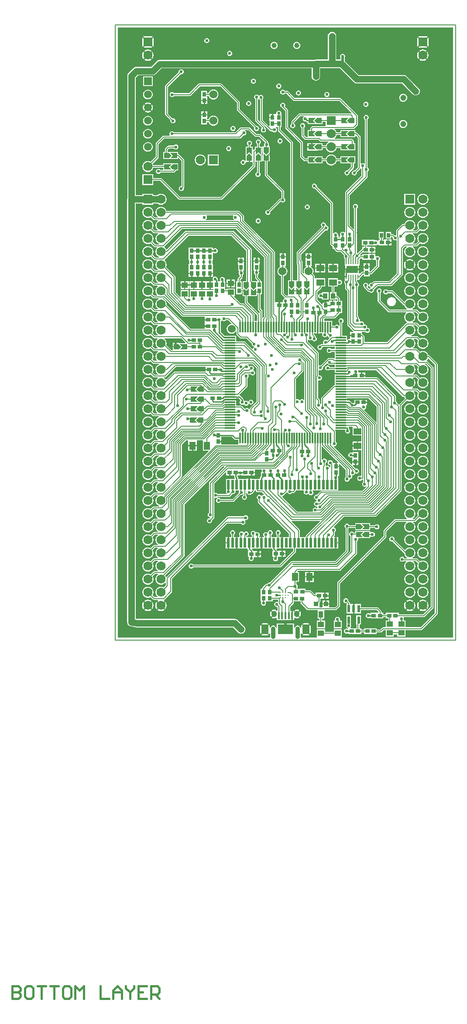
<source format=gbl>
G04 Layer_Physical_Order=4*
G04 Layer_Color=16711680*
%FSLAX43Y43*%
%MOMM*%
G71*
G01*
G75*
%ADD10R,0.762X0.940*%
%ADD11R,0.940X0.762*%
%ADD13R,1.524X1.270*%
%ADD15R,1.016X0.813*%
%ADD16R,1.200X1.100*%
%ADD33C,0.500*%
%ADD34C,0.250*%
%ADD35C,0.165*%
%ADD37C,1.270*%
%ADD38C,0.210*%
%ADD40C,0.400*%
%ADD41C,0.127*%
%ADD42C,1.778*%
%ADD43R,1.778X1.778*%
%ADD44R,1.778X1.778*%
%ADD45C,1.575*%
%ADD46R,1.500X1.500*%
%ADD47C,1.500*%
%ADD48C,1.168*%
%ADD49C,1.000*%
%ADD50O,0.850X2.425*%
G04:AMPARAMS|DCode=51|XSize=1.9mm|YSize=1.375mm|CornerRadius=0.344mm|HoleSize=0mm|Usage=FLASHONLY|Rotation=270.000|XOffset=0mm|YOffset=0mm|HoleType=Round|Shape=RoundedRectangle|*
%AMROUNDEDRECTD51*
21,1,1.900,0.688,0,0,270.0*
21,1,1.212,1.375,0,0,270.0*
1,1,0.688,-0.344,-0.606*
1,1,0.688,-0.344,0.606*
1,1,0.688,0.344,0.606*
1,1,0.688,0.344,-0.606*
%
%ADD51ROUNDEDRECTD51*%
%ADD52O,1.050X1.250*%
%ADD53C,0.600*%
%ADD54R,0.813X1.016*%
%ADD55R,1.270X1.524*%
%ADD56R,0.889X1.016*%
%ADD57R,0.640X0.890*%
%ADD58C,0.320*%
%ADD59R,0.250X0.950*%
%ADD60R,2.200X1.400*%
%ADD61R,0.914X0.914*%
%ADD62R,0.914X1.270*%
%ADD63R,0.550X1.450*%
%ADD64C,1.524*%
%ADD65R,2.000X0.330*%
%ADD66R,0.330X2.000*%
%ADD67R,0.600X1.850*%
%ADD68R,2.900X1.900*%
%ADD69R,0.400X1.350*%
G36*
X65490Y510D02*
X44003D01*
X43955Y610D01*
X43955Y630D01*
Y2070D01*
X42395D01*
Y1608D01*
X40680D01*
Y2080D01*
X39120D01*
Y630D01*
X39120Y620D01*
X39096Y510D01*
X36079D01*
X36003Y603D01*
X36012Y647D01*
Y1303D01*
X36132Y1314D01*
X36142Y1263D01*
X36205Y1169D01*
X36933Y1897D01*
X37007Y1823D01*
X37082Y1897D01*
X37810Y1169D01*
X37873Y1263D01*
X37916Y1479D01*
Y2691D01*
X37873Y2907D01*
X37810Y3001D01*
X37082Y2273D01*
X37007Y2348D01*
X36933Y2273D01*
X36205Y3001D01*
X36142Y2907D01*
X36099Y2691D01*
Y2399D01*
X35979Y2387D01*
X35965Y2459D01*
X35831Y2659D01*
X35631Y2792D01*
X35395Y2839D01*
X35159Y2792D01*
X34959Y2659D01*
X34825Y2459D01*
X34800Y2332D01*
X34680Y2344D01*
Y3245D01*
X33125D01*
Y2085D01*
X32915D01*
Y3245D01*
X31360D01*
Y2344D01*
X31240Y2332D01*
X31215Y2459D01*
X31081Y2659D01*
X30881Y2792D01*
X30645Y2839D01*
X30409Y2792D01*
X30209Y2659D01*
X30075Y2459D01*
X30061Y2387D01*
X29941Y2399D01*
Y2691D01*
X29898Y2907D01*
X29835Y3001D01*
X29107Y2273D01*
X29032Y2348D01*
X28958Y2273D01*
X28230Y3001D01*
X28167Y2907D01*
X28124Y2691D01*
Y1479D01*
X28167Y1263D01*
X28230Y1169D01*
X28958Y1897D01*
X29032Y1823D01*
X29107Y1897D01*
X29835Y1169D01*
X29898Y1263D01*
X29908Y1314D01*
X30028Y1303D01*
Y647D01*
X30037Y603D01*
X29961Y510D01*
X510D01*
Y118790D01*
X65490D01*
Y510D01*
D02*
G37*
%LPC*%
G36*
X39645Y72992D02*
X38778D01*
Y72252D01*
X39645D01*
Y72992D01*
D02*
G37*
G36*
X40722D02*
X39855D01*
Y72252D01*
X40722D01*
Y72992D01*
D02*
G37*
G36*
X56282Y73480D02*
X56170Y73334D01*
X56059Y73067D01*
X56022Y72780D01*
X56059Y72493D01*
X56170Y72226D01*
X56282Y72080D01*
X56981Y72780D01*
X56282Y73480D01*
D02*
G37*
G36*
X59670Y73858D02*
X59391Y73821D01*
X59131Y73714D01*
X58908Y73542D01*
X58736Y73319D01*
X58629Y73059D01*
X58592Y72780D01*
X58629Y72501D01*
X58736Y72241D01*
X58908Y72018D01*
X59131Y71846D01*
X59391Y71739D01*
X59670Y71702D01*
X59949Y71739D01*
X60209Y71846D01*
X60432Y72018D01*
X60604Y72241D01*
X60711Y72501D01*
X60748Y72780D01*
X60711Y73059D01*
X60604Y73319D01*
X60432Y73542D01*
X60209Y73714D01*
X59949Y73821D01*
X59670Y73858D01*
D02*
G37*
G36*
X57978Y73480D02*
X57278Y72780D01*
X57978Y72080D01*
X58090Y72226D01*
X58201Y72493D01*
X58238Y72780D01*
X58201Y73067D01*
X58090Y73334D01*
X57978Y73480D01*
D02*
G37*
G36*
X49388Y73080D02*
X48902D01*
Y72505D01*
X49388D01*
Y73080D01*
D02*
G37*
G36*
X57130Y73888D02*
X56843Y73851D01*
X56576Y73740D01*
X56430Y73628D01*
X57130Y72928D01*
X57830Y73628D01*
X57684Y73740D01*
X57417Y73851D01*
X57130Y73888D01*
D02*
G37*
G36*
X48692Y73080D02*
X48206D01*
Y72505D01*
X48692D01*
Y73080D01*
D02*
G37*
G36*
X42145Y72992D02*
X41278D01*
Y72252D01*
X42145D01*
Y72992D01*
D02*
G37*
G36*
X43222D02*
X42355D01*
Y72252D01*
X43222D01*
Y72992D01*
D02*
G37*
G36*
X57130Y72632D02*
X56430Y71932D01*
X56576Y71820D01*
X56843Y71709D01*
X57130Y71672D01*
X57417Y71709D01*
X57684Y71820D01*
X57830Y71932D01*
X57130Y72632D01*
D02*
G37*
G36*
X38492Y12145D02*
X37752D01*
Y11278D01*
X38492D01*
Y12145D01*
D02*
G37*
G36*
X37542D02*
X36802D01*
Y11278D01*
X37542D01*
Y12145D01*
D02*
G37*
G36*
X59670Y71318D02*
X59391Y71281D01*
X59131Y71174D01*
X58908Y71002D01*
X58736Y70779D01*
X58629Y70519D01*
X58592Y70240D01*
X58629Y69961D01*
X58736Y69701D01*
X58908Y69478D01*
X59131Y69306D01*
X59391Y69199D01*
X59670Y69162D01*
X59949Y69199D01*
X60209Y69306D01*
X60432Y69478D01*
X60604Y69701D01*
X60711Y69961D01*
X60748Y70240D01*
X60711Y70519D01*
X60604Y70779D01*
X60432Y71002D01*
X60209Y71174D01*
X59949Y71281D01*
X59670Y71318D01*
D02*
G37*
G36*
X37542Y13222D02*
X36802D01*
Y12355D01*
X37542D01*
Y13222D01*
D02*
G37*
G36*
X57130Y71318D02*
X56851Y71281D01*
X56591Y71174D01*
X56368Y71002D01*
X56196Y70779D01*
X56089Y70519D01*
X56052Y70240D01*
X56089Y69961D01*
X56196Y69701D01*
X56368Y69478D01*
X56591Y69306D01*
X56851Y69199D01*
X57130Y69162D01*
X57409Y69199D01*
X57669Y69306D01*
X57892Y69478D01*
X58064Y69701D01*
X58171Y69961D01*
X58208Y70240D01*
X58171Y70519D01*
X58064Y70779D01*
X57892Y71002D01*
X57669Y71174D01*
X57409Y71281D01*
X57130Y71318D01*
D02*
G37*
G36*
X42145Y72042D02*
X41278D01*
Y71302D01*
X42145D01*
Y72042D01*
D02*
G37*
G36*
X43222D02*
X42355D01*
Y71302D01*
X43222D01*
Y72042D01*
D02*
G37*
G36*
X40722D02*
X39855D01*
Y71302D01*
X40722D01*
Y72042D01*
D02*
G37*
G36*
X59670Y12898D02*
X59391Y12861D01*
X59131Y12754D01*
X58908Y12582D01*
X58736Y12359D01*
X58629Y12099D01*
X58592Y11820D01*
X58629Y11541D01*
X58736Y11281D01*
X58908Y11058D01*
X59131Y10886D01*
X59391Y10779D01*
X59670Y10742D01*
X59949Y10779D01*
X60209Y10886D01*
X60432Y11058D01*
X60604Y11281D01*
X60711Y11541D01*
X60748Y11820D01*
X60711Y12099D01*
X60604Y12359D01*
X60432Y12582D01*
X60209Y12754D01*
X59949Y12861D01*
X59670Y12898D01*
D02*
G37*
G36*
X39645Y72042D02*
X38778D01*
Y71302D01*
X39645D01*
Y72042D01*
D02*
G37*
G36*
X47802Y78475D02*
Y78439D01*
X47997D01*
Y78475D01*
X47802D01*
D02*
G37*
G36*
X59670Y81478D02*
X59391Y81441D01*
X59131Y81334D01*
X58908Y81162D01*
X58736Y80939D01*
X58629Y80679D01*
X58592Y80400D01*
X58629Y80121D01*
X58736Y79861D01*
X58743Y79852D01*
X58314Y79422D01*
X57809D01*
X57768Y79542D01*
X57892Y79638D01*
X58064Y79861D01*
X58171Y80121D01*
X58208Y80400D01*
X58171Y80679D01*
X58064Y80939D01*
X57892Y81162D01*
X57669Y81334D01*
X57409Y81441D01*
X57130Y81478D01*
X56851Y81441D01*
X56591Y81334D01*
X56368Y81162D01*
X56196Y80939D01*
X56089Y80679D01*
X56087Y80668D01*
X55800D01*
X55698Y80647D01*
X55611Y80589D01*
X55611Y80589D01*
X54611Y79589D01*
X54553Y79502D01*
X54532Y79400D01*
Y78561D01*
X54412Y78469D01*
X54309Y78489D01*
X54217Y78471D01*
X53998Y78689D01*
X53911Y78747D01*
X53809Y78768D01*
X53504D01*
Y79125D01*
X52504D01*
Y77875D01*
X53504D01*
Y78232D01*
X53698D01*
X53838Y78092D01*
X53820Y78000D01*
X53857Y77813D01*
X53963Y77654D01*
X54122Y77548D01*
X54309Y77511D01*
X54454Y77539D01*
X54574Y77466D01*
Y71052D01*
X53089Y69568D01*
X50200D01*
X50200Y69568D01*
X50098Y69547D01*
X50011Y69489D01*
X49792Y69271D01*
X49700Y69289D01*
X49513Y69252D01*
X49354Y69146D01*
X49248Y68987D01*
X49211Y68800D01*
X49248Y68613D01*
X49354Y68454D01*
X49485Y68367D01*
X49493Y68333D01*
Y68267D01*
X49485Y68233D01*
X49354Y68146D01*
X49243Y68135D01*
X48944Y68434D01*
X48946Y68454D01*
X49052Y68613D01*
X49089Y68800D01*
X49052Y68987D01*
X48946Y69146D01*
X48787Y69252D01*
X48600Y69289D01*
X48413Y69252D01*
X48254Y69146D01*
X48148Y68987D01*
X48111Y68800D01*
X48148Y68613D01*
X48254Y68454D01*
X48332Y68402D01*
Y68400D01*
X48353Y68298D01*
X48411Y68211D01*
X49011Y67611D01*
X49011Y67611D01*
X49098Y67553D01*
X49200Y67532D01*
X49302D01*
X49354Y67454D01*
X49513Y67348D01*
X49700Y67311D01*
X49887Y67348D01*
X50046Y67454D01*
X50152Y67613D01*
X50189Y67800D01*
X50171Y67892D01*
X50911Y68632D01*
X53500D01*
X53602Y68653D01*
X53689Y68711D01*
X55689Y70711D01*
X55747Y70798D01*
X55768Y70900D01*
X55768Y70900D01*
Y75889D01*
X56211Y76332D01*
X56496D01*
X56537Y76212D01*
X56368Y76082D01*
X56196Y75859D01*
X56089Y75599D01*
X56052Y75320D01*
X56089Y75041D01*
X56196Y74781D01*
X56368Y74558D01*
X56591Y74386D01*
X56851Y74279D01*
X57130Y74242D01*
X57409Y74279D01*
X57669Y74386D01*
X57892Y74558D01*
X58064Y74781D01*
X58171Y75041D01*
X58208Y75320D01*
X58171Y75599D01*
X58064Y75859D01*
X57892Y76082D01*
X57723Y76212D01*
X57764Y76332D01*
X58410D01*
X58512Y76353D01*
X58599Y76411D01*
X59122Y76933D01*
X59131Y76926D01*
X59391Y76819D01*
X59670Y76782D01*
X59949Y76819D01*
X60209Y76926D01*
X60432Y77098D01*
X60604Y77321D01*
X60711Y77581D01*
X60748Y77860D01*
X60711Y78139D01*
X60604Y78399D01*
X60432Y78622D01*
X60209Y78794D01*
X59949Y78901D01*
X59670Y78938D01*
X59391Y78901D01*
X59131Y78794D01*
X58908Y78622D01*
X58736Y78399D01*
X58629Y78139D01*
X58592Y77860D01*
X58629Y77581D01*
X58736Y77321D01*
X58743Y77312D01*
X58299Y76868D01*
X57790D01*
X57749Y76988D01*
X57892Y77098D01*
X58064Y77321D01*
X58171Y77581D01*
X58208Y77860D01*
X58171Y78139D01*
X58064Y78399D01*
X57892Y78622D01*
X57704Y78767D01*
X57745Y78887D01*
X58425D01*
X58527Y78907D01*
X58614Y78965D01*
X59122Y79473D01*
X59131Y79466D01*
X59391Y79359D01*
X59670Y79322D01*
X59949Y79359D01*
X60209Y79466D01*
X60432Y79638D01*
X60604Y79861D01*
X60711Y80121D01*
X60748Y80400D01*
X60711Y80679D01*
X60604Y80939D01*
X60432Y81162D01*
X60209Y81334D01*
X59949Y81441D01*
X59670Y81478D01*
D02*
G37*
G36*
X53580Y77691D02*
X53005D01*
Y77205D01*
X53580D01*
Y77691D01*
D02*
G37*
G36*
X41373Y8528D02*
X40798D01*
Y8042D01*
X41373D01*
Y8528D01*
D02*
G37*
G36*
X53580Y76995D02*
X53005D01*
Y76509D01*
X53580D01*
Y76995D01*
D02*
G37*
G36*
X59670Y84018D02*
X59391Y83981D01*
X59131Y83874D01*
X58908Y83702D01*
X58736Y83479D01*
X58629Y83219D01*
X58592Y82940D01*
X58629Y82661D01*
X58736Y82401D01*
X58908Y82178D01*
X59131Y82006D01*
X59391Y81899D01*
X59670Y81862D01*
X59949Y81899D01*
X60209Y82006D01*
X60432Y82178D01*
X60604Y82401D01*
X60711Y82661D01*
X60748Y82940D01*
X60711Y83219D01*
X60604Y83479D01*
X60432Y83702D01*
X60209Y83874D01*
X59949Y83981D01*
X59670Y84018D01*
D02*
G37*
G36*
X37248Y84462D02*
X37061Y84425D01*
X36902Y84319D01*
X36796Y84160D01*
X36759Y83973D01*
X36796Y83785D01*
X36902Y83627D01*
X37061Y83520D01*
X37248Y83483D01*
X37436Y83520D01*
X37594Y83627D01*
X37700Y83785D01*
X37738Y83973D01*
X37700Y84160D01*
X37594Y84319D01*
X37436Y84425D01*
X37248Y84462D01*
D02*
G37*
G36*
X57130Y84018D02*
X56851Y83981D01*
X56591Y83874D01*
X56368Y83702D01*
X56196Y83479D01*
X56089Y83219D01*
X56052Y82940D01*
X56089Y82661D01*
X56196Y82401D01*
X56368Y82178D01*
X56591Y82006D01*
X56851Y81899D01*
X57130Y81862D01*
X57409Y81899D01*
X57669Y82006D01*
X57892Y82178D01*
X58064Y82401D01*
X58171Y82661D01*
X58208Y82940D01*
X58171Y83219D01*
X58064Y83479D01*
X57892Y83702D01*
X57669Y83874D01*
X57409Y83981D01*
X57130Y84018D01*
D02*
G37*
G36*
X27724Y81779D02*
X27537Y81742D01*
X27378Y81636D01*
X27272Y81477D01*
X27234Y81290D01*
X27272Y81102D01*
X27378Y80944D01*
X27537Y80838D01*
X27724Y80800D01*
X27911Y80838D01*
X28070Y80944D01*
X28176Y81102D01*
X28213Y81290D01*
X28176Y81477D01*
X28070Y81636D01*
X27911Y81742D01*
X27724Y81779D01*
D02*
G37*
G36*
X41520Y7683D02*
X40954D01*
Y7117D01*
X41520D01*
Y7683D01*
D02*
G37*
G36*
X50480Y76291D02*
X49905D01*
Y75805D01*
X50480D01*
Y76291D01*
D02*
G37*
G36*
X57130Y10358D02*
X56851Y10321D01*
X56591Y10214D01*
X56368Y10042D01*
X56196Y9819D01*
X56089Y9559D01*
X56052Y9280D01*
X56089Y9001D01*
X56196Y8741D01*
X56368Y8518D01*
X56591Y8346D01*
X56851Y8239D01*
X57130Y8202D01*
X57409Y8239D01*
X57669Y8346D01*
X57892Y8518D01*
X58064Y8741D01*
X58171Y9001D01*
X58208Y9280D01*
X58171Y9559D01*
X58064Y9819D01*
X57892Y10042D01*
X57669Y10214D01*
X57409Y10321D01*
X57130Y10358D01*
D02*
G37*
G36*
X59670Y76398D02*
X59391Y76361D01*
X59131Y76254D01*
X58908Y76082D01*
X58736Y75859D01*
X58629Y75599D01*
X58592Y75320D01*
X58629Y75041D01*
X58736Y74781D01*
X58908Y74558D01*
X59131Y74386D01*
X59391Y74279D01*
X59670Y74242D01*
X59949Y74279D01*
X60209Y74386D01*
X60432Y74558D01*
X60604Y74781D01*
X60711Y75041D01*
X60748Y75320D01*
X60711Y75599D01*
X60604Y75859D01*
X60432Y76082D01*
X60209Y76254D01*
X59949Y76361D01*
X59670Y76398D01*
D02*
G37*
G36*
Y10358D02*
X59391Y10321D01*
X59131Y10214D01*
X58908Y10042D01*
X58736Y9819D01*
X58629Y9559D01*
X58592Y9280D01*
X58629Y9001D01*
X58736Y8741D01*
X58908Y8518D01*
X59131Y8346D01*
X59391Y8239D01*
X59670Y8202D01*
X59949Y8239D01*
X60209Y8346D01*
X60432Y8518D01*
X60604Y8741D01*
X60711Y9001D01*
X60748Y9280D01*
X60711Y9559D01*
X60604Y9819D01*
X60432Y10042D01*
X60209Y10214D01*
X59949Y10321D01*
X59670Y10358D01*
D02*
G37*
G36*
X57130Y12898D02*
X56851Y12861D01*
X56591Y12754D01*
X56368Y12582D01*
X56196Y12359D01*
X56089Y12099D01*
X56052Y11820D01*
X56089Y11541D01*
X56196Y11281D01*
X56368Y11058D01*
X56591Y10886D01*
X56851Y10779D01*
X57130Y10742D01*
X57409Y10779D01*
X57669Y10886D01*
X57892Y11058D01*
X58064Y11281D01*
X58171Y11541D01*
X58208Y11820D01*
X58171Y12099D01*
X58064Y12359D01*
X57892Y12582D01*
X57669Y12754D01*
X57409Y12861D01*
X57130Y12898D01*
D02*
G37*
G36*
X41373Y9224D02*
X40798D01*
Y8738D01*
X41373D01*
Y9224D01*
D02*
G37*
G36*
X38091Y75030D02*
X37605D01*
Y74455D01*
X38091D01*
Y75030D01*
D02*
G37*
G36*
X50480Y75595D02*
X49905D01*
Y75109D01*
X50480D01*
Y75595D01*
D02*
G37*
G36*
X33091Y75030D02*
X32605D01*
Y74455D01*
X33091D01*
Y75030D01*
D02*
G37*
G36*
X32395D02*
X31909D01*
Y74455D01*
X32395D01*
Y75030D01*
D02*
G37*
G36*
X37395D02*
X36909D01*
Y74455D01*
X37395D01*
Y75030D01*
D02*
G37*
G36*
X57130Y30678D02*
X56851Y30641D01*
X56591Y30534D01*
X56368Y30362D01*
X56196Y30139D01*
X56089Y29879D01*
X56052Y29600D01*
X56089Y29321D01*
X56196Y29061D01*
X56368Y28838D01*
X56591Y28666D01*
X56851Y28559D01*
X57130Y28522D01*
X57409Y28559D01*
X57669Y28666D01*
X57892Y28838D01*
X58064Y29061D01*
X58171Y29321D01*
X58208Y29600D01*
X58171Y29879D01*
X58064Y30139D01*
X57892Y30362D01*
X57669Y30534D01*
X57409Y30641D01*
X57130Y30678D01*
D02*
G37*
G36*
X59670Y28138D02*
X59391Y28101D01*
X59131Y27994D01*
X58908Y27822D01*
X58736Y27599D01*
X58629Y27339D01*
X58592Y27060D01*
X58629Y26781D01*
X58736Y26521D01*
X58908Y26298D01*
X59131Y26126D01*
X59391Y26019D01*
X59670Y25982D01*
X59949Y26019D01*
X60209Y26126D01*
X60432Y26298D01*
X60604Y26521D01*
X60711Y26781D01*
X60748Y27060D01*
X60711Y27339D01*
X60604Y27599D01*
X60432Y27822D01*
X60209Y27994D01*
X59949Y28101D01*
X59670Y28138D01*
D02*
G37*
G36*
Y30678D02*
X59391Y30641D01*
X59131Y30534D01*
X58908Y30362D01*
X58736Y30139D01*
X58629Y29879D01*
X58592Y29600D01*
X58629Y29321D01*
X58736Y29061D01*
X58908Y28838D01*
X59131Y28666D01*
X59391Y28559D01*
X59670Y28522D01*
X59949Y28559D01*
X60209Y28666D01*
X60432Y28838D01*
X60604Y29061D01*
X60711Y29321D01*
X60748Y29600D01*
X60711Y29879D01*
X60604Y30139D01*
X60432Y30362D01*
X60209Y30534D01*
X59949Y30641D01*
X59670Y30678D01*
D02*
G37*
G36*
Y33218D02*
X59391Y33181D01*
X59131Y33074D01*
X58908Y32902D01*
X58736Y32679D01*
X58629Y32419D01*
X58592Y32140D01*
X58629Y31861D01*
X58736Y31601D01*
X58908Y31378D01*
X59131Y31206D01*
X59391Y31099D01*
X59670Y31062D01*
X59949Y31099D01*
X60209Y31206D01*
X60432Y31378D01*
X60604Y31601D01*
X60711Y31861D01*
X60748Y32140D01*
X60711Y32419D01*
X60604Y32679D01*
X60432Y32902D01*
X60209Y33074D01*
X59949Y33181D01*
X59670Y33218D01*
D02*
G37*
G36*
X57130D02*
X56851Y33181D01*
X56591Y33074D01*
X56368Y32902D01*
X56196Y32679D01*
X56089Y32419D01*
X56052Y32140D01*
X56089Y31861D01*
X56196Y31601D01*
X56368Y31378D01*
X56591Y31206D01*
X56851Y31099D01*
X57130Y31062D01*
X57409Y31099D01*
X57669Y31206D01*
X57892Y31378D01*
X58064Y31601D01*
X58171Y31861D01*
X58208Y32140D01*
X58171Y32419D01*
X58064Y32679D01*
X57892Y32902D01*
X57669Y33074D01*
X57409Y33181D01*
X57130Y33218D01*
D02*
G37*
G36*
X53600Y66518D02*
X53370Y66487D01*
X53156Y66399D01*
X52972Y66258D01*
X52831Y66074D01*
X52743Y65860D01*
X52712Y65630D01*
X52743Y65400D01*
X52831Y65186D01*
X52972Y65002D01*
X53156Y64861D01*
X53370Y64773D01*
X53600Y64742D01*
X53830Y64773D01*
X54044Y64861D01*
X54228Y65002D01*
X54369Y65186D01*
X54457Y65400D01*
X54488Y65630D01*
X54457Y65860D01*
X54369Y66074D01*
X54228Y66258D01*
X54044Y66399D01*
X53830Y66487D01*
X53600Y66518D01*
D02*
G37*
G36*
X57130Y68778D02*
X56851Y68741D01*
X56591Y68634D01*
X56368Y68462D01*
X56196Y68239D01*
X56089Y67979D01*
X56052Y67700D01*
X56089Y67421D01*
X56196Y67161D01*
X56368Y66938D01*
X56591Y66766D01*
X56851Y66659D01*
X57130Y66622D01*
X57409Y66659D01*
X57669Y66766D01*
X57892Y66938D01*
X58064Y67161D01*
X58171Y67421D01*
X58208Y67700D01*
X58171Y67979D01*
X58064Y68239D01*
X57892Y68462D01*
X57669Y68634D01*
X57409Y68741D01*
X57130Y68778D01*
D02*
G37*
G36*
X59670Y66238D02*
X59391Y66201D01*
X59131Y66094D01*
X58908Y65922D01*
X58736Y65699D01*
X58629Y65439D01*
X58592Y65160D01*
X58629Y64881D01*
X58736Y64621D01*
X58908Y64398D01*
X59131Y64226D01*
X59391Y64119D01*
X59670Y64082D01*
X59949Y64119D01*
X60209Y64226D01*
X60432Y64398D01*
X60604Y64621D01*
X60711Y64881D01*
X60748Y65160D01*
X60711Y65439D01*
X60604Y65699D01*
X60432Y65922D01*
X60209Y66094D01*
X59949Y66201D01*
X59670Y66238D01*
D02*
G37*
G36*
X57130Y28138D02*
X56851Y28101D01*
X56591Y27994D01*
X56368Y27822D01*
X56196Y27599D01*
X56089Y27339D01*
X56052Y27060D01*
X56089Y26781D01*
X56196Y26521D01*
X56368Y26298D01*
X56591Y26126D01*
X56851Y26019D01*
X57130Y25982D01*
X57409Y26019D01*
X57669Y26126D01*
X57892Y26298D01*
X58064Y26521D01*
X58171Y26781D01*
X58208Y27060D01*
X58171Y27339D01*
X58064Y27599D01*
X57892Y27822D01*
X57669Y27994D01*
X57409Y28101D01*
X57130Y28138D01*
D02*
G37*
G36*
X59670Y25598D02*
X59391Y25561D01*
X59131Y25454D01*
X58908Y25282D01*
X58736Y25059D01*
X58629Y24799D01*
X58592Y24520D01*
X58629Y24241D01*
X58665Y24152D01*
X58002Y23488D01*
X57732D01*
X57698Y23608D01*
X57892Y23758D01*
X58064Y23981D01*
X58171Y24241D01*
X58208Y24520D01*
X58171Y24799D01*
X58064Y25059D01*
X57892Y25282D01*
X57669Y25454D01*
X57409Y25561D01*
X57130Y25598D01*
X56851Y25561D01*
X56591Y25454D01*
X56368Y25282D01*
X56196Y25059D01*
X56089Y24799D01*
X56052Y24520D01*
X56089Y24241D01*
X56196Y23981D01*
X56368Y23758D01*
X56562Y23608D01*
X56528Y23488D01*
X54370D01*
X54370Y23488D01*
X54267Y23468D01*
X54180Y23410D01*
X52120Y21349D01*
X52061Y21262D01*
X52041Y21160D01*
Y20180D01*
X43126Y11265D01*
X43068Y11178D01*
X43048Y11076D01*
Y6782D01*
X42633Y6368D01*
X41520D01*
Y6915D01*
X40185D01*
Y6368D01*
X39700D01*
X39585Y6379D01*
Y7275D01*
X39682Y7372D01*
X39682Y7372D01*
X39740Y7459D01*
X39761Y7562D01*
X39761Y7562D01*
Y8072D01*
X40013D01*
Y8042D01*
X40588D01*
Y8633D01*
Y9224D01*
X40013D01*
Y9194D01*
X38843D01*
Y8901D01*
X38711D01*
X38038Y9574D01*
X37951Y9632D01*
X37849Y9653D01*
X36925D01*
Y9946D01*
X35343D01*
Y10153D01*
X35372Y10196D01*
X35409Y10384D01*
X35372Y10571D01*
X35265Y10730D01*
X35121Y10826D01*
Y11308D01*
X35668D01*
Y13192D01*
X35310D01*
X35264Y13303D01*
X35435Y13473D01*
X43540D01*
X43643Y13494D01*
X43729Y13552D01*
X46847Y16669D01*
X46905Y16756D01*
X46925Y16858D01*
Y19138D01*
X47004Y19191D01*
X47110Y19350D01*
X47147Y19537D01*
X47116Y19692D01*
X47184Y19812D01*
X47761D01*
Y19830D01*
X48127D01*
X48183Y19853D01*
X48303Y19812D01*
Y19812D01*
X49475D01*
Y20065D01*
X49595Y20130D01*
X49691Y20066D01*
X49878Y20029D01*
X50065Y20066D01*
X50224Y20172D01*
X50330Y20331D01*
X50367Y20518D01*
X50330Y20705D01*
X50224Y20864D01*
X50065Y20970D01*
X49878Y21007D01*
X49691Y20970D01*
X49595Y20906D01*
X49475Y20970D01*
Y21188D01*
X48303D01*
X48303Y21188D01*
X48183Y21147D01*
X48127Y21170D01*
X47761D01*
Y21188D01*
X46588D01*
Y20850D01*
X46268D01*
X46215Y20928D01*
X46056Y21034D01*
X45869Y21071D01*
X45682Y21034D01*
X45523Y20928D01*
X45417Y20769D01*
X45380Y20582D01*
X45417Y20395D01*
X45523Y20236D01*
X45601Y20184D01*
Y17278D01*
X42920Y14596D01*
X34460D01*
X34401Y14716D01*
X34445Y14773D01*
X42760D01*
X42862Y14793D01*
X42949Y14852D01*
X45162Y17065D01*
X45220Y17151D01*
X45241Y17254D01*
Y21717D01*
X45264Y21732D01*
X46525D01*
Y21312D01*
X47697D01*
X47697Y21312D01*
X47817Y21353D01*
X47873Y21330D01*
X48239D01*
Y21312D01*
X49412D01*
Y21732D01*
X50330D01*
X50405Y21621D01*
X50564Y21515D01*
X50751Y21477D01*
X50938Y21515D01*
X51097Y21621D01*
X51203Y21780D01*
X51240Y21967D01*
X51203Y22154D01*
X51097Y22313D01*
X50938Y22419D01*
X50751Y22456D01*
X50564Y22419D01*
X50405Y22313D01*
X50375Y22268D01*
X49412D01*
Y22688D01*
X48239D01*
Y22670D01*
X47873D01*
X47817Y22647D01*
X47697Y22688D01*
Y22688D01*
X46525D01*
Y22268D01*
X45432D01*
X45425Y22303D01*
X45319Y22461D01*
X45160Y22568D01*
X44973Y22605D01*
X44786Y22568D01*
X44627Y22461D01*
X44521Y22303D01*
X44484Y22115D01*
X44521Y21928D01*
X44627Y21769D01*
X44705Y21717D01*
Y17365D01*
X42649Y15308D01*
X34291D01*
X34291Y15309D01*
X34188Y15288D01*
X34102Y15230D01*
X30007Y11136D01*
X29900Y11157D01*
X29713Y11120D01*
X29554Y11014D01*
X29502Y10935D01*
X29400D01*
X29298Y10915D01*
X29211Y10857D01*
X28561Y10207D01*
X28503Y10120D01*
X28482Y10018D01*
Y10000D01*
X28189D01*
Y8700D01*
Y7500D01*
X28262D01*
X28318Y7394D01*
X28298Y7363D01*
X28260Y7176D01*
X28298Y6989D01*
X28404Y6830D01*
X28562Y6724D01*
X28750Y6686D01*
X28937Y6724D01*
X29096Y6830D01*
X29202Y6989D01*
X29239Y7176D01*
X29202Y7363D01*
X29260Y7475D01*
X29311Y7500D01*
X29399D01*
Y7500D01*
X30521D01*
Y7882D01*
X31597D01*
Y7466D01*
X31477Y7397D01*
X31323Y7428D01*
X31136Y7390D01*
X30977Y7284D01*
X30871Y7126D01*
X30834Y6938D01*
X30871Y6751D01*
X30977Y6592D01*
X31136Y6486D01*
X31323Y6449D01*
X31341Y6453D01*
X31452Y6359D01*
Y5733D01*
X31332Y5692D01*
X31319Y5709D01*
X31166Y5827D01*
X30987Y5901D01*
X30795Y5926D01*
X30603Y5901D01*
X30424Y5827D01*
X30355Y5774D01*
X30869Y5259D01*
X30721Y5111D01*
X30206Y5625D01*
X30153Y5556D01*
X30079Y5377D01*
X30054Y5185D01*
Y4985D01*
X30079Y4793D01*
X30153Y4614D01*
X30206Y4545D01*
X30721Y5059D01*
X30869Y4911D01*
X30355Y4396D01*
X30424Y4343D01*
X30603Y4269D01*
X30795Y4244D01*
X30987Y4269D01*
X31166Y4343D01*
X31220Y4385D01*
X31340Y4325D01*
Y3905D01*
X33910D01*
Y3875D01*
X34215D01*
Y4760D01*
Y5645D01*
X33938D01*
Y6459D01*
X34529Y7050D01*
X34587Y7137D01*
X34607Y7239D01*
Y7489D01*
X35942D01*
Y7280D01*
X35962Y7178D01*
X36020Y7091D01*
X37200Y5911D01*
X37287Y5853D01*
X37390Y5832D01*
X39169D01*
X39276Y5799D01*
X39276Y5712D01*
Y4169D01*
X39632D01*
Y3780D01*
X39120D01*
Y2320D01*
X40680D01*
Y3780D01*
X40168D01*
Y4169D01*
X40550D01*
Y5712D01*
X40550Y5799D01*
X40656Y5832D01*
X42744D01*
X42846Y5853D01*
X42933Y5911D01*
X43505Y6482D01*
X43505Y6482D01*
X43563Y6569D01*
X43583Y6672D01*
Y10965D01*
X52498Y19880D01*
X52556Y19967D01*
X52576Y20069D01*
X52576Y20069D01*
Y21049D01*
X54480Y22953D01*
X56445D01*
X56486Y22833D01*
X56368Y22742D01*
X56196Y22519D01*
X56089Y22259D01*
X56052Y21980D01*
X56089Y21701D01*
X56196Y21441D01*
X56368Y21218D01*
X56591Y21046D01*
X56851Y20939D01*
X57130Y20902D01*
X57409Y20939D01*
X57669Y21046D01*
X57892Y21218D01*
X58064Y21441D01*
X58171Y21701D01*
X58208Y21980D01*
X58171Y22259D01*
X58064Y22519D01*
X57892Y22742D01*
X57774Y22833D01*
X57815Y22953D01*
X58112D01*
X58215Y22973D01*
X58302Y23031D01*
X58976Y23705D01*
X59131Y23586D01*
X59391Y23479D01*
X59670Y23442D01*
X59949Y23479D01*
X60209Y23586D01*
X60432Y23758D01*
X60604Y23981D01*
X60711Y24241D01*
X60748Y24520D01*
X60711Y24799D01*
X60604Y25059D01*
X60432Y25282D01*
X60209Y25454D01*
X59949Y25561D01*
X59670Y25598D01*
D02*
G37*
G36*
X57130Y35758D02*
X56851Y35721D01*
X56591Y35614D01*
X56368Y35442D01*
X56196Y35219D01*
X56089Y34959D01*
X56052Y34680D01*
X56089Y34401D01*
X56196Y34141D01*
X56368Y33918D01*
X56591Y33746D01*
X56851Y33639D01*
X57130Y33602D01*
X57409Y33639D01*
X57669Y33746D01*
X57892Y33918D01*
X58064Y34141D01*
X58171Y34401D01*
X58208Y34680D01*
X58171Y34959D01*
X58064Y35219D01*
X57892Y35442D01*
X57669Y35614D01*
X57409Y35721D01*
X57130Y35758D01*
D02*
G37*
G36*
X6330Y43378D02*
X6051Y43341D01*
X5791Y43234D01*
X5568Y43062D01*
X5396Y42839D01*
X5289Y42579D01*
X5252Y42300D01*
X5289Y42021D01*
X5396Y41761D01*
X5568Y41538D01*
X5791Y41366D01*
X6051Y41259D01*
X6330Y41222D01*
X6609Y41259D01*
X6869Y41366D01*
X7092Y41538D01*
X7264Y41761D01*
X7371Y42021D01*
X7408Y42300D01*
X7371Y42579D01*
X7264Y42839D01*
X7092Y43062D01*
X6869Y43234D01*
X6609Y43341D01*
X6330Y43378D01*
D02*
G37*
G36*
X59670Y40838D02*
X59391Y40801D01*
X59131Y40694D01*
X58908Y40522D01*
X58736Y40299D01*
X58629Y40039D01*
X58592Y39760D01*
X58629Y39481D01*
X58736Y39221D01*
X58908Y38998D01*
X59131Y38826D01*
X59391Y38719D01*
X59670Y38682D01*
X59949Y38719D01*
X60209Y38826D01*
X60432Y38998D01*
X60604Y39221D01*
X60711Y39481D01*
X60748Y39760D01*
X60711Y40039D01*
X60604Y40299D01*
X60432Y40522D01*
X60209Y40694D01*
X59949Y40801D01*
X59670Y40838D01*
D02*
G37*
G36*
X57130Y43378D02*
X56851Y43341D01*
X56591Y43234D01*
X56368Y43062D01*
X56196Y42839D01*
X56089Y42579D01*
X56052Y42300D01*
X56089Y42021D01*
X56196Y41761D01*
X56368Y41538D01*
X56591Y41366D01*
X56851Y41259D01*
X57130Y41222D01*
X57409Y41259D01*
X57669Y41366D01*
X57892Y41538D01*
X58064Y41761D01*
X58171Y42021D01*
X58208Y42300D01*
X58171Y42579D01*
X58064Y42839D01*
X57892Y43062D01*
X57669Y43234D01*
X57409Y43341D01*
X57130Y43378D01*
D02*
G37*
G36*
Y45918D02*
X56851Y45881D01*
X56591Y45774D01*
X56368Y45602D01*
X56196Y45379D01*
X56089Y45119D01*
X56052Y44840D01*
X56089Y44561D01*
X56196Y44301D01*
X56368Y44078D01*
X56591Y43906D01*
X56851Y43799D01*
X57130Y43762D01*
X57409Y43799D01*
X57669Y43906D01*
X57892Y44078D01*
X58064Y44301D01*
X58171Y44561D01*
X58208Y44840D01*
X58171Y45119D01*
X58064Y45379D01*
X57892Y45602D01*
X57669Y45774D01*
X57409Y45881D01*
X57130Y45918D01*
D02*
G37*
G36*
X59670D02*
X59391Y45881D01*
X59131Y45774D01*
X58908Y45602D01*
X58736Y45379D01*
X58629Y45119D01*
X58592Y44840D01*
X58629Y44561D01*
X58736Y44301D01*
X58908Y44078D01*
X59131Y43906D01*
X59391Y43799D01*
X59670Y43762D01*
X59949Y43799D01*
X60209Y43906D01*
X60432Y44078D01*
X60604Y44301D01*
X60711Y44561D01*
X60748Y44840D01*
X60711Y45119D01*
X60604Y45379D01*
X60432Y45602D01*
X60209Y45774D01*
X59949Y45881D01*
X59670Y45918D01*
D02*
G37*
G36*
X57978Y50620D02*
X57278Y49920D01*
X57978Y49220D01*
X58090Y49366D01*
X58201Y49633D01*
X58238Y49920D01*
X58201Y50207D01*
X58090Y50474D01*
X57978Y50620D01*
D02*
G37*
G36*
X59670Y35758D02*
X59391Y35721D01*
X59131Y35614D01*
X58908Y35442D01*
X58736Y35219D01*
X58629Y34959D01*
X58592Y34680D01*
X58629Y34401D01*
X58736Y34141D01*
X58908Y33918D01*
X59131Y33746D01*
X59391Y33639D01*
X59670Y33602D01*
X59949Y33639D01*
X60209Y33746D01*
X60432Y33918D01*
X60604Y34141D01*
X60711Y34401D01*
X60748Y34680D01*
X60711Y34959D01*
X60604Y35219D01*
X60432Y35442D01*
X60209Y35614D01*
X59949Y35721D01*
X59670Y35758D01*
D02*
G37*
G36*
X57130Y38298D02*
X56851Y38261D01*
X56591Y38154D01*
X56368Y37982D01*
X56196Y37759D01*
X56089Y37499D01*
X56052Y37220D01*
X56089Y36941D01*
X56196Y36681D01*
X56368Y36458D01*
X56591Y36286D01*
X56851Y36179D01*
X57130Y36142D01*
X57409Y36179D01*
X57669Y36286D01*
X57892Y36458D01*
X58064Y36681D01*
X58171Y36941D01*
X58208Y37220D01*
X58171Y37499D01*
X58064Y37759D01*
X57892Y37982D01*
X57669Y38154D01*
X57409Y38261D01*
X57130Y38298D01*
D02*
G37*
G36*
Y40838D02*
X56851Y40801D01*
X56591Y40694D01*
X56368Y40522D01*
X56196Y40299D01*
X56089Y40039D01*
X56052Y39760D01*
X56089Y39481D01*
X56196Y39221D01*
X56368Y38998D01*
X56591Y38826D01*
X56851Y38719D01*
X57130Y38682D01*
X57409Y38719D01*
X57669Y38826D01*
X57892Y38998D01*
X58064Y39221D01*
X58171Y39481D01*
X58208Y39760D01*
X58171Y40039D01*
X58064Y40299D01*
X57892Y40522D01*
X57669Y40694D01*
X57409Y40801D01*
X57130Y40838D01*
D02*
G37*
G36*
X59670Y38298D02*
X59391Y38261D01*
X59131Y38154D01*
X58908Y37982D01*
X58736Y37759D01*
X58629Y37499D01*
X58592Y37220D01*
X58629Y36941D01*
X58736Y36681D01*
X58908Y36458D01*
X59131Y36286D01*
X59391Y36179D01*
X59670Y36142D01*
X59949Y36179D01*
X60209Y36286D01*
X60432Y36458D01*
X60604Y36681D01*
X60711Y36941D01*
X60748Y37220D01*
X60711Y37499D01*
X60604Y37759D01*
X60432Y37982D01*
X60209Y38154D01*
X59949Y38261D01*
X59670Y38298D01*
D02*
G37*
G36*
X28280Y17291D02*
X27705D01*
Y16805D01*
X28280D01*
Y17291D01*
D02*
G37*
G36*
X33010Y16636D02*
X32435D01*
Y16150D01*
X33010D01*
Y16636D01*
D02*
G37*
G36*
Y17332D02*
X32435D01*
Y16846D01*
X33010D01*
Y17332D01*
D02*
G37*
G36*
X22765Y21326D02*
X22578Y21289D01*
X22419Y21183D01*
X22313Y21024D01*
X22276Y20837D01*
X22313Y20650D01*
X22419Y20491D01*
X22497Y20439D01*
Y20116D01*
X22475Y20005D01*
X22070D01*
Y18870D01*
Y17735D01*
X22475D01*
Y17765D01*
X23055D01*
Y17735D01*
X23460D01*
Y18870D01*
Y20005D01*
X23055D01*
X23033Y20116D01*
Y20439D01*
X23111Y20491D01*
X23217Y20650D01*
X23254Y20837D01*
X23217Y21024D01*
X23111Y21183D01*
X22952Y21289D01*
X22765Y21326D01*
D02*
G37*
G36*
X21860Y18765D02*
X21455D01*
Y17735D01*
X21860D01*
Y18765D01*
D02*
G37*
G36*
X38492Y13222D02*
X37752D01*
Y12355D01*
X38492D01*
Y13222D01*
D02*
G37*
G36*
X59670Y43378D02*
X59391Y43341D01*
X59131Y43234D01*
X58908Y43062D01*
X58736Y42839D01*
X58629Y42579D01*
X58592Y42300D01*
X58629Y42021D01*
X58736Y41761D01*
X58908Y41538D01*
X59131Y41366D01*
X59391Y41259D01*
X59670Y41222D01*
X59949Y41259D01*
X60209Y41366D01*
X60432Y41538D01*
X60604Y41761D01*
X60711Y42021D01*
X60748Y42300D01*
X60711Y42579D01*
X60604Y42839D01*
X60432Y43062D01*
X60209Y43234D01*
X59949Y43341D01*
X59670Y43378D01*
D02*
G37*
G36*
Y17978D02*
X59391Y17941D01*
X59131Y17834D01*
X58908Y17662D01*
X58736Y17439D01*
X58629Y17179D01*
X58592Y16900D01*
X58629Y16621D01*
X58736Y16361D01*
X58908Y16138D01*
X59131Y15966D01*
X59391Y15859D01*
X59670Y15822D01*
X59949Y15859D01*
X60209Y15966D01*
X60432Y16138D01*
X60604Y16361D01*
X60711Y16621D01*
X60748Y16900D01*
X60711Y17179D01*
X60604Y17439D01*
X60432Y17662D01*
X60209Y17834D01*
X59949Y17941D01*
X59670Y17978D01*
D02*
G37*
G36*
X28280Y16595D02*
X27705D01*
Y16109D01*
X28280D01*
Y16595D01*
D02*
G37*
G36*
X53656Y20087D02*
X53469Y20050D01*
X53310Y19944D01*
X53204Y19785D01*
X53167Y19598D01*
X53204Y19410D01*
X53310Y19252D01*
X53469Y19145D01*
X53656Y19108D01*
X53748Y19127D01*
X56063Y16812D01*
X56089Y16621D01*
X56196Y16361D01*
X56368Y16138D01*
X56591Y15966D01*
X56619Y15955D01*
X56595Y15835D01*
X56114D01*
X56107Y15869D01*
X56001Y16028D01*
X55842Y16134D01*
X55655Y16171D01*
X55467Y16134D01*
X55309Y16028D01*
X55203Y15869D01*
X55165Y15682D01*
X55203Y15495D01*
X55309Y15336D01*
X55467Y15230D01*
X55655Y15193D01*
X55842Y15230D01*
X55946Y15299D01*
X56401D01*
X56442Y15179D01*
X56368Y15122D01*
X56196Y14899D01*
X56089Y14639D01*
X56052Y14360D01*
X56089Y14081D01*
X56196Y13821D01*
X56368Y13598D01*
X56591Y13426D01*
X56851Y13319D01*
X57130Y13282D01*
X57409Y13319D01*
X57669Y13426D01*
X57892Y13598D01*
X58064Y13821D01*
X58171Y14081D01*
X58208Y14360D01*
X58171Y14639D01*
X58064Y14899D01*
X57892Y15122D01*
X57818Y15179D01*
X57859Y15299D01*
X58352D01*
X58743Y14908D01*
X58736Y14899D01*
X58629Y14639D01*
X58592Y14360D01*
X58629Y14081D01*
X58736Y13821D01*
X58908Y13598D01*
X59131Y13426D01*
X59391Y13319D01*
X59670Y13282D01*
X59949Y13319D01*
X60209Y13426D01*
X60432Y13598D01*
X60604Y13821D01*
X60711Y14081D01*
X60748Y14360D01*
X60711Y14639D01*
X60604Y14899D01*
X60432Y15122D01*
X60209Y15294D01*
X59949Y15401D01*
X59670Y15438D01*
X59391Y15401D01*
X59131Y15294D01*
X59122Y15287D01*
X58652Y15756D01*
X58566Y15814D01*
X58463Y15835D01*
X57665D01*
X57641Y15955D01*
X57669Y15966D01*
X57892Y16138D01*
X58064Y16361D01*
X58171Y16621D01*
X58208Y16900D01*
X58171Y17179D01*
X58064Y17439D01*
X57892Y17662D01*
X57669Y17834D01*
X57409Y17941D01*
X57130Y17978D01*
X56851Y17941D01*
X56591Y17834D01*
X56368Y17662D01*
X56269Y17533D01*
X56109Y17523D01*
X54127Y19505D01*
X54145Y19598D01*
X54108Y19785D01*
X54002Y19944D01*
X53843Y20050D01*
X53656Y20087D01*
D02*
G37*
G36*
X43275Y18765D02*
X42870D01*
Y17735D01*
X43275D01*
Y18765D01*
D02*
G37*
G36*
X59670Y23058D02*
X59391Y23021D01*
X59131Y22914D01*
X58908Y22742D01*
X58736Y22519D01*
X58629Y22259D01*
X58592Y21980D01*
X58629Y21701D01*
X58736Y21441D01*
X58908Y21218D01*
X59131Y21046D01*
X59391Y20939D01*
X59670Y20902D01*
X59949Y20939D01*
X60209Y21046D01*
X60432Y21218D01*
X60604Y21441D01*
X60711Y21701D01*
X60748Y21980D01*
X60711Y22259D01*
X60604Y22519D01*
X60432Y22742D01*
X60209Y22914D01*
X59949Y23021D01*
X59670Y23058D01*
D02*
G37*
G36*
X31603Y21326D02*
X31416Y21289D01*
X31257Y21183D01*
X31151Y21024D01*
X31114Y20837D01*
X31151Y20650D01*
X31257Y20491D01*
X31335Y20439D01*
Y19975D01*
X30347D01*
Y20439D01*
X30425Y20491D01*
X30531Y20650D01*
X30568Y20837D01*
X30531Y21024D01*
X30425Y21183D01*
X30266Y21289D01*
X30079Y21326D01*
X29892Y21289D01*
X29733Y21183D01*
X29627Y21024D01*
X29603Y20902D01*
X29475Y20843D01*
X29377Y20908D01*
X29190Y20945D01*
X29003Y20908D01*
X28844Y20802D01*
X28738Y20643D01*
X28701Y20456D01*
X28738Y20269D01*
X28834Y20125D01*
X28817Y20061D01*
X28785Y20005D01*
X28470D01*
Y18870D01*
Y17735D01*
X28875D01*
Y17765D01*
X30454D01*
Y17706D01*
X30478Y17587D01*
X30545Y17486D01*
X30618Y17413D01*
X30572Y17302D01*
X30480D01*
Y16180D01*
X30635D01*
X30699Y16060D01*
X30643Y15976D01*
X30606Y15789D01*
X30643Y15601D01*
X30749Y15443D01*
X30908Y15337D01*
X31095Y15299D01*
X31282Y15337D01*
X31441Y15443D01*
X31547Y15601D01*
X31584Y15789D01*
X31547Y15976D01*
X31510Y16032D01*
X31566Y16143D01*
X31650Y16150D01*
Y16150D01*
X32225D01*
Y16741D01*
Y17332D01*
X31650D01*
Y17302D01*
X31441D01*
Y17341D01*
X31417Y17460D01*
X31350Y17561D01*
X31257Y17654D01*
X31303Y17765D01*
X31855D01*
Y17735D01*
X32260D01*
Y18870D01*
Y20005D01*
X31871D01*
Y20439D01*
X31949Y20491D01*
X32055Y20650D01*
X32092Y20837D01*
X32055Y21024D01*
X31949Y21183D01*
X31790Y21289D01*
X31603Y21326D01*
D02*
G37*
G36*
X41362Y67438D02*
X40113D01*
Y67300D01*
X39993Y67223D01*
X39858Y67250D01*
X39670Y67213D01*
X39512Y67107D01*
X39405Y66948D01*
X39368Y66760D01*
X39405Y66573D01*
X39512Y66414D01*
X39670Y66308D01*
X39858Y66271D01*
X39993Y66298D01*
X40113Y66221D01*
Y66062D01*
X41362D01*
Y67438D01*
D02*
G37*
G36*
X59670Y68778D02*
X59391Y68741D01*
X59131Y68634D01*
X58908Y68462D01*
X58736Y68239D01*
X58629Y67979D01*
X58592Y67700D01*
X58629Y67421D01*
X58736Y67161D01*
X58908Y66938D01*
X59131Y66766D01*
X59391Y66659D01*
X59670Y66622D01*
X59949Y66659D01*
X60209Y66766D01*
X60432Y66938D01*
X60604Y67161D01*
X60711Y67421D01*
X60748Y67700D01*
X60711Y67979D01*
X60604Y68239D01*
X60432Y68462D01*
X60209Y68634D01*
X59949Y68741D01*
X59670Y68778D01*
D02*
G37*
G36*
X27440Y105768D02*
X27252Y105730D01*
X27094Y105624D01*
X26988Y105466D01*
X26950Y105278D01*
X26988Y105091D01*
X27094Y104932D01*
X27152Y104893D01*
Y100753D01*
X27173Y100651D01*
X27231Y100564D01*
X28411Y99384D01*
X28399Y99268D01*
X28293Y99110D01*
X28256Y98922D01*
X28293Y98735D01*
X28399Y98576D01*
X28558Y98470D01*
X28745Y98433D01*
X28933Y98470D01*
X29091Y98576D01*
X29197Y98735D01*
X29235Y98922D01*
X29197Y99110D01*
X29091Y99268D01*
X29013Y99321D01*
Y99428D01*
X29013Y99428D01*
X28993Y99530D01*
X28935Y99617D01*
X27688Y100864D01*
Y104867D01*
X27786Y104932D01*
X27899Y104886D01*
X28046Y104788D01*
X28089Y104779D01*
Y100755D01*
X28109Y100652D01*
X28168Y100565D01*
X29992Y98741D01*
X30079Y98683D01*
X30181Y98662D01*
X30486D01*
X30538Y98584D01*
X30697Y98478D01*
X30884Y98441D01*
X31071Y98478D01*
X31230Y98584D01*
X31336Y98743D01*
X31374Y98930D01*
X31336Y99117D01*
X31230Y99276D01*
X31139Y99337D01*
X31138Y99379D01*
X31165Y99464D01*
X31183Y99470D01*
X31536D01*
Y98876D01*
X31557Y98774D01*
X31615Y98687D01*
X33932Y96369D01*
Y69775D01*
X33512D01*
Y68603D01*
X33512Y68603D01*
X33553Y68483D01*
X33530Y68427D01*
Y68061D01*
X33512D01*
Y66888D01*
X33418Y66825D01*
X33183D01*
X32697Y67310D01*
Y70569D01*
X32917Y70660D01*
X33119Y70815D01*
X33274Y71017D01*
X33372Y71252D01*
X33405Y71505D01*
X33372Y71758D01*
X33274Y71993D01*
X33119Y72195D01*
X32917Y72350D01*
X32844Y72380D01*
X32868Y72500D01*
X33061D01*
Y73670D01*
X33091D01*
Y74245D01*
X32500D01*
X31909D01*
Y73670D01*
X31939D01*
Y72500D01*
X31990D01*
X32014Y72380D01*
X31941Y72350D01*
X31739Y72195D01*
X31584Y71993D01*
X31487Y71758D01*
X31453Y71505D01*
X31487Y71252D01*
X31584Y71017D01*
X31739Y70815D01*
X31941Y70660D01*
X32161Y70569D01*
Y67199D01*
X32182Y67097D01*
X32240Y67010D01*
X32869Y66381D01*
X32865Y66322D01*
X32839Y66252D01*
X32813Y66247D01*
X32654Y66141D01*
X32548Y65982D01*
X32511Y65795D01*
X32548Y65608D01*
X32575Y65567D01*
X32571Y65560D01*
X32480Y65491D01*
X31905D01*
Y64900D01*
X31695D01*
Y65491D01*
X31120D01*
Y65491D01*
X31014Y65524D01*
Y75193D01*
X30993Y75295D01*
X30935Y75382D01*
X24968Y81350D01*
Y82200D01*
X24968Y82200D01*
X24947Y82302D01*
X24889Y82389D01*
X24149Y83129D01*
X24062Y83187D01*
X23960Y83208D01*
X9913D01*
X9911Y83219D01*
X9804Y83479D01*
X9632Y83702D01*
X9409Y83874D01*
X9149Y83981D01*
X8870Y84018D01*
X8591Y83981D01*
X8331Y83874D01*
X8108Y83702D01*
X7936Y83479D01*
X7829Y83219D01*
X7792Y82940D01*
X7829Y82661D01*
X7936Y82401D01*
X8108Y82178D01*
X8264Y82058D01*
X8223Y81938D01*
X7711D01*
X7257Y82392D01*
X7264Y82401D01*
X7371Y82661D01*
X7408Y82940D01*
X7371Y83219D01*
X7264Y83479D01*
X7092Y83702D01*
X6869Y83874D01*
X6609Y83981D01*
X6330Y84018D01*
X6051Y83981D01*
X5791Y83874D01*
X5568Y83702D01*
X5396Y83479D01*
X5289Y83219D01*
X5252Y82940D01*
X5289Y82661D01*
X5396Y82401D01*
X5568Y82178D01*
X5791Y82006D01*
X6051Y81899D01*
X6330Y81862D01*
X6609Y81899D01*
X6869Y82006D01*
X6878Y82013D01*
X7411Y81481D01*
X7498Y81423D01*
X7600Y81402D01*
X7600Y81402D01*
X8223D01*
X8264Y81282D01*
X8108Y81162D01*
X7936Y80939D01*
X7829Y80679D01*
X7792Y80400D01*
X7829Y80121D01*
X7936Y79861D01*
X8108Y79638D01*
X8235Y79540D01*
X8194Y79420D01*
X7689D01*
X7257Y79852D01*
X7264Y79861D01*
X7371Y80121D01*
X7408Y80400D01*
X7371Y80679D01*
X7264Y80939D01*
X7092Y81162D01*
X6869Y81334D01*
X6609Y81441D01*
X6330Y81478D01*
X6051Y81441D01*
X5791Y81334D01*
X5568Y81162D01*
X5396Y80939D01*
X5289Y80679D01*
X5252Y80400D01*
X5289Y80121D01*
X5396Y79861D01*
X5568Y79638D01*
X5791Y79466D01*
X6051Y79359D01*
X6330Y79322D01*
X6609Y79359D01*
X6869Y79466D01*
X6878Y79473D01*
X7389Y78963D01*
X7475Y78905D01*
X7578Y78884D01*
X7578Y78884D01*
X8252D01*
X8293Y78764D01*
X8108Y78622D01*
X7936Y78399D01*
X7829Y78139D01*
X7792Y77860D01*
X7829Y77581D01*
X7936Y77321D01*
X8108Y77098D01*
X8331Y76926D01*
X8513Y76851D01*
X8489Y76731D01*
X7838D01*
X7257Y77312D01*
X7264Y77321D01*
X7371Y77581D01*
X7408Y77860D01*
X7371Y78139D01*
X7264Y78399D01*
X7092Y78622D01*
X6869Y78794D01*
X6609Y78901D01*
X6330Y78938D01*
X6051Y78901D01*
X5791Y78794D01*
X5568Y78622D01*
X5396Y78399D01*
X5289Y78139D01*
X5252Y77860D01*
X5289Y77581D01*
X5396Y77321D01*
X5568Y77098D01*
X5791Y76926D01*
X6051Y76819D01*
X6330Y76782D01*
X6609Y76819D01*
X6869Y76926D01*
X6878Y76933D01*
X7538Y76274D01*
X7538Y76274D01*
X7625Y76216D01*
X7727Y76195D01*
X8069D01*
X8094Y76123D01*
X8102Y76075D01*
X7936Y75859D01*
X7829Y75599D01*
X7792Y75320D01*
X7829Y75041D01*
X7936Y74781D01*
X8108Y74558D01*
X8331Y74386D01*
X8513Y74311D01*
X8489Y74191D01*
X7838D01*
X7257Y74772D01*
X7264Y74781D01*
X7371Y75041D01*
X7408Y75320D01*
X7371Y75599D01*
X7264Y75859D01*
X7092Y76082D01*
X6869Y76254D01*
X6609Y76361D01*
X6330Y76398D01*
X6051Y76361D01*
X5791Y76254D01*
X5568Y76082D01*
X5396Y75859D01*
X5289Y75599D01*
X5252Y75320D01*
X5289Y75041D01*
X5396Y74781D01*
X5568Y74558D01*
X5791Y74386D01*
X6051Y74279D01*
X6330Y74242D01*
X6609Y74279D01*
X6869Y74386D01*
X6878Y74393D01*
X7538Y73734D01*
X7538Y73734D01*
X7625Y73676D01*
X7727Y73655D01*
X8069D01*
X8094Y73583D01*
X8102Y73535D01*
X7936Y73319D01*
X7829Y73059D01*
X7792Y72780D01*
X7829Y72501D01*
X7936Y72241D01*
X8108Y72018D01*
X8264Y71898D01*
X8223Y71778D01*
X7711D01*
X7257Y72232D01*
X7264Y72241D01*
X7371Y72501D01*
X7408Y72780D01*
X7371Y73059D01*
X7264Y73319D01*
X7092Y73542D01*
X6869Y73714D01*
X6609Y73821D01*
X6330Y73858D01*
X6051Y73821D01*
X5791Y73714D01*
X5568Y73542D01*
X5396Y73319D01*
X5289Y73059D01*
X5252Y72780D01*
X5289Y72501D01*
X5396Y72241D01*
X5568Y72018D01*
X5791Y71846D01*
X6051Y71739D01*
X6330Y71702D01*
X6609Y71739D01*
X6869Y71846D01*
X6878Y71853D01*
X7411Y71321D01*
X7498Y71263D01*
X7600Y71242D01*
X7600Y71242D01*
X8223D01*
X8264Y71122D01*
X8108Y71002D01*
X7936Y70779D01*
X7829Y70519D01*
X7792Y70240D01*
X7829Y69961D01*
X7936Y69701D01*
X8108Y69478D01*
X8264Y69358D01*
X8223Y69238D01*
X7711D01*
X7257Y69692D01*
X7264Y69701D01*
X7371Y69961D01*
X7408Y70240D01*
X7371Y70519D01*
X7264Y70779D01*
X7092Y71002D01*
X6869Y71174D01*
X6609Y71281D01*
X6330Y71318D01*
X6051Y71281D01*
X5791Y71174D01*
X5568Y71002D01*
X5396Y70779D01*
X5289Y70519D01*
X5252Y70240D01*
X5289Y69961D01*
X5396Y69701D01*
X5568Y69478D01*
X5791Y69306D01*
X6051Y69199D01*
X6330Y69162D01*
X6609Y69199D01*
X6869Y69306D01*
X6878Y69313D01*
X7411Y68781D01*
X7498Y68723D01*
X7600Y68702D01*
X7600Y68702D01*
X8223D01*
X8264Y68582D01*
X8108Y68462D01*
X7936Y68239D01*
X7829Y67979D01*
X7792Y67700D01*
X7829Y67421D01*
X7936Y67161D01*
X8102Y66945D01*
X8094Y66897D01*
X8069Y66825D01*
X7584D01*
X7257Y67152D01*
X7264Y67161D01*
X7371Y67421D01*
X7408Y67700D01*
X7371Y67979D01*
X7264Y68239D01*
X7092Y68462D01*
X6869Y68634D01*
X6609Y68741D01*
X6330Y68778D01*
X6051Y68741D01*
X5791Y68634D01*
X5568Y68462D01*
X5396Y68239D01*
X5289Y67979D01*
X5252Y67700D01*
X5289Y67421D01*
X5396Y67161D01*
X5568Y66938D01*
X5791Y66766D01*
X6051Y66659D01*
X6330Y66622D01*
X6609Y66659D01*
X6869Y66766D01*
X6878Y66773D01*
X7284Y66368D01*
X7371Y66310D01*
X7473Y66289D01*
X8489D01*
X8513Y66169D01*
X8331Y66094D01*
X8108Y65922D01*
X7936Y65699D01*
X7829Y65439D01*
X7792Y65160D01*
X7829Y64881D01*
X7936Y64621D01*
X8108Y64398D01*
X8264Y64278D01*
X8223Y64158D01*
X7711D01*
X7257Y64612D01*
X7264Y64621D01*
X7371Y64881D01*
X7408Y65160D01*
X7371Y65439D01*
X7264Y65699D01*
X7092Y65922D01*
X6869Y66094D01*
X6609Y66201D01*
X6330Y66238D01*
X6051Y66201D01*
X5791Y66094D01*
X5568Y65922D01*
X5396Y65699D01*
X5289Y65439D01*
X5252Y65160D01*
X5289Y64881D01*
X5396Y64621D01*
X5568Y64398D01*
X5791Y64226D01*
X6051Y64119D01*
X6330Y64082D01*
X6609Y64119D01*
X6869Y64226D01*
X6878Y64233D01*
X7411Y63701D01*
X7498Y63643D01*
X7600Y63622D01*
X7600Y63622D01*
X8223D01*
X8264Y63502D01*
X8108Y63382D01*
X7936Y63159D01*
X7829Y62899D01*
X7792Y62620D01*
X7829Y62341D01*
X7936Y62081D01*
X8108Y61858D01*
X8264Y61738D01*
X8223Y61618D01*
X7711D01*
X7257Y62072D01*
X7264Y62081D01*
X7371Y62341D01*
X7408Y62620D01*
X7371Y62899D01*
X7264Y63159D01*
X7092Y63382D01*
X6869Y63554D01*
X6609Y63661D01*
X6330Y63698D01*
X6051Y63661D01*
X5791Y63554D01*
X5568Y63382D01*
X5396Y63159D01*
X5289Y62899D01*
X5252Y62620D01*
X5289Y62341D01*
X5396Y62081D01*
X5568Y61858D01*
X5791Y61686D01*
X6051Y61579D01*
X6330Y61542D01*
X6609Y61579D01*
X6869Y61686D01*
X6878Y61693D01*
X7411Y61161D01*
X7498Y61103D01*
X7600Y61082D01*
X7600Y61082D01*
X8223D01*
X8264Y60962D01*
X8108Y60842D01*
X7936Y60619D01*
X7829Y60359D01*
X7792Y60080D01*
X7829Y59801D01*
X7936Y59541D01*
X8108Y59318D01*
X8277Y59188D01*
X8236Y59068D01*
X7721D01*
X7257Y59532D01*
X7264Y59541D01*
X7371Y59801D01*
X7408Y60080D01*
X7371Y60359D01*
X7264Y60619D01*
X7092Y60842D01*
X6869Y61014D01*
X6609Y61121D01*
X6330Y61158D01*
X6051Y61121D01*
X5791Y61014D01*
X5568Y60842D01*
X5396Y60619D01*
X5289Y60359D01*
X5252Y60080D01*
X5289Y59801D01*
X5396Y59541D01*
X5568Y59318D01*
X5791Y59146D01*
X6051Y59039D01*
X6330Y59002D01*
X6609Y59039D01*
X6869Y59146D01*
X6878Y59153D01*
X7421Y58611D01*
X7421Y58611D01*
X7508Y58553D01*
X7610Y58532D01*
X7610Y58532D01*
X8210D01*
X8251Y58412D01*
X8108Y58302D01*
X7936Y58079D01*
X7829Y57819D01*
X7792Y57540D01*
X7829Y57261D01*
X7936Y57001D01*
X8108Y56778D01*
X8225Y56688D01*
X8184Y56568D01*
X7681D01*
X7257Y56992D01*
X7264Y57001D01*
X7371Y57261D01*
X7408Y57540D01*
X7371Y57819D01*
X7264Y58079D01*
X7092Y58302D01*
X6869Y58474D01*
X6609Y58581D01*
X6330Y58618D01*
X6051Y58581D01*
X5791Y58474D01*
X5568Y58302D01*
X5396Y58079D01*
X5289Y57819D01*
X5252Y57540D01*
X5289Y57261D01*
X5396Y57001D01*
X5568Y56778D01*
X5791Y56606D01*
X6051Y56499D01*
X6330Y56462D01*
X6609Y56499D01*
X6869Y56606D01*
X6878Y56613D01*
X7381Y56111D01*
X7381Y56111D01*
X7468Y56053D01*
X7570Y56032D01*
X7570Y56032D01*
X8270D01*
X8303Y55912D01*
X8108Y55762D01*
X7936Y55539D01*
X7829Y55279D01*
X7792Y55000D01*
X7829Y54721D01*
X7936Y54461D01*
X8086Y54266D01*
X8045Y54146D01*
X7563D01*
X7257Y54452D01*
X7264Y54461D01*
X7371Y54721D01*
X7408Y55000D01*
X7371Y55279D01*
X7264Y55539D01*
X7092Y55762D01*
X6869Y55934D01*
X6609Y56041D01*
X6330Y56078D01*
X6051Y56041D01*
X5791Y55934D01*
X5568Y55762D01*
X5396Y55539D01*
X5289Y55279D01*
X5252Y55000D01*
X5289Y54721D01*
X5396Y54461D01*
X5568Y54238D01*
X5791Y54066D01*
X6051Y53959D01*
X6330Y53922D01*
X6609Y53959D01*
X6869Y54066D01*
X6878Y54073D01*
X7263Y53689D01*
X7350Y53631D01*
X7452Y53610D01*
X8540D01*
X8564Y53490D01*
X8331Y53394D01*
X8108Y53222D01*
X7936Y52999D01*
X7829Y52739D01*
X7792Y52460D01*
X7829Y52181D01*
X7936Y51921D01*
X8108Y51698D01*
X8264Y51578D01*
X8223Y51458D01*
X7711D01*
X7257Y51912D01*
X7264Y51921D01*
X7371Y52181D01*
X7408Y52460D01*
X7371Y52739D01*
X7264Y52999D01*
X7092Y53222D01*
X6869Y53394D01*
X6609Y53501D01*
X6330Y53538D01*
X6051Y53501D01*
X5791Y53394D01*
X5568Y53222D01*
X5396Y52999D01*
X5289Y52739D01*
X5252Y52460D01*
X5289Y52181D01*
X5396Y51921D01*
X5568Y51698D01*
X5791Y51526D01*
X6051Y51419D01*
X6330Y51382D01*
X6609Y51419D01*
X6869Y51526D01*
X6878Y51533D01*
X7411Y51001D01*
X7498Y50943D01*
X7600Y50922D01*
X7600Y50922D01*
X8223D01*
X8264Y50802D01*
X8108Y50682D01*
X7936Y50459D01*
X7829Y50199D01*
X7792Y49920D01*
X7829Y49641D01*
X7936Y49381D01*
X8108Y49158D01*
X8264Y49038D01*
X8223Y48918D01*
X7711D01*
X7257Y49372D01*
X7264Y49381D01*
X7371Y49641D01*
X7408Y49920D01*
X7371Y50199D01*
X7264Y50459D01*
X7092Y50682D01*
X6869Y50854D01*
X6609Y50961D01*
X6330Y50998D01*
X6051Y50961D01*
X5791Y50854D01*
X5568Y50682D01*
X5396Y50459D01*
X5289Y50199D01*
X5252Y49920D01*
X5289Y49641D01*
X5396Y49381D01*
X5568Y49158D01*
X5791Y48986D01*
X6051Y48879D01*
X6330Y48842D01*
X6609Y48879D01*
X6869Y48986D01*
X6878Y48993D01*
X7411Y48461D01*
X7498Y48403D01*
X7600Y48382D01*
X7600Y48382D01*
X8223D01*
X8264Y48262D01*
X8108Y48142D01*
X7936Y47919D01*
X7829Y47659D01*
X7792Y47380D01*
X7829Y47101D01*
X7936Y46841D01*
X8108Y46618D01*
X8212Y46538D01*
X8171Y46418D01*
X7671D01*
X7257Y46832D01*
X7264Y46841D01*
X7371Y47101D01*
X7408Y47380D01*
X7371Y47659D01*
X7264Y47919D01*
X7092Y48142D01*
X6869Y48314D01*
X6609Y48421D01*
X6330Y48458D01*
X6051Y48421D01*
X5791Y48314D01*
X5568Y48142D01*
X5396Y47919D01*
X5289Y47659D01*
X5252Y47380D01*
X5289Y47101D01*
X5396Y46841D01*
X5568Y46618D01*
X5791Y46446D01*
X6051Y46339D01*
X6330Y46302D01*
X6609Y46339D01*
X6869Y46446D01*
X6878Y46453D01*
X7371Y45961D01*
X7458Y45903D01*
X7560Y45882D01*
X7560Y45882D01*
X8283D01*
X8312Y45816D01*
X8316Y45762D01*
X8108Y45602D01*
X7936Y45379D01*
X7829Y45119D01*
X7792Y44840D01*
X7829Y44561D01*
X7936Y44301D01*
X8102Y44085D01*
X8094Y44037D01*
X8069Y43965D01*
X7584D01*
X7257Y44292D01*
X7264Y44301D01*
X7371Y44561D01*
X7408Y44840D01*
X7371Y45119D01*
X7264Y45379D01*
X7092Y45602D01*
X6869Y45774D01*
X6609Y45881D01*
X6330Y45918D01*
X6051Y45881D01*
X5791Y45774D01*
X5568Y45602D01*
X5396Y45379D01*
X5289Y45119D01*
X5252Y44840D01*
X5289Y44561D01*
X5396Y44301D01*
X5568Y44078D01*
X5791Y43906D01*
X6051Y43799D01*
X6330Y43762D01*
X6609Y43799D01*
X6869Y43906D01*
X6878Y43913D01*
X7284Y43508D01*
X7371Y43450D01*
X7473Y43429D01*
X8489D01*
X8513Y43309D01*
X8331Y43234D01*
X8108Y43062D01*
X7936Y42839D01*
X7829Y42579D01*
X7792Y42300D01*
X7829Y42021D01*
X7936Y41761D01*
X8108Y41538D01*
X8264Y41418D01*
X8223Y41298D01*
X7600D01*
X7600Y41298D01*
X7498Y41277D01*
X7411Y41219D01*
X6878Y40687D01*
X6869Y40694D01*
X6609Y40801D01*
X6330Y40838D01*
X6051Y40801D01*
X5791Y40694D01*
X5568Y40522D01*
X5396Y40299D01*
X5289Y40039D01*
X5252Y39760D01*
X5289Y39481D01*
X5396Y39221D01*
X5568Y38998D01*
X5791Y38826D01*
X6051Y38719D01*
X6330Y38682D01*
X6609Y38719D01*
X6869Y38826D01*
X7092Y38998D01*
X7264Y39221D01*
X7371Y39481D01*
X7408Y39760D01*
X7371Y40039D01*
X7264Y40299D01*
X7257Y40308D01*
X7711Y40762D01*
X8223D01*
X8264Y40642D01*
X8108Y40522D01*
X7936Y40299D01*
X7829Y40039D01*
X7792Y39760D01*
X7829Y39481D01*
X7936Y39221D01*
X8108Y38998D01*
X8264Y38878D01*
X8223Y38758D01*
X7600D01*
X7600Y38758D01*
X7498Y38737D01*
X7411Y38679D01*
X6878Y38147D01*
X6869Y38154D01*
X6609Y38261D01*
X6330Y38298D01*
X6051Y38261D01*
X5791Y38154D01*
X5568Y37982D01*
X5396Y37759D01*
X5289Y37499D01*
X5252Y37220D01*
X5289Y36941D01*
X5396Y36681D01*
X5568Y36458D01*
X5791Y36286D01*
X6051Y36179D01*
X6330Y36142D01*
X6609Y36179D01*
X6869Y36286D01*
X7092Y36458D01*
X7264Y36681D01*
X7371Y36941D01*
X7408Y37220D01*
X7371Y37499D01*
X7264Y37759D01*
X7257Y37768D01*
X7711Y38222D01*
X8223D01*
X8264Y38102D01*
X8108Y37982D01*
X7936Y37759D01*
X7829Y37499D01*
X7792Y37220D01*
X7829Y36941D01*
X7936Y36681D01*
X8102Y36465D01*
X8094Y36417D01*
X8069Y36345D01*
X7727D01*
X7625Y36324D01*
X7538Y36266D01*
X7538Y36266D01*
X6878Y35607D01*
X6869Y35614D01*
X6609Y35721D01*
X6330Y35758D01*
X6051Y35721D01*
X5791Y35614D01*
X5568Y35442D01*
X5396Y35219D01*
X5289Y34959D01*
X5252Y34680D01*
X5289Y34401D01*
X5396Y34141D01*
X5568Y33918D01*
X5791Y33746D01*
X6051Y33639D01*
X6330Y33602D01*
X6609Y33639D01*
X6869Y33746D01*
X7092Y33918D01*
X7264Y34141D01*
X7371Y34401D01*
X7408Y34680D01*
X7371Y34959D01*
X7264Y35219D01*
X7257Y35228D01*
X7838Y35809D01*
X8489D01*
X8513Y35689D01*
X8331Y35614D01*
X8108Y35442D01*
X7936Y35219D01*
X7829Y34959D01*
X7792Y34680D01*
X7829Y34401D01*
X7936Y34141D01*
X8108Y33918D01*
X8264Y33798D01*
X8223Y33678D01*
X7600D01*
X7600Y33678D01*
X7498Y33657D01*
X7411Y33599D01*
X6878Y33067D01*
X6869Y33074D01*
X6609Y33181D01*
X6330Y33218D01*
X6051Y33181D01*
X5791Y33074D01*
X5568Y32902D01*
X5396Y32679D01*
X5289Y32419D01*
X5252Y32140D01*
X5289Y31861D01*
X5396Y31601D01*
X5568Y31378D01*
X5791Y31206D01*
X6051Y31099D01*
X6330Y31062D01*
X6609Y31099D01*
X6869Y31206D01*
X7092Y31378D01*
X7264Y31601D01*
X7371Y31861D01*
X7408Y32140D01*
X7371Y32419D01*
X7264Y32679D01*
X7257Y32688D01*
X7711Y33142D01*
X8223D01*
X8264Y33022D01*
X8108Y32902D01*
X7936Y32679D01*
X7829Y32419D01*
X7792Y32140D01*
X7829Y31861D01*
X7936Y31601D01*
X8108Y31378D01*
X8264Y31258D01*
X8223Y31138D01*
X7600D01*
X7600Y31138D01*
X7498Y31117D01*
X7411Y31059D01*
X6878Y30527D01*
X6869Y30534D01*
X6609Y30641D01*
X6330Y30678D01*
X6051Y30641D01*
X5791Y30534D01*
X5568Y30362D01*
X5396Y30139D01*
X5289Y29879D01*
X5252Y29600D01*
X5289Y29321D01*
X5396Y29061D01*
X5568Y28838D01*
X5791Y28666D01*
X6051Y28559D01*
X6330Y28522D01*
X6609Y28559D01*
X6869Y28666D01*
X7092Y28838D01*
X7264Y29061D01*
X7371Y29321D01*
X7408Y29600D01*
X7371Y29879D01*
X7264Y30139D01*
X7257Y30148D01*
X7711Y30602D01*
X8223D01*
X8264Y30482D01*
X8108Y30362D01*
X7936Y30139D01*
X7829Y29879D01*
X7792Y29600D01*
X7829Y29321D01*
X7936Y29061D01*
X8108Y28838D01*
X8264Y28718D01*
X8223Y28598D01*
X7600D01*
X7600Y28598D01*
X7498Y28577D01*
X7411Y28519D01*
X6878Y27987D01*
X6869Y27994D01*
X6609Y28101D01*
X6330Y28138D01*
X6051Y28101D01*
X5791Y27994D01*
X5568Y27822D01*
X5396Y27599D01*
X5289Y27339D01*
X5252Y27060D01*
X5289Y26781D01*
X5396Y26521D01*
X5568Y26298D01*
X5791Y26126D01*
X6051Y26019D01*
X6330Y25982D01*
X6609Y26019D01*
X6869Y26126D01*
X7092Y26298D01*
X7264Y26521D01*
X7371Y26781D01*
X7408Y27060D01*
X7371Y27339D01*
X7264Y27599D01*
X7257Y27608D01*
X7711Y28062D01*
X8223D01*
X8264Y27942D01*
X8108Y27822D01*
X7936Y27599D01*
X7829Y27339D01*
X7792Y27060D01*
X7829Y26781D01*
X7936Y26521D01*
X8108Y26298D01*
X8331Y26126D01*
X8565Y26029D01*
X8541Y25909D01*
X7452D01*
X7452Y25909D01*
X7349Y25889D01*
X7262Y25831D01*
X6878Y25447D01*
X6869Y25454D01*
X6609Y25561D01*
X6330Y25598D01*
X6051Y25561D01*
X5791Y25454D01*
X5568Y25282D01*
X5396Y25059D01*
X5289Y24799D01*
X5252Y24520D01*
X5289Y24241D01*
X5396Y23981D01*
X5568Y23758D01*
X5791Y23586D01*
X6051Y23479D01*
X6330Y23442D01*
X6609Y23479D01*
X6869Y23586D01*
X7092Y23758D01*
X7264Y23981D01*
X7371Y24241D01*
X7408Y24520D01*
X7371Y24799D01*
X7264Y25059D01*
X7257Y25068D01*
X7563Y25374D01*
X8045D01*
X8086Y25254D01*
X7936Y25059D01*
X7829Y24799D01*
X7792Y24520D01*
X7829Y24241D01*
X7936Y23981D01*
X8108Y23758D01*
X8264Y23638D01*
X8223Y23518D01*
X7600D01*
X7600Y23518D01*
X7498Y23497D01*
X7411Y23439D01*
X6878Y22907D01*
X6869Y22914D01*
X6609Y23021D01*
X6330Y23058D01*
X6051Y23021D01*
X5791Y22914D01*
X5568Y22742D01*
X5396Y22519D01*
X5289Y22259D01*
X5252Y21980D01*
X5289Y21701D01*
X5396Y21441D01*
X5568Y21218D01*
X5791Y21046D01*
X6051Y20939D01*
X6330Y20902D01*
X6609Y20939D01*
X6869Y21046D01*
X7092Y21218D01*
X7264Y21441D01*
X7371Y21701D01*
X7408Y21980D01*
X7371Y22259D01*
X7264Y22519D01*
X7257Y22528D01*
X7711Y22982D01*
X8223D01*
X8264Y22862D01*
X8108Y22742D01*
X7936Y22519D01*
X7829Y22259D01*
X7792Y21980D01*
X7829Y21701D01*
X7936Y21441D01*
X8108Y21218D01*
X8264Y21098D01*
X8223Y20978D01*
X7600D01*
X7600Y20978D01*
X7498Y20957D01*
X7411Y20899D01*
X6878Y20367D01*
X6869Y20374D01*
X6609Y20481D01*
X6330Y20518D01*
X6051Y20481D01*
X5791Y20374D01*
X5568Y20202D01*
X5396Y19979D01*
X5289Y19719D01*
X5252Y19440D01*
X5289Y19161D01*
X5396Y18901D01*
X5568Y18678D01*
X5791Y18506D01*
X6051Y18399D01*
X6330Y18362D01*
X6609Y18399D01*
X6869Y18506D01*
X7092Y18678D01*
X7264Y18901D01*
X7371Y19161D01*
X7408Y19440D01*
X7371Y19719D01*
X7264Y19979D01*
X7257Y19988D01*
X7711Y20442D01*
X8223D01*
X8264Y20322D01*
X8108Y20202D01*
X7936Y19979D01*
X7829Y19719D01*
X7792Y19440D01*
X7829Y19161D01*
X7936Y18901D01*
X8108Y18678D01*
X8264Y18558D01*
X8223Y18438D01*
X7600D01*
X7600Y18438D01*
X7498Y18417D01*
X7411Y18359D01*
X6878Y17827D01*
X6869Y17834D01*
X6609Y17941D01*
X6330Y17978D01*
X6051Y17941D01*
X5791Y17834D01*
X5568Y17662D01*
X5396Y17439D01*
X5289Y17179D01*
X5252Y16900D01*
X5289Y16621D01*
X5396Y16361D01*
X5568Y16138D01*
X5791Y15966D01*
X6051Y15859D01*
X6330Y15822D01*
X6609Y15859D01*
X6869Y15966D01*
X7092Y16138D01*
X7264Y16361D01*
X7371Y16621D01*
X7408Y16900D01*
X7371Y17179D01*
X7264Y17439D01*
X7257Y17448D01*
X7711Y17902D01*
X8223D01*
X8264Y17782D01*
X8108Y17662D01*
X7936Y17439D01*
X7829Y17179D01*
X7792Y16900D01*
X7829Y16621D01*
X7936Y16361D01*
X8108Y16138D01*
X8264Y16018D01*
X8223Y15898D01*
X7600D01*
X7600Y15898D01*
X7498Y15877D01*
X7411Y15819D01*
X6878Y15287D01*
X6869Y15294D01*
X6609Y15401D01*
X6330Y15438D01*
X6051Y15401D01*
X5791Y15294D01*
X5568Y15122D01*
X5396Y14899D01*
X5289Y14639D01*
X5252Y14360D01*
X5289Y14081D01*
X5396Y13821D01*
X5568Y13598D01*
X5791Y13426D01*
X6051Y13319D01*
X6330Y13282D01*
X6609Y13319D01*
X6869Y13426D01*
X7092Y13598D01*
X7264Y13821D01*
X7371Y14081D01*
X7408Y14360D01*
X7371Y14639D01*
X7264Y14899D01*
X7257Y14908D01*
X7711Y15362D01*
X8223D01*
X8264Y15242D01*
X8108Y15122D01*
X7936Y14899D01*
X7829Y14639D01*
X7792Y14360D01*
X7829Y14081D01*
X7936Y13821D01*
X8108Y13598D01*
X8264Y13478D01*
X8223Y13358D01*
X7600D01*
X7600Y13358D01*
X7498Y13337D01*
X7411Y13279D01*
X6878Y12747D01*
X6869Y12754D01*
X6609Y12861D01*
X6330Y12898D01*
X6051Y12861D01*
X5791Y12754D01*
X5568Y12582D01*
X5396Y12359D01*
X5289Y12099D01*
X5252Y11820D01*
X5289Y11541D01*
X5396Y11281D01*
X5568Y11058D01*
X5791Y10886D01*
X6051Y10779D01*
X6330Y10742D01*
X6609Y10779D01*
X6869Y10886D01*
X7092Y11058D01*
X7264Y11281D01*
X7371Y11541D01*
X7408Y11820D01*
X7371Y12099D01*
X7264Y12359D01*
X7257Y12368D01*
X7711Y12822D01*
X8223D01*
X8264Y12702D01*
X8108Y12582D01*
X7936Y12359D01*
X7829Y12099D01*
X7792Y11820D01*
X7829Y11541D01*
X7936Y11281D01*
X8108Y11058D01*
X8331Y10886D01*
X8591Y10779D01*
X8870Y10742D01*
X9149Y10779D01*
X9409Y10886D01*
X9632Y11058D01*
X9706Y11153D01*
X9825Y11112D01*
Y10614D01*
X9418Y10207D01*
X9409Y10214D01*
X9149Y10321D01*
X8870Y10358D01*
X8591Y10321D01*
X8331Y10214D01*
X8108Y10042D01*
X7936Y9819D01*
X7829Y9559D01*
X7792Y9280D01*
X7829Y9001D01*
X7936Y8741D01*
X8108Y8518D01*
X8182Y8460D01*
X8144Y8347D01*
X7642D01*
X7257Y8732D01*
X7264Y8741D01*
X7371Y9001D01*
X7408Y9280D01*
X7371Y9559D01*
X7264Y9819D01*
X7092Y10042D01*
X6869Y10214D01*
X6609Y10321D01*
X6330Y10358D01*
X6051Y10321D01*
X5791Y10214D01*
X5568Y10042D01*
X5396Y9819D01*
X5289Y9559D01*
X5252Y9280D01*
X5289Y9001D01*
X5396Y8741D01*
X5568Y8518D01*
X5791Y8346D01*
X6051Y8239D01*
X6330Y8202D01*
X6609Y8239D01*
X6869Y8346D01*
X6878Y8353D01*
X7342Y7890D01*
X7342Y7890D01*
X7429Y7832D01*
X7531Y7811D01*
X8271D01*
X8304Y7730D01*
X8304Y7691D01*
X8170Y7588D01*
X8870Y6888D01*
X9570Y7588D01*
X9427Y7698D01*
X9425Y7709D01*
X9440Y7823D01*
X9482Y7832D01*
X9569Y7890D01*
X10926Y9246D01*
X10926Y9246D01*
X10984Y9333D01*
X11004Y9436D01*
Y11925D01*
X21676Y22598D01*
X24372D01*
X24424Y22519D01*
X24583Y22413D01*
X24770Y22376D01*
X24958Y22413D01*
X25116Y22519D01*
X25222Y22678D01*
X25260Y22865D01*
X25222Y23053D01*
X25147Y23165D01*
X25220Y23273D01*
X25317Y23253D01*
X25504Y23291D01*
X25663Y23397D01*
X25769Y23556D01*
X25806Y23743D01*
X25769Y23930D01*
X25663Y24089D01*
X25504Y24195D01*
X25317Y24232D01*
X25130Y24195D01*
X24971Y24089D01*
X24918Y24011D01*
X21843D01*
X21843Y24011D01*
X21740Y23990D01*
X21654Y23932D01*
X21654Y23932D01*
X9977Y12255D01*
X9835Y12283D01*
X9804Y12359D01*
X9688Y12510D01*
X13336Y16158D01*
X13336Y16158D01*
X13395Y16245D01*
X13415Y16347D01*
X13415Y16347D01*
Y26312D01*
X20812Y33709D01*
X21175D01*
X21221Y33598D01*
X18239Y30617D01*
X18181Y30530D01*
X18161Y30427D01*
Y24681D01*
X18082Y24628D01*
X17976Y24470D01*
X17939Y24282D01*
X17976Y24095D01*
X18082Y23936D01*
X18241Y23830D01*
X18395Y23800D01*
X18443Y23692D01*
X18374Y23617D01*
X18276Y23636D01*
X18088Y23599D01*
X17929Y23493D01*
X17823Y23334D01*
X17786Y23147D01*
X17823Y22960D01*
X17929Y22801D01*
X18088Y22695D01*
X18276Y22658D01*
X18463Y22695D01*
X18622Y22801D01*
X18728Y22960D01*
X18765Y23147D01*
X18751Y23218D01*
X19151Y23618D01*
X19209Y23704D01*
X19229Y23807D01*
Y27535D01*
X19349Y27608D01*
X19495Y27579D01*
X19682Y27616D01*
X19841Y27723D01*
X19882Y27784D01*
X22075D01*
X22178Y27805D01*
X22264Y27863D01*
X22739Y28337D01*
X22840Y28317D01*
X23027Y28354D01*
X23186Y28460D01*
X23292Y28619D01*
X23329Y28806D01*
X23302Y28945D01*
X23378Y29065D01*
X23989D01*
X24049Y28945D01*
X23975Y28835D01*
X23938Y28647D01*
X23956Y28555D01*
X22774Y27372D01*
X20432D01*
X20380Y27451D01*
X20221Y27557D01*
X20034Y27594D01*
X19846Y27557D01*
X19688Y27451D01*
X19581Y27292D01*
X19544Y27105D01*
X19581Y26918D01*
X19688Y26759D01*
X19846Y26653D01*
X20034Y26615D01*
X20221Y26653D01*
X20380Y26759D01*
X20432Y26837D01*
X22885D01*
X22987Y26857D01*
X23074Y26916D01*
X24335Y28176D01*
X24427Y28158D01*
X24615Y28195D01*
X24774Y28301D01*
X24777Y28307D01*
X24897Y28271D01*
Y28152D01*
X24875Y28147D01*
X24716Y28041D01*
X24610Y27882D01*
X24573Y27695D01*
X24610Y27508D01*
X24716Y27349D01*
X24875Y27243D01*
X25062Y27206D01*
X25250Y27243D01*
X25409Y27349D01*
X25515Y27508D01*
X25552Y27695D01*
X25515Y27882D01*
X25433Y28005D01*
Y28499D01*
X25553Y28511D01*
X25563Y28460D01*
X25669Y28301D01*
X25828Y28195D01*
X26015Y28158D01*
X26202Y28195D01*
X26361Y28301D01*
X26413Y28380D01*
X26448D01*
X26550Y28400D01*
X26637Y28458D01*
X26954Y28776D01*
X26954Y28776D01*
X27012Y28863D01*
X27033Y28965D01*
X27098Y29065D01*
X27297D01*
Y28927D01*
X27318Y28825D01*
X27376Y28738D01*
X27463Y28680D01*
X27565Y28660D01*
X28485D01*
X28862Y28283D01*
X28804Y28172D01*
X28642Y28139D01*
X28483Y28033D01*
X28452Y27987D01*
X28332D01*
X28293Y28045D01*
X28134Y28152D01*
X27947Y28189D01*
X27759Y28152D01*
X27601Y28045D01*
X27494Y27887D01*
X27457Y27699D01*
X27494Y27512D01*
X27601Y27353D01*
X27679Y27301D01*
Y26800D01*
X27699Y26698D01*
X27757Y26611D01*
X33697Y20671D01*
Y19975D01*
X32875D01*
Y20005D01*
X32470D01*
Y18870D01*
Y17735D01*
X32875D01*
Y17765D01*
X34497D01*
Y17276D01*
X31849Y14628D01*
X15142D01*
X15090Y14706D01*
X14931Y14812D01*
X14744Y14849D01*
X14556Y14812D01*
X14398Y14706D01*
X14292Y14547D01*
X14254Y14360D01*
X14292Y14173D01*
X14398Y14014D01*
X14556Y13908D01*
X14744Y13871D01*
X14931Y13908D01*
X15090Y14014D01*
X15142Y14092D01*
X31960D01*
X32062Y14113D01*
X32149Y14171D01*
X34954Y16976D01*
X34954Y16976D01*
X35012Y17063D01*
X35033Y17165D01*
X35033Y17165D01*
Y17765D01*
X42255D01*
Y17735D01*
X42660D01*
Y18870D01*
Y20005D01*
X42482D01*
X42436Y20116D01*
X42517Y20196D01*
X42575Y20283D01*
X42595Y20385D01*
X42595Y20385D01*
Y20973D01*
X42673Y21026D01*
X42780Y21184D01*
X42817Y21372D01*
X42780Y21559D01*
X42673Y21718D01*
X42515Y21824D01*
X42426Y21841D01*
X42386Y21972D01*
X44394Y23980D01*
X50507D01*
X50610Y24000D01*
X50696Y24058D01*
X55467Y28828D01*
X55467Y28828D01*
X55525Y28915D01*
X55545Y29018D01*
X55545Y29018D01*
Y45417D01*
X56582Y46453D01*
X56591Y46446D01*
X56851Y46339D01*
X57130Y46302D01*
X57409Y46339D01*
X57669Y46446D01*
X57892Y46618D01*
X58064Y46841D01*
X58171Y47101D01*
X58208Y47380D01*
X58171Y47659D01*
X58064Y47919D01*
X57898Y48135D01*
X57906Y48183D01*
X57931Y48255D01*
X58416D01*
X58743Y47928D01*
X58736Y47919D01*
X58629Y47659D01*
X58592Y47380D01*
X58629Y47101D01*
X58736Y46841D01*
X58908Y46618D01*
X59131Y46446D01*
X59391Y46339D01*
X59670Y46302D01*
X59949Y46339D01*
X60209Y46446D01*
X60432Y46618D01*
X60604Y46841D01*
X60711Y47101D01*
X60748Y47380D01*
X60711Y47659D01*
X60604Y47919D01*
X60432Y48142D01*
X60209Y48314D01*
X59949Y48421D01*
X59670Y48458D01*
X59391Y48421D01*
X59131Y48314D01*
X59122Y48307D01*
X58716Y48712D01*
X58629Y48770D01*
X58527Y48791D01*
X57589D01*
X57565Y48911D01*
X57684Y48960D01*
X57830Y49072D01*
X57056Y49846D01*
X57130Y49920D01*
X57056Y49994D01*
X57830Y50768D01*
X57785Y50802D01*
X57826Y50922D01*
X58289D01*
X58743Y50468D01*
X58736Y50459D01*
X58629Y50199D01*
X58592Y49920D01*
X58629Y49641D01*
X58736Y49381D01*
X58908Y49158D01*
X59131Y48986D01*
X59391Y48879D01*
X59670Y48842D01*
X59949Y48879D01*
X60209Y48986D01*
X60432Y49158D01*
X60604Y49381D01*
X60711Y49641D01*
X60748Y49920D01*
X60711Y50199D01*
X60604Y50459D01*
X60432Y50682D01*
X60209Y50854D01*
X59949Y50961D01*
X59670Y50998D01*
X59391Y50961D01*
X59131Y50854D01*
X59122Y50847D01*
X58589Y51379D01*
X58502Y51437D01*
X58400Y51458D01*
X57777D01*
X57736Y51578D01*
X57892Y51698D01*
X58064Y51921D01*
X58171Y52181D01*
X58208Y52460D01*
X58171Y52739D01*
X58064Y52999D01*
X57898Y53215D01*
X57906Y53263D01*
X57931Y53335D01*
X58416D01*
X58743Y53008D01*
X58736Y52999D01*
X58629Y52739D01*
X58592Y52460D01*
X58629Y52181D01*
X58736Y51921D01*
X58908Y51698D01*
X59131Y51526D01*
X59391Y51419D01*
X59670Y51382D01*
X59949Y51419D01*
X60209Y51526D01*
X60432Y51698D01*
X60604Y51921D01*
X60711Y52181D01*
X60748Y52460D01*
X60711Y52739D01*
X60604Y52999D01*
X60432Y53222D01*
X60209Y53394D01*
X60007Y53477D01*
X60031Y53597D01*
X60314D01*
X61199Y52713D01*
Y6485D01*
X59731Y5018D01*
X55000D01*
Y5311D01*
X52500D01*
Y5018D01*
X52000D01*
Y5311D01*
X51618D01*
Y5564D01*
X51618Y5564D01*
X51597Y5667D01*
X51539Y5754D01*
X51539Y5754D01*
X51029Y6264D01*
X50942Y6322D01*
X50839Y6343D01*
X47655D01*
Y6980D01*
X46843D01*
X46735Y7010D01*
X46637Y7010D01*
X46355D01*
Y6075D01*
Y5140D01*
X46637D01*
X46735Y5140D01*
X46843Y5170D01*
X47655D01*
Y5807D01*
X50728D01*
X51082Y5453D01*
Y5311D01*
X49500D01*
Y5194D01*
X49380Y5131D01*
X49273Y5202D01*
X49086Y5240D01*
X48898Y5202D01*
X48740Y5096D01*
X48634Y4938D01*
X48596Y4750D01*
X48634Y4563D01*
X48740Y4404D01*
X48898Y4298D01*
X49086Y4261D01*
X49273Y4298D01*
X49380Y4370D01*
X49500Y4307D01*
Y4189D01*
X52000D01*
Y4482D01*
X52500D01*
Y4189D01*
X52982D01*
Y3830D01*
X52470D01*
Y2496D01*
X51991D01*
X51888Y2475D01*
X51801Y2417D01*
X51801Y2417D01*
X51402Y2018D01*
X50750D01*
Y2311D01*
X48250D01*
Y2018D01*
X47750D01*
Y2311D01*
X47368D01*
Y3020D01*
X47655D01*
Y4830D01*
X46745D01*
Y3020D01*
X46832D01*
Y2311D01*
X45676D01*
X45638Y2430D01*
X45744Y2589D01*
X45781Y2776D01*
X45756Y2901D01*
X45755Y3020D01*
X45755Y3020D01*
X45755Y3020D01*
Y4830D01*
X44845D01*
Y3020D01*
X44845Y3020D01*
X44828Y2907D01*
X44802Y2776D01*
X44840Y2589D01*
X44946Y2430D01*
X45105Y2324D01*
X45195Y2306D01*
X45207Y2219D01*
X45097Y2157D01*
X45030Y2202D01*
X44843Y2239D01*
X44656Y2202D01*
X44497Y2096D01*
X44391Y1937D01*
X44354Y1750D01*
X44391Y1563D01*
X44497Y1404D01*
X44656Y1298D01*
X44843Y1261D01*
X45030Y1298D01*
X45130Y1364D01*
X45250Y1300D01*
Y1189D01*
X47750D01*
Y1482D01*
X48250D01*
Y1189D01*
X50750D01*
Y1482D01*
X51513D01*
X51615Y1503D01*
X51702Y1561D01*
X52102Y1960D01*
X52470D01*
Y670D01*
X54030D01*
Y1132D01*
X54720D01*
Y670D01*
X56280D01*
Y1960D01*
X59340D01*
X59443Y1981D01*
X59530Y2039D01*
X62462Y4971D01*
X62520Y5058D01*
X62541Y5160D01*
X62541Y5160D01*
Y53523D01*
X62520Y53625D01*
X62462Y53712D01*
X60985Y55189D01*
X60898Y55247D01*
X60796Y55268D01*
X60713D01*
X60711Y55279D01*
X60604Y55539D01*
X60432Y55762D01*
X60209Y55934D01*
X59949Y56041D01*
X59670Y56078D01*
X59391Y56041D01*
X59131Y55934D01*
X59122Y55927D01*
X58589Y56459D01*
X58502Y56517D01*
X58400Y56538D01*
X57777D01*
X57736Y56658D01*
X57892Y56778D01*
X58064Y57001D01*
X58171Y57261D01*
X58208Y57540D01*
X58171Y57819D01*
X58064Y58079D01*
X57914Y58274D01*
X57955Y58394D01*
X58437D01*
X58743Y58088D01*
X58736Y58079D01*
X58629Y57819D01*
X58592Y57540D01*
X58629Y57261D01*
X58736Y57001D01*
X58908Y56778D01*
X59131Y56606D01*
X59391Y56499D01*
X59670Y56462D01*
X59949Y56499D01*
X60209Y56606D01*
X60432Y56778D01*
X60604Y57001D01*
X60711Y57261D01*
X60748Y57540D01*
X60711Y57819D01*
X60604Y58079D01*
X60432Y58302D01*
X60209Y58474D01*
X59949Y58581D01*
X59670Y58618D01*
X59391Y58581D01*
X59131Y58474D01*
X59122Y58467D01*
X58737Y58851D01*
X58651Y58909D01*
X58548Y58930D01*
X57460D01*
X57436Y59050D01*
X57669Y59146D01*
X57892Y59318D01*
X58064Y59541D01*
X58171Y59801D01*
X58208Y60080D01*
X58171Y60359D01*
X58064Y60619D01*
X57892Y60842D01*
X57780Y60928D01*
X57821Y61048D01*
X58323D01*
X58743Y60628D01*
X58736Y60619D01*
X58629Y60359D01*
X58592Y60080D01*
X58629Y59801D01*
X58736Y59541D01*
X58908Y59318D01*
X59131Y59146D01*
X59391Y59039D01*
X59670Y59002D01*
X59949Y59039D01*
X60209Y59146D01*
X60432Y59318D01*
X60604Y59541D01*
X60711Y59801D01*
X60748Y60080D01*
X60711Y60359D01*
X60604Y60619D01*
X60432Y60842D01*
X60209Y61014D01*
X59949Y61121D01*
X59670Y61158D01*
X59391Y61121D01*
X59131Y61014D01*
X59122Y61007D01*
X58623Y61505D01*
X58536Y61563D01*
X58434Y61584D01*
X57715D01*
X57692Y61704D01*
X57892Y61858D01*
X58064Y62081D01*
X58171Y62341D01*
X58208Y62620D01*
X58171Y62899D01*
X58064Y63159D01*
X57892Y63382D01*
X57803Y63451D01*
X57844Y63571D01*
X58340D01*
X58743Y63168D01*
X58736Y63159D01*
X58629Y62899D01*
X58592Y62620D01*
X58629Y62341D01*
X58736Y62081D01*
X58908Y61858D01*
X59131Y61686D01*
X59391Y61579D01*
X59670Y61542D01*
X59949Y61579D01*
X60209Y61686D01*
X60432Y61858D01*
X60604Y62081D01*
X60711Y62341D01*
X60748Y62620D01*
X60711Y62899D01*
X60604Y63159D01*
X60432Y63382D01*
X60209Y63554D01*
X59949Y63661D01*
X59670Y63698D01*
X59391Y63661D01*
X59131Y63554D01*
X59122Y63547D01*
X58640Y64028D01*
X58554Y64086D01*
X58451Y64107D01*
X57694D01*
X57669Y64226D01*
X57892Y64398D01*
X58064Y64621D01*
X58171Y64881D01*
X58208Y65160D01*
X58171Y65439D01*
X58064Y65699D01*
X57892Y65922D01*
X57669Y66094D01*
X57409Y66201D01*
X57130Y66238D01*
X56851Y66201D01*
X56591Y66094D01*
X56368Y65922D01*
X56196Y65699D01*
X56174Y65646D01*
X56056Y65622D01*
X53963Y67716D01*
X53876Y67774D01*
X53773Y67794D01*
X52853D01*
X52801Y67873D01*
X52642Y67979D01*
X52455Y68016D01*
X52267Y67979D01*
X52109Y67873D01*
X52003Y67714D01*
X51965Y67527D01*
X52003Y67339D01*
X52109Y67180D01*
X52267Y67074D01*
X52455Y67037D01*
X52642Y67074D01*
X52801Y67180D01*
X52853Y67259D01*
X53663D01*
X55951Y64971D01*
X56038Y64913D01*
X56086Y64903D01*
X56089Y64881D01*
X56196Y64621D01*
X56368Y64398D01*
X56591Y64226D01*
X56566Y64107D01*
X53249D01*
X51453Y65903D01*
Y67327D01*
X51531Y67380D01*
X51637Y67538D01*
X51674Y67726D01*
X51637Y67913D01*
X51531Y68072D01*
X51372Y68178D01*
X51185Y68215D01*
X50998Y68178D01*
X50839Y68072D01*
X50733Y67913D01*
X50696Y67726D01*
X50733Y67538D01*
X50839Y67380D01*
X50917Y67327D01*
Y65792D01*
X50938Y65690D01*
X50996Y65603D01*
X52949Y63650D01*
X52949Y63650D01*
X53036Y63592D01*
X53138Y63571D01*
X53138Y63571D01*
X56416D01*
X56457Y63451D01*
X56368Y63382D01*
X56196Y63159D01*
X56089Y62899D01*
X56052Y62620D01*
X56089Y62341D01*
X56196Y62081D01*
X56368Y61858D01*
X56582Y61693D01*
X56584Y61655D01*
X56564Y61567D01*
X56544Y61563D01*
X56457Y61505D01*
X52735Y57783D01*
X48368D01*
Y58824D01*
X48347Y58926D01*
X48289Y59013D01*
X48021Y59282D01*
X48021Y59282D01*
X47934Y59340D01*
X47848Y59357D01*
X47848Y59742D01*
X47948Y59791D01*
X48508D01*
X48554Y59723D01*
X48713Y59616D01*
X48900Y59579D01*
X49087Y59616D01*
X49246Y59723D01*
X49352Y59881D01*
X49389Y60069D01*
X49352Y60256D01*
X49246Y60415D01*
X49087Y60521D01*
X48900Y60558D01*
X48867Y60591D01*
X48889Y60701D01*
X48852Y60888D01*
X48746Y61047D01*
X48587Y61153D01*
X48400Y61190D01*
X48363Y61183D01*
X48278Y61268D01*
X48289Y61323D01*
X48252Y61510D01*
X48146Y61669D01*
X47987Y61775D01*
X47800Y61812D01*
X47613Y61775D01*
X47547Y61731D01*
X47465Y61805D01*
X47458Y61816D01*
X47494Y62000D01*
X47457Y62187D01*
X47351Y62346D01*
X47273Y62398D01*
Y62580D01*
X47273Y62580D01*
X47252Y62683D01*
X47194Y62770D01*
X47079Y62885D01*
Y68502D01*
X47157Y68554D01*
X47263Y68713D01*
X47301Y68900D01*
X47263Y69087D01*
X47157Y69246D01*
X47079Y69298D01*
Y69300D01*
X47059Y69402D01*
X47001Y69489D01*
X46893Y69597D01*
Y69820D01*
X47380D01*
Y70201D01*
X47410Y70207D01*
X47504Y70270D01*
X48116Y70882D01*
X48236Y70842D01*
Y70550D01*
X49358D01*
Y70909D01*
X49615D01*
X49726Y70932D01*
X49820Y70995D01*
X51105Y72280D01*
X51168Y72374D01*
X51191Y72485D01*
Y73617D01*
X51246Y73654D01*
X51352Y73813D01*
X51389Y74000D01*
X51352Y74187D01*
X51246Y74346D01*
X51087Y74452D01*
X50900Y74489D01*
X50713Y74452D01*
X50600Y74377D01*
X50480Y74435D01*
Y74891D01*
X49905D01*
Y74300D01*
Y73709D01*
X50480D01*
X50551Y73657D01*
X50554Y73654D01*
X50554Y73654D01*
X50609Y73617D01*
Y72605D01*
X49495Y71491D01*
X49358D01*
Y71720D01*
X49388D01*
Y72295D01*
X48797D01*
X48206D01*
Y71720D01*
X48236D01*
Y71491D01*
X48024D01*
X47912Y71468D01*
X47818Y71405D01*
X47491Y71078D01*
X47380Y71124D01*
Y71130D01*
X47260D01*
Y71795D01*
X45950D01*
X44640D01*
Y71160D01*
X44490D01*
Y70580D01*
X44825D01*
Y70370D01*
X44490D01*
Y69790D01*
X44490Y69790D01*
X44490D01*
X44503Y69670D01*
X44448Y69587D01*
X44411Y69400D01*
X44448Y69213D01*
X44554Y69054D01*
X44632Y69002D01*
Y68175D01*
X44653Y68073D01*
X44711Y67986D01*
X45007Y67689D01*
Y61183D01*
X45028Y61081D01*
X45086Y60994D01*
X46187Y59892D01*
X46162Y59801D01*
X46142Y59772D01*
X45585D01*
Y59197D01*
X46176D01*
Y58987D01*
X45585D01*
Y58467D01*
X45485Y58365D01*
X45400Y58382D01*
X45213Y58345D01*
X45080Y58256D01*
X44960Y58298D01*
Y58545D01*
X44930D01*
Y59015D01*
X44063D01*
Y61519D01*
X44141Y61572D01*
X44247Y61730D01*
X44284Y61918D01*
X44247Y62105D01*
X44141Y62264D01*
X43982Y62370D01*
X43795Y62407D01*
X43608Y62370D01*
X43449Y62264D01*
X43343Y62105D01*
X43306Y61918D01*
X43343Y61730D01*
X43449Y61572D01*
X43527Y61519D01*
Y60955D01*
X43407Y60918D01*
X43336Y61025D01*
X43177Y61131D01*
X42990Y61169D01*
X42802Y61131D01*
X42644Y61025D01*
X42585Y60938D01*
X42208D01*
X42095Y60946D01*
Y61850D01*
X40518D01*
Y62264D01*
X40658Y62404D01*
X42477D01*
X42580Y62424D01*
X42666Y62482D01*
X43539Y63355D01*
X43539Y63355D01*
X43595Y63439D01*
X44000D01*
Y64561D01*
X43618D01*
Y64689D01*
X44000D01*
Y65811D01*
X43618D01*
Y66209D01*
X43597Y66311D01*
X43539Y66398D01*
X43210Y66728D01*
X43123Y66786D01*
X43020Y66806D01*
X42887D01*
Y67438D01*
X42530D01*
Y68538D01*
X43192D01*
Y68874D01*
X43298Y68931D01*
X43313Y68921D01*
X43500Y68884D01*
X43687Y68921D01*
X43846Y69027D01*
X43952Y69186D01*
X43989Y69373D01*
X43952Y69560D01*
X43846Y69719D01*
X43687Y69825D01*
X43500Y69862D01*
X43313Y69825D01*
X43298Y69815D01*
X43192Y69872D01*
Y70168D01*
X41308D01*
Y68538D01*
X41994D01*
Y67438D01*
X41638D01*
Y66062D01*
X42887D01*
Y66124D01*
X42991Y66167D01*
X43082Y66093D01*
Y65811D01*
X42830D01*
Y65841D01*
X42255D01*
Y65250D01*
X42045D01*
Y65841D01*
X41470D01*
Y65667D01*
X41391Y65580D01*
X40905D01*
Y64900D01*
X40695D01*
Y65580D01*
X40209D01*
Y65139D01*
X40098Y65093D01*
X39209Y65982D01*
Y67514D01*
X39939Y68243D01*
X39997Y68330D01*
X40018Y68433D01*
X40057Y68538D01*
X40692D01*
Y70168D01*
X38808D01*
X38715Y70234D01*
Y70567D01*
X38695Y70669D01*
X38637Y70756D01*
X38637Y70756D01*
X38360Y71032D01*
X38452Y71252D01*
X38485Y71505D01*
X38452Y71758D01*
X38354Y71993D01*
X38199Y72195D01*
X37997Y72350D01*
X37924Y72380D01*
X37948Y72500D01*
X38061D01*
Y73670D01*
X38091D01*
Y74245D01*
X37500D01*
X36909D01*
Y73670D01*
X36939D01*
Y72500D01*
X37070D01*
X37094Y72380D01*
X37021Y72350D01*
X36819Y72195D01*
X36664Y71993D01*
X36567Y71758D01*
X36533Y71505D01*
X36567Y71252D01*
X36615Y71136D01*
X36513Y71068D01*
X36336Y71245D01*
Y73364D01*
X36315Y73466D01*
X36257Y73553D01*
X36257Y73553D01*
X36082Y73729D01*
Y74784D01*
X40740Y79442D01*
X40900Y79410D01*
X41087Y79448D01*
X41246Y79554D01*
X41352Y79713D01*
X41389Y79900D01*
X41352Y80087D01*
X41246Y80246D01*
X41087Y80352D01*
X40900Y80389D01*
X40873Y80416D01*
X40889Y80500D01*
X40852Y80687D01*
X40746Y80846D01*
X40587Y80952D01*
X40400Y80989D01*
X40213Y80952D01*
X40054Y80846D01*
X39948Y80687D01*
X39911Y80500D01*
X39948Y80313D01*
X40054Y80154D01*
X40057Y80123D01*
X35310Y75376D01*
X35252Y75289D01*
X35231Y75187D01*
Y72999D01*
X35252Y72897D01*
X35310Y72810D01*
X35332Y72787D01*
Y69775D01*
X34912D01*
Y69775D01*
X34888D01*
Y69775D01*
X34468D01*
Y96480D01*
X34447Y96583D01*
X34389Y96669D01*
X34389Y96669D01*
X32072Y98987D01*
Y99470D01*
X32291D01*
Y100670D01*
Y101970D01*
X32291D01*
X32205Y102090D01*
X32220Y102163D01*
X32182Y102350D01*
X32076Y102509D01*
X31918Y102615D01*
X31730Y102652D01*
X31543Y102615D01*
X31384Y102509D01*
X31278Y102350D01*
X31241Y102163D01*
X31244Y102148D01*
X31161Y102031D01*
X31101Y102022D01*
X31091Y102030D01*
Y102030D01*
X30605D01*
Y101350D01*
X30500D01*
Y101245D01*
X29909D01*
Y100670D01*
X29939D01*
Y99708D01*
X29828Y99662D01*
X28624Y100866D01*
Y104961D01*
X28685Y105053D01*
X28723Y105240D01*
X28685Y105427D01*
X28579Y105586D01*
X28421Y105692D01*
X28233Y105729D01*
X28046Y105692D01*
X27887Y105586D01*
X27774Y105632D01*
X27627Y105730D01*
X27440Y105768D01*
D02*
G37*
G36*
X59670Y20518D02*
X59391Y20481D01*
X59131Y20374D01*
X58908Y20202D01*
X58736Y19979D01*
X58629Y19719D01*
X58592Y19440D01*
X58629Y19161D01*
X58736Y18901D01*
X58908Y18678D01*
X59131Y18506D01*
X59391Y18399D01*
X59670Y18362D01*
X59949Y18399D01*
X60209Y18506D01*
X60432Y18678D01*
X60604Y18901D01*
X60711Y19161D01*
X60748Y19440D01*
X60711Y19719D01*
X60604Y19979D01*
X60432Y20202D01*
X60209Y20374D01*
X59949Y20481D01*
X59670Y20518D01*
D02*
G37*
G36*
X57130D02*
X56851Y20481D01*
X56591Y20374D01*
X56368Y20202D01*
X56196Y19979D01*
X56089Y19719D01*
X56052Y19440D01*
X56089Y19161D01*
X56196Y18901D01*
X56368Y18678D01*
X56591Y18506D01*
X56851Y18399D01*
X57130Y18362D01*
X57409Y18399D01*
X57669Y18506D01*
X57892Y18678D01*
X58064Y18901D01*
X58171Y19161D01*
X58208Y19440D01*
X58171Y19719D01*
X58064Y19979D01*
X57892Y20202D01*
X57669Y20374D01*
X57409Y20481D01*
X57130Y20518D01*
D02*
G37*
G36*
X21860Y20005D02*
X21455D01*
Y18975D01*
X21860D01*
Y20005D01*
D02*
G37*
G36*
X26777Y21199D02*
X26590Y21162D01*
X26431Y21056D01*
X26325Y20897D01*
X26288Y20710D01*
X26325Y20523D01*
X26431Y20364D01*
X26509Y20312D01*
Y19975D01*
X25433D01*
Y20104D01*
X25567Y20131D01*
X25726Y20237D01*
X25832Y20396D01*
X25869Y20583D01*
X25832Y20770D01*
X25726Y20929D01*
X25567Y21035D01*
X25380Y21072D01*
X25193Y21035D01*
X25034Y20929D01*
X24996Y20872D01*
X24875D01*
X24837Y20929D01*
X24678Y21035D01*
X24491Y21072D01*
X24304Y21035D01*
X24145Y20929D01*
X24039Y20770D01*
X24002Y20583D01*
X24039Y20396D01*
X24097Y20308D01*
Y20116D01*
X24075Y20005D01*
X23670D01*
Y18870D01*
Y17735D01*
X24075D01*
Y17765D01*
X25654D01*
Y17744D01*
X25678Y17625D01*
X25745Y17524D01*
X25897Y17372D01*
X25851Y17261D01*
X25750D01*
Y16139D01*
X25892D01*
X25949Y16033D01*
X25928Y16002D01*
X25891Y15815D01*
X25928Y15628D01*
X26034Y15469D01*
X26193Y15363D01*
X26380Y15326D01*
X26568Y15363D01*
X26727Y15469D01*
X26833Y15628D01*
X26870Y15815D01*
X26833Y16002D01*
X26908Y16102D01*
X26920Y16109D01*
X27495D01*
Y16700D01*
Y17291D01*
X26920D01*
Y17261D01*
X26711D01*
Y17309D01*
X26687Y17428D01*
X26620Y17529D01*
X26494Y17654D01*
X26540Y17765D01*
X27855D01*
Y17735D01*
X28260D01*
Y18870D01*
Y20005D01*
X27944D01*
X27912Y20061D01*
X27895Y20125D01*
X27991Y20269D01*
X28028Y20456D01*
X27991Y20643D01*
X27885Y20802D01*
X27726Y20908D01*
X27539Y20945D01*
X27352Y20908D01*
X27295Y20870D01*
X27229Y20897D01*
X27123Y21056D01*
X26964Y21162D01*
X26777Y21199D01*
D02*
G37*
G36*
X43275Y20005D02*
X42870D01*
Y18975D01*
X43275D01*
Y20005D01*
D02*
G37*
G36*
X41058Y106289D02*
X40871Y106252D01*
X40712Y106146D01*
X40606Y105987D01*
X40569Y105800D01*
X40606Y105612D01*
X40712Y105454D01*
X40871Y105348D01*
X41058Y105310D01*
X41245Y105348D01*
X41404Y105454D01*
X41510Y105612D01*
X41547Y105800D01*
X41510Y105987D01*
X41404Y106146D01*
X41245Y106252D01*
X41058Y106289D01*
D02*
G37*
G36*
X35540Y106578D02*
X35352Y106541D01*
X35194Y106435D01*
X35088Y106276D01*
X35050Y106089D01*
X35088Y105902D01*
X35194Y105743D01*
X35352Y105637D01*
X35540Y105600D01*
X35727Y105637D01*
X35886Y105743D01*
X35992Y105902D01*
X36029Y106089D01*
X35992Y106276D01*
X35886Y106435D01*
X35727Y106541D01*
X35540Y106578D01*
D02*
G37*
G36*
X6330Y106738D02*
X6087Y106706D01*
X5861Y106612D01*
X5667Y106463D01*
X5518Y106269D01*
X5424Y106043D01*
X5392Y105800D01*
X5424Y105557D01*
X5518Y105331D01*
X5667Y105137D01*
X5861Y104988D01*
X6087Y104894D01*
X6330Y104862D01*
X6573Y104894D01*
X6799Y104988D01*
X6993Y105137D01*
X7142Y105331D01*
X7236Y105557D01*
X7268Y105800D01*
X7236Y106043D01*
X7142Y106269D01*
X6993Y106463D01*
X6799Y106612D01*
X6573Y106706D01*
X6330Y106738D01*
D02*
G37*
G36*
X17841Y104545D02*
X17355D01*
Y103970D01*
X17841D01*
Y104545D01*
D02*
G37*
G36*
X55860Y105952D02*
X55656Y105925D01*
X55467Y105846D01*
X55304Y105721D01*
X55179Y105558D01*
X55100Y105369D01*
X55073Y105165D01*
X55100Y104961D01*
X55179Y104772D01*
X55304Y104609D01*
X55467Y104484D01*
X55656Y104405D01*
X55860Y104378D01*
X56064Y104405D01*
X56253Y104484D01*
X56416Y104609D01*
X56541Y104772D01*
X56620Y104961D01*
X56647Y105165D01*
X56620Y105369D01*
X56541Y105558D01*
X56416Y105721D01*
X56253Y105846D01*
X56064Y105925D01*
X55860Y105952D01*
D02*
G37*
G36*
X26792Y108865D02*
X26605Y108827D01*
X26446Y108721D01*
X26340Y108562D01*
X26303Y108375D01*
X26340Y108188D01*
X26446Y108029D01*
X26605Y107923D01*
X26792Y107886D01*
X26979Y107923D01*
X27138Y108029D01*
X27244Y108188D01*
X27281Y108375D01*
X27244Y108562D01*
X27138Y108721D01*
X26979Y108827D01*
X26792Y108865D01*
D02*
G37*
G36*
X12800Y110689D02*
X12613Y110652D01*
X12454Y110546D01*
X12348Y110387D01*
X12311Y110200D01*
X12321Y110149D01*
X9761Y107589D01*
X9703Y107502D01*
X9682Y107400D01*
Y101937D01*
X9703Y101834D01*
X9761Y101747D01*
X10715Y100793D01*
X10697Y100700D01*
X10734Y100513D01*
X10840Y100354D01*
X10999Y100248D01*
X11186Y100211D01*
X11374Y100248D01*
X11532Y100354D01*
X11638Y100513D01*
X11676Y100700D01*
X11638Y100888D01*
X11532Y101046D01*
X11374Y101152D01*
X11186Y101190D01*
X11094Y101171D01*
X10218Y102047D01*
Y107289D01*
X12666Y109737D01*
X12800Y109711D01*
X12987Y109748D01*
X13146Y109854D01*
X13252Y110013D01*
X13289Y110200D01*
X13252Y110387D01*
X13146Y110546D01*
X12987Y110652D01*
X12800Y110689D01*
D02*
G37*
G36*
X7260Y109270D02*
X5400D01*
Y107410D01*
X7260D01*
Y109270D01*
D02*
G37*
G36*
X19035Y106767D02*
X18782Y106733D01*
X18547Y106636D01*
X18345Y106481D01*
X18190Y106279D01*
X18099Y106059D01*
X17811D01*
Y106500D01*
X16689D01*
Y105330D01*
X16659D01*
Y104755D01*
X17250D01*
X17841D01*
Y105330D01*
X17811D01*
Y105523D01*
X18099D01*
X18190Y105303D01*
X18345Y105101D01*
X18547Y104946D01*
X18782Y104848D01*
X19035Y104815D01*
X19288Y104848D01*
X19523Y104946D01*
X19725Y105101D01*
X19880Y105303D01*
X19978Y105538D01*
X20011Y105791D01*
X19978Y106043D01*
X19880Y106279D01*
X19725Y106481D01*
X19523Y106636D01*
X19288Y106733D01*
X19035Y106767D01*
D02*
G37*
G36*
X31730Y107905D02*
X31542Y107868D01*
X31384Y107762D01*
X31278Y107603D01*
X31240Y107416D01*
X31278Y107229D01*
X31384Y107070D01*
X31542Y106964D01*
X31730Y106927D01*
X31917Y106964D01*
X32076Y107070D01*
X32182Y107229D01*
X32219Y107416D01*
X32182Y107603D01*
X32076Y107762D01*
X31917Y107868D01*
X31730Y107905D01*
D02*
G37*
G36*
X17145Y104545D02*
X16659D01*
Y103970D01*
X17145D01*
Y104545D01*
D02*
G37*
G36*
X32491Y106735D02*
X32303Y106698D01*
X32145Y106592D01*
X32038Y106433D01*
X32001Y106246D01*
X32038Y106059D01*
X32145Y105900D01*
X32303Y105794D01*
X32491Y105757D01*
X32678Y105794D01*
X32837Y105900D01*
X32889Y105978D01*
X33211D01*
X34532Y104657D01*
X34532Y104657D01*
X34619Y104599D01*
X34722Y104579D01*
X43493D01*
X45860Y102212D01*
X45800Y102101D01*
X45758Y102110D01*
X35764D01*
X35764Y102110D01*
X35661Y102089D01*
X35574Y102031D01*
X35574Y102031D01*
X34248Y100705D01*
X34189Y100618D01*
X34169Y100515D01*
Y100146D01*
X34091Y100093D01*
X33985Y99935D01*
X33947Y99747D01*
X33985Y99560D01*
X34091Y99401D01*
X34250Y99295D01*
X34437Y99258D01*
X34624Y99295D01*
X34783Y99401D01*
X34889Y99560D01*
X34926Y99747D01*
X34889Y99935D01*
X34783Y100093D01*
X34704Y100146D01*
Y100404D01*
X35874Y101574D01*
X36565D01*
X36602Y101454D01*
X36515Y101396D01*
X36409Y101238D01*
X36372Y101050D01*
X36409Y100863D01*
X36515Y100704D01*
X36674Y100598D01*
X36861Y100561D01*
X36960Y100581D01*
X37041Y100500D01*
X37142Y100433D01*
X37261Y100409D01*
X37303D01*
Y100032D01*
X38476D01*
Y100050D01*
X38842D01*
X38898Y100073D01*
X39018Y100032D01*
Y100032D01*
X40190D01*
Y100452D01*
X40821D01*
Y99668D01*
X38278D01*
X38278Y99668D01*
X38175Y99647D01*
X38088Y99589D01*
X37926Y99427D01*
X37926Y99427D01*
X37868Y99340D01*
X37847Y99237D01*
Y98868D01*
X37303D01*
Y97556D01*
X37061D01*
X36663Y97954D01*
Y99400D01*
X36688Y99417D01*
X36794Y99575D01*
X36831Y99763D01*
X36794Y99950D01*
X36688Y100109D01*
X36529Y100215D01*
X36341Y100252D01*
X36154Y100215D01*
X35995Y100109D01*
X35889Y99950D01*
X35852Y99763D01*
X35889Y99575D01*
X35995Y99417D01*
X36127Y99328D01*
Y97843D01*
X36148Y97741D01*
X36206Y97654D01*
X36761Y97099D01*
X36848Y97041D01*
X36950Y97021D01*
X36950Y97021D01*
X39418D01*
X39677Y96761D01*
X39764Y96703D01*
X39867Y96683D01*
X41303D01*
X41334Y96613D01*
X41337Y96563D01*
X41128Y96402D01*
X40956Y96179D01*
X40849Y95919D01*
X40847Y95908D01*
X40190D01*
Y96328D01*
X39320D01*
Y96357D01*
X38506D01*
Y96358D01*
X37775D01*
X37520Y96359D01*
X37519Y96358D01*
X37273D01*
Y95745D01*
X37302D01*
X37302Y95739D01*
X37302Y95739D01*
X37302Y95739D01*
X37462D01*
X37462Y95739D01*
X37462Y95739D01*
X37462Y95745D01*
X37889D01*
Y95535D01*
X37462D01*
X37462Y95541D01*
X37462Y95541D01*
X37462Y95541D01*
X37302D01*
X37302Y95541D01*
X37302Y95541D01*
X37302Y95535D01*
X37273D01*
Y94922D01*
X37488D01*
X37490Y94921D01*
X37790Y94922D01*
X38506D01*
Y94923D01*
X39320D01*
Y94952D01*
X40190D01*
Y95372D01*
X40847D01*
X40849Y95361D01*
X40956Y95101D01*
X41128Y94878D01*
X41351Y94706D01*
X41611Y94599D01*
X41890Y94562D01*
X42169Y94599D01*
X42429Y94706D01*
X42652Y94878D01*
X42824Y95101D01*
X42931Y95361D01*
X42933Y95372D01*
X43653D01*
Y94952D01*
X44826D01*
Y94970D01*
X45192D01*
X45248Y94993D01*
X45368Y94952D01*
Y94952D01*
X46540D01*
Y96328D01*
X46268D01*
Y96750D01*
X46268Y96750D01*
X46247Y96852D01*
X46189Y96939D01*
X46189Y96939D01*
X45989Y97140D01*
X45902Y97198D01*
X45799Y97218D01*
X42590D01*
X42549Y97338D01*
X42652Y97418D01*
X42824Y97641D01*
X42931Y97901D01*
X42933Y97912D01*
X43653D01*
Y97492D01*
X44826D01*
Y97510D01*
X45192D01*
X45248Y97533D01*
X45368Y97492D01*
Y97492D01*
X46540D01*
Y97814D01*
X46660Y97864D01*
X47063Y97462D01*
Y91669D01*
X46464Y91071D01*
X46372Y91089D01*
X46184Y91052D01*
X46026Y90946D01*
X45920Y90787D01*
X45882Y90600D01*
X45920Y90413D01*
X46026Y90254D01*
X46184Y90148D01*
X46372Y90111D01*
X46559Y90148D01*
X46718Y90254D01*
X46824Y90413D01*
X46861Y90600D01*
X46843Y90692D01*
X47520Y91369D01*
X47520Y91369D01*
X47578Y91456D01*
X47710Y91505D01*
X47732Y91486D01*
Y90054D01*
X44661Y86983D01*
X44603Y86896D01*
X44582Y86794D01*
Y79074D01*
X44462Y79037D01*
X44456Y79046D01*
X44298Y79152D01*
X44110Y79189D01*
X43923Y79152D01*
X43764Y79046D01*
X43658Y78887D01*
X43621Y78700D01*
X43658Y78513D01*
X43687Y78470D01*
X43623Y78350D01*
X43549D01*
Y78011D01*
X43321D01*
Y78350D01*
X43309D01*
X43229Y78470D01*
X43254Y78600D01*
X43217Y78787D01*
X43111Y78946D01*
X42952Y79052D01*
X42765Y79089D01*
X42578Y79052D01*
X42419Y78946D01*
X42386Y78896D01*
X42266Y78933D01*
Y84677D01*
X42266Y84677D01*
X42245Y84779D01*
X42187Y84866D01*
X42187Y84866D01*
X39100Y87953D01*
X39119Y88046D01*
X39082Y88233D01*
X38975Y88392D01*
X38817Y88498D01*
X38629Y88535D01*
X38442Y88498D01*
X38283Y88392D01*
X38177Y88233D01*
X38140Y88046D01*
X38177Y87858D01*
X38283Y87700D01*
X38442Y87593D01*
X38629Y87556D01*
X38722Y87575D01*
X41730Y84566D01*
Y76792D01*
X41751Y76689D01*
X41809Y76603D01*
X42101Y76311D01*
X42101Y76311D01*
X42188Y76253D01*
X42199Y76250D01*
Y75850D01*
X42500D01*
X42513Y75788D01*
X42571Y75701D01*
X42936Y75336D01*
X43023Y75278D01*
X43125Y75257D01*
X43758D01*
X44405Y74610D01*
X44373Y74562D01*
X44336Y74375D01*
X44373Y74188D01*
X44479Y74029D01*
X44487Y74024D01*
X44520Y73980D01*
Y72670D01*
X44640D01*
Y72005D01*
X45950D01*
X47260D01*
Y72670D01*
X47380D01*
Y73848D01*
X47564Y74032D01*
X47950D01*
Y73739D01*
X49120D01*
Y73709D01*
X49695D01*
Y74300D01*
Y74891D01*
X49120D01*
Y74861D01*
X47950D01*
Y74568D01*
X47516D01*
X47466Y74688D01*
X47857Y75079D01*
X47950Y75139D01*
Y75139D01*
X47950Y75139D01*
X49120D01*
Y75109D01*
X49695D01*
Y75700D01*
Y76291D01*
X49120D01*
Y76261D01*
X48868D01*
Y76499D01*
X50335D01*
Y76504D01*
X50455Y76593D01*
X50567Y76571D01*
X50754Y76608D01*
X50913Y76714D01*
X50930Y76740D01*
X51050Y76703D01*
Y76539D01*
X52220D01*
Y76509D01*
X52795D01*
Y77100D01*
Y77691D01*
X52220D01*
Y77661D01*
X51895D01*
Y77875D01*
X52104D01*
Y79125D01*
X51104D01*
Y77875D01*
X51313D01*
Y77661D01*
X51050D01*
Y77417D01*
X50930Y77380D01*
X50913Y77406D01*
X50754Y77512D01*
X50567Y77549D01*
X50455Y77527D01*
X50335Y77616D01*
Y77621D01*
X47835D01*
Y76499D01*
X48332D01*
Y76261D01*
X47950D01*
Y75916D01*
X47911Y75889D01*
X47911Y75889D01*
X46992Y74971D01*
X46900Y74989D01*
X46868Y75016D01*
Y78852D01*
X46868Y78852D01*
X46847Y78954D01*
X46810Y79010D01*
Y79105D01*
X46847Y79161D01*
X46868Y79263D01*
X46868Y79263D01*
Y83702D01*
X46946Y83754D01*
X47052Y83913D01*
X47089Y84100D01*
X47052Y84287D01*
X46946Y84446D01*
X46787Y84552D01*
X46600Y84589D01*
X46413Y84552D01*
X46254Y84446D01*
X46148Y84287D01*
X46111Y84100D01*
X46148Y83913D01*
X46254Y83754D01*
X46332Y83702D01*
Y79721D01*
X46221Y79675D01*
X45468Y80428D01*
Y86204D01*
X48889Y89625D01*
X48889Y89625D01*
X48947Y89712D01*
X48968Y89815D01*
Y90852D01*
X49046Y90904D01*
X49152Y91063D01*
X49189Y91250D01*
X49152Y91437D01*
X49046Y91596D01*
X48968Y91648D01*
Y100965D01*
X49034Y101009D01*
X49140Y101168D01*
X49177Y101355D01*
X49140Y101542D01*
X49034Y101701D01*
X48875Y101807D01*
X48688Y101844D01*
X48500Y101807D01*
X48342Y101701D01*
X48236Y101542D01*
X48198Y101355D01*
X48236Y101168D01*
X48342Y101009D01*
X48432Y100948D01*
Y92417D01*
X48312Y92369D01*
X48187Y92452D01*
X48000Y92489D01*
X47813Y92452D01*
X47718Y92389D01*
X47598Y92453D01*
Y97573D01*
X47578Y97675D01*
X47520Y97762D01*
X46912Y98369D01*
X46825Y98427D01*
X46723Y98448D01*
X46540D01*
Y98868D01*
X45368D01*
X45368Y98868D01*
X45248Y98827D01*
X45192Y98850D01*
X44826D01*
Y98868D01*
X43653D01*
Y98448D01*
X42933D01*
X42931Y98459D01*
X42824Y98719D01*
X42652Y98942D01*
X42561Y99012D01*
X42602Y99132D01*
X46211D01*
X46313Y99153D01*
X46400Y99211D01*
X46970Y99780D01*
X47028Y99867D01*
X47048Y99969D01*
Y101670D01*
X47028Y101772D01*
X46970Y101859D01*
X46970Y101859D01*
X43793Y105036D01*
X43706Y105094D01*
X43604Y105114D01*
X34833D01*
X33511Y106435D01*
X33424Y106493D01*
X33322Y106514D01*
X32889D01*
X32837Y106592D01*
X32678Y106698D01*
X32491Y106735D01*
D02*
G37*
G36*
X6330Y103112D02*
X5729Y102511D01*
X5846Y102421D01*
X6079Y102325D01*
X6330Y102292D01*
X6581Y102325D01*
X6814Y102421D01*
X6931Y102511D01*
X6330Y103112D01*
D02*
G37*
G36*
X17841Y102530D02*
X17355D01*
Y101955D01*
X17841D01*
Y102530D01*
D02*
G37*
G36*
X30395Y102030D02*
X29909D01*
Y101455D01*
X30395D01*
Y102030D01*
D02*
G37*
G36*
X17145Y102530D02*
X16659D01*
Y101955D01*
X17145D01*
Y102530D01*
D02*
G37*
G36*
X6330Y104228D02*
X6079Y104195D01*
X5846Y104099D01*
X5729Y104009D01*
X6330Y103408D01*
X6931Y104009D01*
X6814Y104099D01*
X6581Y104195D01*
X6330Y104228D01*
D02*
G37*
G36*
X25884Y104554D02*
X25697Y104517D01*
X25538Y104411D01*
X25432Y104252D01*
X25394Y104065D01*
X25432Y103878D01*
X25538Y103719D01*
X25697Y103613D01*
X25884Y103575D01*
X26071Y103613D01*
X26230Y103719D01*
X26336Y103878D01*
X26373Y104065D01*
X26336Y104252D01*
X26230Y104411D01*
X26071Y104517D01*
X25884Y104554D01*
D02*
G37*
G36*
X48635Y104384D02*
X48447Y104347D01*
X48289Y104241D01*
X48182Y104082D01*
X48145Y103895D01*
X48182Y103707D01*
X48289Y103549D01*
X48447Y103443D01*
X48635Y103405D01*
X48822Y103443D01*
X48981Y103549D01*
X49087Y103707D01*
X49124Y103895D01*
X49087Y104082D01*
X48981Y104241D01*
X48822Y104347D01*
X48635Y104384D01*
D02*
G37*
G36*
X7079Y103861D02*
X6478Y103260D01*
X7079Y102659D01*
X7169Y102776D01*
X7265Y103009D01*
X7298Y103260D01*
X7265Y103511D01*
X7169Y103744D01*
X7079Y103861D01*
D02*
G37*
G36*
X5581Y103861D02*
X5491Y103744D01*
X5395Y103511D01*
X5362Y103260D01*
X5395Y103009D01*
X5491Y102776D01*
X5581Y102659D01*
X6181Y103260D01*
X5581Y103861D01*
D02*
G37*
G36*
X7429Y116911D02*
X6478Y115960D01*
X7429Y115009D01*
Y116911D01*
D02*
G37*
G36*
X60769D02*
X59818Y115960D01*
X60769Y115009D01*
Y116911D01*
D02*
G37*
G36*
X59670Y115812D02*
X58719Y114861D01*
X60620D01*
X59670Y115812D01*
D02*
G37*
G36*
X35194Y116011D02*
X35017Y115987D01*
X34851Y115919D01*
X34709Y115810D01*
X34600Y115668D01*
X34532Y115503D01*
X34508Y115325D01*
X34532Y115147D01*
X34600Y114982D01*
X34709Y114840D01*
X34851Y114731D01*
X35017Y114662D01*
X35194Y114639D01*
X35372Y114662D01*
X35537Y114731D01*
X35679Y114840D01*
X35788Y114982D01*
X35857Y115147D01*
X35880Y115325D01*
X35857Y115503D01*
X35788Y115668D01*
X35679Y115810D01*
X35537Y115919D01*
X35372Y115987D01*
X35194Y116011D01*
D02*
G37*
G36*
X6330Y115812D02*
X5379Y114861D01*
X7280D01*
X6330Y115812D01*
D02*
G37*
G36*
X7280Y117059D02*
X5379D01*
X6330Y116108D01*
X7280Y117059D01*
D02*
G37*
G36*
X60620D02*
X58719D01*
X59670Y116108D01*
X60620Y117059D01*
D02*
G37*
G36*
X17760Y116738D02*
X17572Y116701D01*
X17414Y116595D01*
X17308Y116436D01*
X17270Y116249D01*
X17308Y116062D01*
X17414Y115903D01*
X17572Y115797D01*
X17760Y115760D01*
X17947Y115797D01*
X18106Y115903D01*
X18212Y116062D01*
X18249Y116249D01*
X18212Y116436D01*
X18106Y116595D01*
X17947Y116701D01*
X17760Y116738D01*
D02*
G37*
G36*
X5231Y116910D02*
Y115010D01*
X6181Y115960D01*
X5231Y116910D01*
D02*
G37*
G36*
X58571D02*
Y115010D01*
X59521Y115960D01*
X58571Y116910D01*
D02*
G37*
G36*
X30800Y116011D02*
X30622Y115987D01*
X30457Y115919D01*
X30315Y115810D01*
X30206Y115668D01*
X30138Y115503D01*
X30114Y115325D01*
X30138Y115147D01*
X30206Y114982D01*
X30315Y114840D01*
X30457Y114731D01*
X30622Y114662D01*
X30800Y114639D01*
X30978Y114662D01*
X31143Y114731D01*
X31285Y114840D01*
X31394Y114982D01*
X31462Y115147D01*
X31486Y115325D01*
X31462Y115503D01*
X31394Y115668D01*
X31285Y115810D01*
X31143Y115919D01*
X30978Y115987D01*
X30800Y116011D01*
D02*
G37*
G36*
X7178Y114120D02*
X6478Y113420D01*
X7178Y112720D01*
X7290Y112866D01*
X7401Y113133D01*
X7438Y113420D01*
X7401Y113707D01*
X7290Y113974D01*
X7178Y114120D01*
D02*
G37*
G36*
X60518D02*
X59818Y113420D01*
X60518Y112720D01*
X60630Y112866D01*
X60741Y113133D01*
X60778Y113420D01*
X60741Y113707D01*
X60630Y113974D01*
X60518Y114120D01*
D02*
G37*
G36*
X42044Y117931D02*
X41832Y117903D01*
X41633Y117821D01*
X41463Y117690D01*
X41332Y117520D01*
X41250Y117322D01*
X41222Y117109D01*
Y112572D01*
X38912D01*
X38699Y112544D01*
X38646Y112522D01*
X8650D01*
X8650Y112522D01*
X8437Y112494D01*
X8239Y112412D01*
X8069Y112281D01*
X8069Y112281D01*
X6959Y111172D01*
X4100D01*
X3887Y111144D01*
X3689Y111062D01*
X3519Y110931D01*
X3519Y110931D01*
X2569Y109981D01*
X2438Y109811D01*
X2356Y109613D01*
X2328Y109400D01*
X2328Y109400D01*
Y85540D01*
X2320Y85480D01*
Y3490D01*
X2325Y3451D01*
X2324Y3413D01*
X2339Y3346D01*
X2348Y3277D01*
X2363Y3241D01*
X2372Y3204D01*
X2404Y3143D01*
X2430Y3079D01*
X2454Y3048D01*
X2472Y3014D01*
X2519Y2963D01*
X2561Y2908D01*
X2592Y2885D01*
X2618Y2857D01*
X2676Y2820D01*
X2731Y2778D01*
X2767Y2763D01*
X2799Y2743D01*
X2866Y2722D01*
X2929Y2696D01*
X2968Y2691D01*
X3005Y2679D01*
X4122Y2490D01*
X4191Y2487D01*
X4260Y2478D01*
X22860D01*
X23819Y1519D01*
X23989Y1388D01*
X24187Y1306D01*
X24400Y1278D01*
X24613Y1306D01*
X24811Y1388D01*
X24981Y1519D01*
X25112Y1689D01*
X25194Y1887D01*
X25222Y2100D01*
X25194Y2313D01*
X25112Y2511D01*
X24981Y2681D01*
X23781Y3881D01*
X23611Y4012D01*
X23413Y4094D01*
X23200Y4122D01*
X23200Y4122D01*
X4329D01*
X3964Y4184D01*
Y84658D01*
X5261D01*
Y84411D01*
X7399D01*
Y84658D01*
X8185D01*
X8331Y84546D01*
X8591Y84439D01*
X8870Y84402D01*
X9149Y84439D01*
X9409Y84546D01*
X9632Y84718D01*
X9804Y84941D01*
X9911Y85201D01*
X9948Y85480D01*
X9911Y85759D01*
X9804Y86019D01*
X9632Y86242D01*
X9409Y86414D01*
X9149Y86521D01*
X8870Y86558D01*
X8591Y86521D01*
X8331Y86414D01*
X8185Y86302D01*
X7399D01*
Y86549D01*
X5261D01*
Y86302D01*
X3972D01*
Y109060D01*
X4440Y109528D01*
X7300D01*
X7300Y109528D01*
X7513Y109556D01*
X7711Y109638D01*
X7881Y109769D01*
X8991Y110878D01*
X38090D01*
Y109310D01*
X38118Y109097D01*
X38200Y108899D01*
X38331Y108729D01*
X38501Y108598D01*
X38699Y108516D01*
X38878Y108493D01*
X38912Y108486D01*
X38946Y108493D01*
X39125Y108516D01*
X39323Y108598D01*
X39493Y108729D01*
X39624Y108899D01*
X39706Y109097D01*
X39734Y109310D01*
Y110928D01*
X42100D01*
X42100Y110928D01*
X42100Y110928D01*
X43509D01*
X46269Y108169D01*
X46269Y108169D01*
X46439Y108038D01*
X46637Y107956D01*
X46850Y107928D01*
X55644D01*
X57703Y105869D01*
X57874Y105738D01*
X58072Y105656D01*
X58285Y105628D01*
X58497Y105656D01*
X58696Y105738D01*
X58866Y105869D01*
X58996Y106039D01*
X59079Y106237D01*
X59107Y106450D01*
X59079Y106663D01*
X58996Y106861D01*
X58866Y107031D01*
X56566Y109331D01*
X56396Y109462D01*
X56197Y109544D01*
X55985Y109572D01*
X55985Y109572D01*
X47251D01*
X44692Y112131D01*
X44549Y112241D01*
Y112968D01*
X44562Y112989D01*
X44600Y113176D01*
X44562Y113363D01*
X44456Y113522D01*
X44298Y113628D01*
X44110Y113665D01*
X43923Y113628D01*
X43764Y113522D01*
X43658Y113363D01*
X43621Y113176D01*
X43658Y112989D01*
X43672Y112968D01*
Y112572D01*
X42866D01*
Y117109D01*
X42838Y117322D01*
X42756Y117520D01*
X42626Y117690D01*
X42455Y117821D01*
X42257Y117903D01*
X42044Y117931D01*
D02*
G37*
G36*
X6330Y113272D02*
X5630Y112572D01*
X5776Y112460D01*
X6043Y112349D01*
X6330Y112312D01*
X6617Y112349D01*
X6884Y112460D01*
X7030Y112572D01*
X6330Y113272D01*
D02*
G37*
G36*
X59670D02*
X58970Y112572D01*
X59116Y112460D01*
X59383Y112349D01*
X59670Y112312D01*
X59957Y112349D01*
X60224Y112460D01*
X60370Y112572D01*
X59670Y113272D01*
D02*
G37*
G36*
X6330Y114528D02*
X6043Y114491D01*
X5776Y114380D01*
X5630Y114268D01*
X6330Y113568D01*
X7030Y114268D01*
X6884Y114380D01*
X6617Y114491D01*
X6330Y114528D01*
D02*
G37*
G36*
X59670D02*
X59383Y114491D01*
X59116Y114380D01*
X58970Y114268D01*
X59670Y113568D01*
X60370Y114268D01*
X60224Y114380D01*
X59957Y114491D01*
X59670Y114528D01*
D02*
G37*
G36*
X22205Y114255D02*
X22017Y114218D01*
X21859Y114112D01*
X21753Y113953D01*
X21715Y113766D01*
X21753Y113579D01*
X21859Y113420D01*
X22017Y113314D01*
X22205Y113277D01*
X22392Y113314D01*
X22551Y113420D01*
X22657Y113579D01*
X22694Y113766D01*
X22657Y113953D01*
X22551Y114112D01*
X22392Y114218D01*
X22205Y114255D01*
D02*
G37*
G36*
X5482Y114120D02*
X5370Y113974D01*
X5259Y113707D01*
X5222Y113420D01*
X5259Y113133D01*
X5370Y112866D01*
X5482Y112720D01*
X6181Y113420D01*
X5482Y114120D01*
D02*
G37*
G36*
X58822D02*
X58710Y113974D01*
X58599Y113707D01*
X58562Y113420D01*
X58599Y113133D01*
X58710Y112866D01*
X58822Y112720D01*
X59521Y113420D01*
X58822Y114120D01*
D02*
G37*
G36*
X60518Y7440D02*
X59818Y6740D01*
X60518Y6040D01*
X60630Y6186D01*
X60741Y6453D01*
X60778Y6740D01*
X60741Y7027D01*
X60630Y7294D01*
X60518Y7440D01*
D02*
G37*
G36*
X9718D02*
X9018Y6740D01*
X9718Y6040D01*
X9830Y6186D01*
X9941Y6453D01*
X9978Y6740D01*
X9941Y7027D01*
X9830Y7294D01*
X9718Y7440D01*
D02*
G37*
G36*
X57978D02*
X57278Y6740D01*
X57978Y6040D01*
X58090Y6186D01*
X58201Y6453D01*
X58238Y6740D01*
X58201Y7027D01*
X58090Y7294D01*
X57978Y7440D01*
D02*
G37*
G36*
X5482Y7440D02*
X5370Y7294D01*
X5259Y7027D01*
X5222Y6740D01*
X5259Y6453D01*
X5370Y6186D01*
X5482Y6040D01*
X6181Y6740D01*
X5482Y7440D01*
D02*
G37*
G36*
X56282D02*
X56170Y7294D01*
X56059Y7027D01*
X56022Y6740D01*
X56059Y6453D01*
X56170Y6186D01*
X56282Y6040D01*
X56981Y6740D01*
X56282Y7440D01*
D02*
G37*
G36*
X7178Y7440D02*
X6478Y6740D01*
X7178Y6040D01*
X7290Y6186D01*
X7401Y6453D01*
X7438Y6740D01*
X7401Y7027D01*
X7290Y7294D01*
X7178Y7440D01*
D02*
G37*
G36*
X22018Y95802D02*
X21830Y95765D01*
X21672Y95659D01*
X21565Y95500D01*
X21528Y95313D01*
X21565Y95126D01*
X21672Y94967D01*
X21830Y94861D01*
X22018Y94823D01*
X22205Y94861D01*
X22364Y94967D01*
X22470Y95126D01*
X22507Y95313D01*
X22470Y95500D01*
X22364Y95659D01*
X22205Y95765D01*
X22018Y95802D01*
D02*
G37*
G36*
X27758Y97076D02*
X27570Y97039D01*
X27412Y96933D01*
X27306Y96774D01*
X27268Y96587D01*
X27306Y96400D01*
X27412Y96241D01*
X27482Y96194D01*
Y95662D01*
X27062D01*
Y95276D01*
X27048Y95161D01*
X26946Y95140D01*
X26859Y95082D01*
X26808Y95032D01*
X26688Y95081D01*
Y95662D01*
X26268D01*
Y95929D01*
X26376Y96001D01*
X26482Y96160D01*
X26519Y96347D01*
X26482Y96534D01*
X26376Y96693D01*
X26217Y96799D01*
X26030Y96836D01*
X25842Y96799D01*
X25684Y96693D01*
X25578Y96534D01*
X25540Y96347D01*
X25578Y96160D01*
X25684Y96001D01*
X25732Y95969D01*
Y95662D01*
X25312D01*
Y94489D01*
X25330D01*
Y94123D01*
X25340Y94097D01*
X25282Y93977D01*
X25282D01*
X25282Y93977D01*
Y93851D01*
X25282Y93851D01*
X25282D01*
X25279Y92999D01*
X25269Y92991D01*
X25144Y92986D01*
X24985Y93092D01*
X24798Y93130D01*
X24610Y93092D01*
X24452Y92986D01*
X24346Y92827D01*
X24308Y92640D01*
X24346Y92453D01*
X24452Y92294D01*
X24610Y92188D01*
X24798Y92151D01*
X24985Y92188D01*
X25144Y92294D01*
X25250Y92453D01*
X25284Y92625D01*
X25287Y92640D01*
X25389Y92745D01*
X26657D01*
Y92078D01*
X20497Y85918D01*
X12611D01*
X9049Y89479D01*
X8962Y89537D01*
X8860Y89558D01*
X7399D01*
Y90359D01*
X5261D01*
Y88221D01*
X7399D01*
Y89022D01*
X8749D01*
X12311Y85461D01*
X12398Y85403D01*
X12500Y85382D01*
X12500Y85382D01*
X20608D01*
X20711Y85403D01*
X20798Y85461D01*
X27114Y91778D01*
X27172Y91864D01*
X27193Y91967D01*
Y92775D01*
X27482D01*
Y90732D01*
X27354Y90646D01*
X27248Y90487D01*
X27211Y90300D01*
X27248Y90113D01*
X27354Y89954D01*
X27513Y89848D01*
X27700Y89811D01*
X27887Y89848D01*
X28046Y89954D01*
X28152Y90113D01*
X28189Y90300D01*
X28152Y90487D01*
X28046Y90646D01*
X28018Y90665D01*
Y92775D01*
X28438D01*
Y93947D01*
X28438Y93947D01*
X28397Y94067D01*
X28420Y94123D01*
Y94489D01*
X28438D01*
Y95662D01*
X28018D01*
Y96183D01*
X28104Y96241D01*
X28210Y96400D01*
X28247Y96587D01*
X28210Y96774D01*
X28104Y96933D01*
X27945Y97039D01*
X27758Y97076D01*
D02*
G37*
G36*
X6330Y96578D02*
X6087Y96546D01*
X5861Y96452D01*
X5667Y96303D01*
X5518Y96109D01*
X5424Y95883D01*
X5392Y95640D01*
X5424Y95397D01*
X5518Y95171D01*
X5667Y94977D01*
X5861Y94828D01*
X6087Y94734D01*
X6330Y94702D01*
X6573Y94734D01*
X6799Y94828D01*
X6993Y94977D01*
X7142Y95171D01*
X7236Y95397D01*
X7268Y95640D01*
X7236Y95883D01*
X7142Y96109D01*
X6993Y96303D01*
X6799Y96452D01*
X6573Y96546D01*
X6330Y96578D01*
D02*
G37*
G36*
X59670Y6592D02*
X58970Y5892D01*
X59116Y5780D01*
X59383Y5669D01*
X59670Y5632D01*
X59957Y5669D01*
X60224Y5780D01*
X60370Y5892D01*
X59670Y6592D01*
D02*
G37*
G36*
X57130D02*
X56430Y5892D01*
X56576Y5780D01*
X56843Y5669D01*
X57130Y5632D01*
X57417Y5669D01*
X57684Y5780D01*
X57830Y5892D01*
X57130Y6592D01*
D02*
G37*
G36*
X8022Y7440D02*
X7910Y7294D01*
X7799Y7027D01*
X7762Y6740D01*
X7799Y6453D01*
X7910Y6186D01*
X8022Y6040D01*
X8721Y6740D01*
X8022Y7440D01*
D02*
G37*
G36*
X32490Y104211D02*
X32303Y104174D01*
X32144Y104068D01*
X32038Y103909D01*
X32001Y103722D01*
X32038Y103534D01*
X32144Y103376D01*
X32303Y103270D01*
X32317Y103267D01*
X32984Y102600D01*
Y99363D01*
X33004Y99260D01*
X33062Y99173D01*
X35877Y96359D01*
Y93744D01*
X35897Y93641D01*
X35955Y93554D01*
X36599Y92911D01*
X36599Y92911D01*
X36685Y92853D01*
X36788Y92832D01*
X37303D01*
Y92412D01*
X38476D01*
Y92430D01*
X38842D01*
X38898Y92453D01*
X39018Y92412D01*
Y92412D01*
X40190D01*
Y92832D01*
X40847D01*
X40849Y92821D01*
X40956Y92561D01*
X41128Y92338D01*
X41351Y92166D01*
X41611Y92059D01*
X41890Y92022D01*
X42169Y92059D01*
X42429Y92166D01*
X42652Y92338D01*
X42824Y92561D01*
X42931Y92821D01*
X42933Y92832D01*
X43653D01*
Y92412D01*
X44826D01*
Y92430D01*
X45192D01*
X45248Y92453D01*
X45368Y92412D01*
Y92412D01*
X45732D01*
Y91757D01*
X45046Y91071D01*
X44953Y91089D01*
X44766Y91052D01*
X44607Y90946D01*
X44501Y90787D01*
X44464Y90600D01*
X44501Y90413D01*
X44607Y90254D01*
X44766Y90148D01*
X44953Y90111D01*
X45141Y90148D01*
X45299Y90254D01*
X45406Y90413D01*
X45443Y90600D01*
X45424Y90692D01*
X46189Y91457D01*
X46247Y91544D01*
X46268Y91647D01*
Y92412D01*
X46540D01*
Y93788D01*
X45368D01*
X45368Y93788D01*
X45248Y93747D01*
X45192Y93770D01*
X44826D01*
Y93788D01*
X43653D01*
Y93368D01*
X42933D01*
X42931Y93379D01*
X42824Y93639D01*
X42652Y93862D01*
X42429Y94034D01*
X42169Y94141D01*
X41890Y94178D01*
X41611Y94141D01*
X41351Y94034D01*
X41128Y93862D01*
X40956Y93639D01*
X40849Y93379D01*
X40847Y93368D01*
X40190D01*
Y93788D01*
X39018D01*
X39018Y93788D01*
X38898Y93747D01*
X38842Y93770D01*
X38476D01*
Y93788D01*
X37303D01*
Y93368D01*
X36899D01*
X36412Y93854D01*
Y96470D01*
X36392Y96572D01*
X36334Y96659D01*
X36334Y96659D01*
X33519Y99474D01*
Y102711D01*
X33499Y102814D01*
X33441Y102900D01*
X32888Y103453D01*
X32942Y103534D01*
X32979Y103722D01*
X32942Y103909D01*
X32836Y104068D01*
X32677Y104174D01*
X32490Y104211D01*
D02*
G37*
G36*
X40751Y7683D02*
X40185D01*
Y7117D01*
X40751D01*
Y7683D01*
D02*
G37*
G36*
X24370Y99431D02*
X24268Y99410D01*
X24181Y99352D01*
X23276Y98448D01*
X11407D01*
X11354Y98526D01*
X11196Y98632D01*
X11008Y98669D01*
X10821Y98632D01*
X10662Y98526D01*
X10556Y98367D01*
X10519Y98180D01*
X10556Y97993D01*
X10589Y97943D01*
X10525Y97823D01*
X9396D01*
X9293Y97803D01*
X9206Y97745D01*
X9206Y97745D01*
X7911Y96449D01*
X7853Y96362D01*
X7832Y96260D01*
Y93711D01*
X6878Y92757D01*
X6869Y92764D01*
X6609Y92871D01*
X6330Y92908D01*
X6051Y92871D01*
X5791Y92764D01*
X5568Y92592D01*
X5396Y92369D01*
X5289Y92109D01*
X5252Y91830D01*
X5289Y91551D01*
X5396Y91291D01*
X5568Y91068D01*
X5791Y90896D01*
X6051Y90789D01*
X6330Y90752D01*
X6609Y90789D01*
X6869Y90896D01*
X7092Y91068D01*
X7264Y91291D01*
X7371Y91551D01*
X7373Y91562D01*
X9338D01*
Y91168D01*
X8798D01*
X8746Y91246D01*
X8587Y91352D01*
X8400Y91389D01*
X8213Y91352D01*
X8054Y91246D01*
X7948Y91087D01*
X7911Y90900D01*
X7948Y90713D01*
X8054Y90554D01*
X8213Y90448D01*
X8400Y90411D01*
X8587Y90448D01*
X8746Y90554D01*
X8798Y90632D01*
X11312D01*
X11414Y90653D01*
X11501Y90711D01*
X11852Y91062D01*
X12225D01*
Y92438D01*
X11053D01*
X11053Y92438D01*
X10933Y92397D01*
X10877Y92420D01*
X10511D01*
Y92438D01*
X9338D01*
Y92098D01*
X7373D01*
X7371Y92109D01*
X7264Y92369D01*
X7257Y92378D01*
X8289Y93411D01*
X8289Y93411D01*
X8347Y93498D01*
X8368Y93600D01*
Y96149D01*
X9506Y97288D01*
X24154D01*
X24256Y97308D01*
X24343Y97366D01*
X24847Y97870D01*
X24940Y97852D01*
X25127Y97889D01*
X25286Y97995D01*
X25392Y98154D01*
X25429Y98341D01*
X25392Y98529D01*
X25286Y98687D01*
X25154Y98775D01*
X25183Y98895D01*
X25826D01*
X27061Y97661D01*
X27061Y97661D01*
X27148Y97603D01*
X27250Y97582D01*
X27250Y97582D01*
X27939D01*
X29005Y96517D01*
X28996Y96426D01*
X28890Y96267D01*
X28852Y96080D01*
X28890Y95893D01*
X28921Y95845D01*
X28857Y95725D01*
X28562D01*
Y94553D01*
X28562Y94553D01*
X28603Y94433D01*
X28580Y94377D01*
Y94011D01*
X28562D01*
Y92838D01*
X29041D01*
Y90196D01*
X29061Y90094D01*
X29119Y90007D01*
X32243Y86883D01*
Y85752D01*
X32165Y85699D01*
X32102Y85605D01*
X31998D01*
X31998Y85605D01*
X31895Y85585D01*
X31808Y85527D01*
X31808Y85527D01*
X29692Y83411D01*
X29600Y83429D01*
X29413Y83392D01*
X29254Y83286D01*
X29148Y83127D01*
X29111Y82940D01*
X29148Y82753D01*
X29254Y82594D01*
X29413Y82488D01*
X29600Y82451D01*
X29787Y82488D01*
X29946Y82594D01*
X30052Y82753D01*
X30089Y82940D01*
X30071Y83032D01*
X32031Y84992D01*
X32165Y85007D01*
X32324Y84901D01*
X32511Y84864D01*
X32698Y84901D01*
X32857Y85007D01*
X32963Y85166D01*
X33000Y85353D01*
X32963Y85540D01*
X32857Y85699D01*
X32779Y85752D01*
Y86993D01*
X32779Y86993D01*
X32758Y87096D01*
X32700Y87183D01*
X29576Y90307D01*
Y92838D01*
X29938D01*
Y94011D01*
X29920D01*
Y94377D01*
X29897Y94433D01*
X29938Y94553D01*
X29938D01*
Y95725D01*
X29826D01*
X29762Y95845D01*
X29794Y95893D01*
X29831Y96080D01*
X29794Y96267D01*
X29688Y96426D01*
X29609Y96479D01*
Y96558D01*
X29589Y96661D01*
X29531Y96748D01*
X29531Y96748D01*
X28239Y98039D01*
X28152Y98097D01*
X28050Y98118D01*
X27361D01*
X26126Y99352D01*
X26039Y99410D01*
X25937Y99431D01*
X24370D01*
X24370Y99431D01*
D02*
G37*
G36*
X59670Y86558D02*
X59391Y86521D01*
X59131Y86414D01*
X58908Y86242D01*
X58736Y86019D01*
X58629Y85759D01*
X58592Y85480D01*
X58629Y85201D01*
X58736Y84941D01*
X58908Y84718D01*
X59131Y84546D01*
X59391Y84439D01*
X59670Y84402D01*
X59949Y84439D01*
X60209Y84546D01*
X60432Y84718D01*
X60604Y84941D01*
X60711Y85201D01*
X60748Y85480D01*
X60711Y85759D01*
X60604Y86019D01*
X60432Y86242D01*
X60209Y86414D01*
X59949Y86521D01*
X59670Y86558D01*
D02*
G37*
G36*
X58199Y86549D02*
X56061D01*
Y84411D01*
X58199D01*
Y86549D01*
D02*
G37*
G36*
X59670Y7848D02*
X59383Y7811D01*
X59116Y7700D01*
X58970Y7588D01*
X59670Y6888D01*
X60370Y7588D01*
X60224Y7700D01*
X59957Y7811D01*
X59670Y7848D01*
D02*
G37*
G36*
X6330D02*
X6043Y7811D01*
X5776Y7700D01*
X5630Y7588D01*
X6330Y6888D01*
X7030Y7588D01*
X6884Y7700D01*
X6617Y7811D01*
X6330Y7848D01*
D02*
G37*
G36*
X58822Y7440D02*
X58710Y7294D01*
X58599Y7027D01*
X58562Y6740D01*
X58599Y6453D01*
X58710Y6186D01*
X58822Y6040D01*
X59521Y6740D01*
X58822Y7440D01*
D02*
G37*
G36*
X57130Y7848D02*
X56843Y7811D01*
X56576Y7700D01*
X56430Y7588D01*
X57130Y6888D01*
X57830Y7588D01*
X57684Y7700D01*
X57417Y7811D01*
X57130Y7848D01*
D02*
G37*
G36*
X16490Y94178D02*
X16211Y94141D01*
X15951Y94034D01*
X15728Y93862D01*
X15556Y93639D01*
X15449Y93379D01*
X15412Y93100D01*
X15449Y92821D01*
X15556Y92561D01*
X15728Y92338D01*
X15951Y92166D01*
X16211Y92059D01*
X16490Y92022D01*
X16769Y92059D01*
X17029Y92166D01*
X17252Y92338D01*
X17424Y92561D01*
X17531Y92821D01*
X17568Y93100D01*
X17531Y93379D01*
X17424Y93639D01*
X17252Y93862D01*
X17029Y94034D01*
X16769Y94141D01*
X16490Y94178D01*
D02*
G37*
G36*
X20099Y94169D02*
X17961D01*
Y92031D01*
X20099D01*
Y94169D01*
D02*
G37*
G36*
X37351Y3256D02*
X36664D01*
X36448Y3213D01*
X36354Y3150D01*
X37007Y2496D01*
X37661Y3150D01*
X37567Y3213D01*
X37351Y3256D01*
D02*
G37*
G36*
X22840Y99698D02*
X22653Y99661D01*
X22494Y99555D01*
X22388Y99396D01*
X22351Y99208D01*
X22388Y99021D01*
X22494Y98862D01*
X22653Y98756D01*
X22840Y98719D01*
X23027Y98756D01*
X23186Y98862D01*
X23292Y99021D01*
X23329Y99208D01*
X23292Y99396D01*
X23186Y99555D01*
X23027Y99661D01*
X22840Y99698D01*
D02*
G37*
G36*
X16300Y107918D02*
X16198Y107897D01*
X16111Y107839D01*
X16111Y107839D01*
X14320Y106048D01*
X11423D01*
X11371Y106127D01*
X11212Y106233D01*
X11025Y106270D01*
X10838Y106233D01*
X10679Y106127D01*
X10573Y105968D01*
X10536Y105781D01*
X10573Y105593D01*
X10679Y105435D01*
X10838Y105328D01*
X11025Y105291D01*
X11212Y105328D01*
X11371Y105435D01*
X11423Y105513D01*
X14431D01*
X14533Y105533D01*
X14620Y105591D01*
X16411Y107382D01*
X20389D01*
X23582Y104189D01*
Y102850D01*
X23603Y102748D01*
X23661Y102661D01*
X26948Y99373D01*
X26916Y99209D01*
X26953Y99022D01*
X27059Y98863D01*
X27218Y98757D01*
X27405Y98720D01*
X27592Y98757D01*
X27751Y98863D01*
X27857Y99022D01*
X27895Y99209D01*
X27857Y99396D01*
X27751Y99555D01*
X27592Y99661D01*
X27405Y99699D01*
X27384Y99694D01*
X24118Y102961D01*
Y104300D01*
X24118Y104300D01*
X24097Y104402D01*
X24039Y104489D01*
X24039Y104489D01*
X20689Y107839D01*
X20602Y107897D01*
X20500Y107918D01*
X16300D01*
X16300Y107918D01*
D02*
G37*
G36*
X6330Y99118D02*
X6087Y99086D01*
X5861Y98992D01*
X5667Y98843D01*
X5518Y98649D01*
X5424Y98423D01*
X5392Y98180D01*
X5424Y97937D01*
X5518Y97711D01*
X5667Y97517D01*
X5861Y97368D01*
X6087Y97274D01*
X6330Y97242D01*
X6573Y97274D01*
X6799Y97368D01*
X6993Y97517D01*
X7142Y97711D01*
X7236Y97937D01*
X7268Y98180D01*
X7236Y98423D01*
X7142Y98649D01*
X6993Y98843D01*
X6799Y98992D01*
X6573Y99086D01*
X6330Y99118D01*
D02*
G37*
G36*
X34636Y5645D02*
X34425D01*
Y4760D01*
Y3875D01*
X34730D01*
Y4318D01*
X34838Y4371D01*
X34874Y4343D01*
X35053Y4269D01*
X35245Y4244D01*
X35437Y4269D01*
X35616Y4343D01*
X35685Y4396D01*
X35171Y4911D01*
X35319Y5059D01*
X35834Y4545D01*
X35887Y4614D01*
X35961Y4793D01*
X35986Y4985D01*
Y5185D01*
X35961Y5377D01*
X35887Y5556D01*
X35834Y5625D01*
X35319Y5111D01*
X35245Y5185D01*
X35171Y5111D01*
X34636Y5645D01*
D02*
G37*
G36*
X29376Y3256D02*
X28689D01*
X28473Y3213D01*
X28379Y3150D01*
X29032Y2496D01*
X29686Y3150D01*
X29592Y3213D01*
X29376Y3256D01*
D02*
G37*
G36*
X43109Y4519D02*
X42922Y4482D01*
X42763Y4376D01*
X42657Y4217D01*
X42620Y4030D01*
X42648Y3890D01*
X42572Y3770D01*
X42395D01*
Y2310D01*
X43955D01*
Y3770D01*
X43646D01*
X43571Y3890D01*
X43599Y4030D01*
X43561Y4217D01*
X43455Y4376D01*
X43297Y4482D01*
X43109Y4519D01*
D02*
G37*
G36*
X37007Y1674D02*
X36354Y1020D01*
X36448Y957D01*
X36664Y914D01*
X37351D01*
X37567Y957D01*
X37661Y1020D01*
X37007Y1674D01*
D02*
G37*
G36*
X29032D02*
X28378Y1020D01*
X28473Y957D01*
X28689Y914D01*
X29376D01*
X29592Y957D01*
X29686Y1020D01*
X29032Y1674D01*
D02*
G37*
G36*
X55860Y100872D02*
X55656Y100845D01*
X55467Y100766D01*
X55304Y100641D01*
X55179Y100478D01*
X55100Y100289D01*
X55073Y100085D01*
X55100Y99881D01*
X55179Y99692D01*
X55304Y99529D01*
X55467Y99404D01*
X55656Y99325D01*
X55860Y99298D01*
X56064Y99325D01*
X56253Y99404D01*
X56416Y99529D01*
X56541Y99692D01*
X56620Y99881D01*
X56647Y100085D01*
X56620Y100289D01*
X56541Y100478D01*
X56416Y100641D01*
X56253Y100766D01*
X56064Y100845D01*
X55860Y100872D01*
D02*
G37*
G36*
X17841Y101745D02*
X17250D01*
X16659D01*
Y101170D01*
X16689D01*
Y100000D01*
X17811D01*
Y100443D01*
X18099D01*
X18190Y100223D01*
X18345Y100021D01*
X18547Y99866D01*
X18782Y99768D01*
X19035Y99735D01*
X19288Y99768D01*
X19523Y99866D01*
X19725Y100021D01*
X19880Y100223D01*
X19978Y100458D01*
X20011Y100711D01*
X19978Y100963D01*
X19880Y101199D01*
X19725Y101401D01*
X19523Y101556D01*
X19288Y101653D01*
X19035Y101687D01*
X18782Y101653D01*
X18547Y101556D01*
X18345Y101401D01*
X18190Y101199D01*
X18099Y100979D01*
X17811D01*
Y101170D01*
X17841D01*
Y101745D01*
D02*
G37*
G36*
X6330Y101658D02*
X6087Y101626D01*
X5861Y101532D01*
X5667Y101383D01*
X5518Y101189D01*
X5424Y100963D01*
X5392Y100720D01*
X5424Y100477D01*
X5518Y100251D01*
X5667Y100057D01*
X5861Y99908D01*
X6087Y99814D01*
X6330Y99782D01*
X6573Y99814D01*
X6799Y99908D01*
X6993Y100057D01*
X7142Y100251D01*
X7236Y100477D01*
X7268Y100720D01*
X7236Y100963D01*
X7142Y101189D01*
X6993Y101383D01*
X6799Y101532D01*
X6573Y101626D01*
X6330Y101658D01*
D02*
G37*
G36*
X8870Y6592D02*
X8170Y5892D01*
X8316Y5780D01*
X8583Y5669D01*
X8870Y5632D01*
X9157Y5669D01*
X9424Y5780D01*
X9570Y5892D01*
X8870Y6592D01*
D02*
G37*
G36*
X6330D02*
X5630Y5892D01*
X5776Y5780D01*
X6043Y5669D01*
X6330Y5632D01*
X6617Y5669D01*
X6884Y5780D01*
X7030Y5892D01*
X6330Y6592D01*
D02*
G37*
G36*
X35245Y5926D02*
X35053Y5901D01*
X34874Y5827D01*
X34805Y5774D01*
X35245Y5333D01*
X35685Y5774D01*
X35616Y5827D01*
X35437Y5901D01*
X35245Y5926D01*
D02*
G37*
G36*
X44747Y8131D02*
X44559Y8094D01*
X44401Y7988D01*
X44294Y7829D01*
X44257Y7642D01*
X44294Y7454D01*
X44401Y7296D01*
X44559Y7190D01*
X44747Y7152D01*
X44884Y7180D01*
X44963Y7100D01*
X44913Y6980D01*
X44845D01*
Y5170D01*
X45657D01*
X45765Y5140D01*
X45863Y5140D01*
X46145D01*
Y6075D01*
Y7010D01*
X45863D01*
X45765Y7010D01*
X45688Y6988D01*
X45597Y7035D01*
X45568Y7065D01*
Y7142D01*
X45547Y7244D01*
X45489Y7331D01*
X45226Y7594D01*
X45236Y7642D01*
X45199Y7829D01*
X45093Y7988D01*
X44934Y8094D01*
X44747Y8131D01*
D02*
G37*
G36*
X31972Y97279D02*
X31785Y97242D01*
X31626Y97136D01*
X31520Y96977D01*
X31483Y96790D01*
X31520Y96603D01*
X31626Y96444D01*
X31785Y96338D01*
X31972Y96301D01*
X32159Y96338D01*
X32318Y96444D01*
X32424Y96603D01*
X32462Y96790D01*
X32424Y96977D01*
X32318Y97136D01*
X32159Y97242D01*
X31972Y97279D01*
D02*
G37*
G36*
X11773Y96112D02*
X11586Y96075D01*
X11427Y95969D01*
X11375Y95890D01*
X10323D01*
X10220Y95870D01*
X10133Y95812D01*
X9711Y95389D01*
X9711Y95389D01*
X9653Y95302D01*
X9632Y95200D01*
Y94688D01*
X9275D01*
Y93312D01*
X10447D01*
X10447Y93312D01*
X10567Y93353D01*
X10623Y93330D01*
X10989D01*
Y93312D01*
X12162D01*
Y93452D01*
X12273Y93498D01*
X12832Y92938D01*
Y88066D01*
X12818Y88054D01*
X12630Y88017D01*
X12472Y87911D01*
X12365Y87752D01*
X12328Y87565D01*
X12365Y87378D01*
X12472Y87219D01*
X12630Y87113D01*
X12818Y87076D01*
X13005Y87113D01*
X13164Y87219D01*
X13270Y87378D01*
X13307Y87565D01*
X13289Y87657D01*
X13289Y87658D01*
X13289Y87658D01*
X13347Y87745D01*
X13368Y87847D01*
X13368Y87847D01*
Y93049D01*
X13347Y93151D01*
X13289Y93238D01*
X12338Y94189D01*
X12251Y94247D01*
X12162Y94265D01*
Y94688D01*
X10989D01*
Y94670D01*
X10623D01*
X10567Y94647D01*
X10447Y94688D01*
Y94688D01*
X10168D01*
Y95089D01*
X10433Y95355D01*
X11375D01*
X11427Y95276D01*
X11586Y95170D01*
X11773Y95133D01*
X11960Y95170D01*
X12119Y95276D01*
X12225Y95435D01*
X12263Y95623D01*
X12225Y95810D01*
X12119Y95969D01*
X11960Y96075D01*
X11773Y96112D01*
D02*
G37*
%LPD*%
G36*
X48635Y22000D02*
Y21492D01*
X47873D01*
X48381Y22000D01*
X47873Y22508D01*
X48635D01*
Y22000D01*
D02*
G37*
G36*
X48127D02*
X47619Y21492D01*
X47365D01*
Y22508D01*
X47619D01*
X48127Y22000D01*
D02*
G37*
G36*
X48635Y19992D02*
X48381D01*
X47873Y20500D01*
X48381Y21008D01*
X48635D01*
Y19992D01*
D02*
G37*
G36*
X47619Y20500D02*
X48127Y19992D01*
X47365D01*
Y20500D01*
Y21008D01*
X48127D01*
X47619Y20500D01*
D02*
G37*
G36*
X46058Y41312D02*
Y39682D01*
X47732D01*
Y38548D01*
X47105D01*
Y37703D01*
Y36858D01*
X47732D01*
Y31897D01*
X47612Y31834D01*
X47446Y31867D01*
X47259Y31830D01*
X47100Y31724D01*
X46994Y31565D01*
X46957Y31378D01*
X46994Y31191D01*
X47100Y31032D01*
X47259Y30926D01*
X47446Y30889D01*
X47634Y30926D01*
X47792Y31032D01*
X47845Y31110D01*
X48000D01*
X48007Y31112D01*
X48099Y31035D01*
Y30633D01*
X48021Y30581D01*
X47915Y30422D01*
X47878Y30235D01*
X47915Y30048D01*
X48021Y29889D01*
X48180Y29783D01*
X48367Y29746D01*
X48554Y29783D01*
X48667Y29858D01*
X48793Y29822D01*
X48801Y29815D01*
X48809Y29785D01*
X47950Y28926D01*
X39996D01*
X39894Y28906D01*
X39807Y28848D01*
X39807Y28848D01*
X39125Y28166D01*
X39033Y28184D01*
X38845Y28147D01*
X38686Y28041D01*
X38580Y27882D01*
X38543Y27695D01*
X38580Y27508D01*
X38686Y27349D01*
X38845Y27243D01*
X39033Y27206D01*
X39046Y27192D01*
X39019Y27060D01*
X39046Y26928D01*
X39033Y26914D01*
X38845Y26877D01*
X38686Y26771D01*
X38580Y26612D01*
X38543Y26425D01*
X38580Y26238D01*
X38686Y26079D01*
X38845Y25973D01*
X39033Y25936D01*
X39108Y25951D01*
X39193Y25866D01*
X39178Y25790D01*
X39202Y25669D01*
X39094Y25596D01*
X39001Y25659D01*
X38814Y25696D01*
X38626Y25659D01*
X38468Y25553D01*
X38362Y25394D01*
X38324Y25207D01*
X38362Y25019D01*
X38391Y24975D01*
X38335Y24869D01*
X35313D01*
X32409Y27772D01*
X32444Y27887D01*
X32480Y27894D01*
X32639Y28000D01*
X32707Y28102D01*
X32789Y28157D01*
X33281Y28649D01*
X33411Y28609D01*
X33416Y28587D01*
X33522Y28428D01*
X33681Y28322D01*
X33868Y28285D01*
X34055Y28322D01*
X34214Y28428D01*
X34266Y28507D01*
X34527D01*
X34630Y28527D01*
X34716Y28585D01*
X34954Y28823D01*
X35012Y28910D01*
X35033Y29012D01*
Y29065D01*
X36579D01*
X36643Y28945D01*
X36612Y28898D01*
X36575Y28711D01*
X36612Y28524D01*
X36718Y28365D01*
X36877Y28259D01*
X37064Y28222D01*
X37251Y28259D01*
X37395Y28355D01*
X37417Y28364D01*
X37538Y28341D01*
X37607Y28238D01*
X37766Y28132D01*
X37953Y28095D01*
X38140Y28132D01*
X38299Y28238D01*
X38405Y28397D01*
X38442Y28584D01*
X38405Y28771D01*
X38299Y28930D01*
X38277Y28945D01*
X38313Y29065D01*
X43245D01*
Y31275D01*
X43245Y31275D01*
X43245D01*
X43227Y31395D01*
X43249Y31505D01*
X43212Y31692D01*
X43192Y31723D01*
X43256Y31843D01*
X43403D01*
Y33013D01*
X43433D01*
Y33588D01*
X42842D01*
Y33693D01*
X42737D01*
Y34372D01*
X42302D01*
X42233Y34394D01*
X42177Y34461D01*
X42150Y34596D01*
X42044Y34755D01*
X41885Y34861D01*
X41698Y34899D01*
X41510Y34861D01*
X41352Y34755D01*
X41245Y34596D01*
X41208Y34409D01*
X41245Y34222D01*
X41352Y34063D01*
X41510Y33957D01*
X41697Y33920D01*
Y33576D01*
X41577Y33556D01*
X41487Y33692D01*
X41328Y33798D01*
X41141Y33835D01*
X40954Y33798D01*
X40952Y33797D01*
X40832Y33861D01*
Y34343D01*
X40911Y34395D01*
X41017Y34554D01*
X41054Y34741D01*
X41017Y34929D01*
X40911Y35087D01*
X40752Y35193D01*
X40565Y35231D01*
X40378Y35193D01*
X40219Y35087D01*
X40138Y34966D01*
X40018Y35002D01*
Y37557D01*
X40138Y37606D01*
X43261Y34483D01*
X43215Y34372D01*
X42947D01*
Y33798D01*
X43433D01*
Y34154D01*
X43544Y34200D01*
X44687Y33057D01*
Y31586D01*
X44637Y31553D01*
X44531Y31394D01*
X44493Y31207D01*
X44531Y31019D01*
X44637Y30861D01*
X44795Y30754D01*
X44983Y30717D01*
X45170Y30754D01*
X45329Y30861D01*
X45435Y31019D01*
X45472Y31207D01*
X45464Y31249D01*
X45488Y31273D01*
X45675Y31311D01*
X45834Y31417D01*
X45940Y31575D01*
X45977Y31763D01*
X45958Y31858D01*
X46017Y31967D01*
X46048Y31974D01*
X46205Y32005D01*
X46364Y32111D01*
X46470Y32270D01*
X46476Y32302D01*
X46587Y32348D01*
X46624Y32323D01*
X46811Y32286D01*
X46999Y32323D01*
X47157Y32429D01*
X47263Y32588D01*
X47301Y32775D01*
X47263Y32962D01*
X47157Y33121D01*
X46999Y33227D01*
X46811Y33264D01*
X46647Y33232D01*
X46078Y33800D01*
X46128Y33920D01*
X46495D01*
Y34495D01*
X46009D01*
Y34039D01*
X45889Y33990D01*
X42396Y37483D01*
X42455Y37593D01*
X42497Y37585D01*
X42684Y37622D01*
X42843Y37728D01*
X42949Y37887D01*
X42986Y38074D01*
X42949Y38262D01*
X42843Y38420D01*
X42765Y38473D01*
Y40467D01*
X42744Y40569D01*
X42686Y40656D01*
X42686Y40656D01*
X42637Y40705D01*
X42687Y40825D01*
X44536D01*
X44606Y40705D01*
X44576Y40554D01*
X44613Y40366D01*
X44719Y40208D01*
X44878Y40102D01*
X45065Y40064D01*
X45252Y40102D01*
X45411Y40208D01*
X45517Y40366D01*
X45554Y40554D01*
X45517Y40741D01*
X45411Y40900D01*
X45376Y40923D01*
Y41030D01*
X45352Y41149D01*
X45285Y41250D01*
X45252Y41282D01*
X45302Y41402D01*
X45986D01*
X46058Y41312D01*
D02*
G37*
G36*
X15369Y42670D02*
X15877Y42162D01*
X15115D01*
Y42670D01*
Y43178D01*
X15877D01*
X15369Y42670D01*
D02*
G37*
G36*
X62005Y53412D02*
Y5271D01*
X59230Y2496D01*
X56280D01*
Y3830D01*
X55987D01*
X55930Y3936D01*
X55952Y3968D01*
X55989Y4156D01*
X55952Y4343D01*
X55930Y4376D01*
X55986Y4482D01*
X59842D01*
X59944Y4503D01*
X60031Y4561D01*
X61656Y6185D01*
X61656Y6185D01*
X61714Y6272D01*
X61734Y6375D01*
X61734Y6375D01*
Y52824D01*
X61714Y52926D01*
X61656Y53013D01*
X60615Y54054D01*
X60528Y54112D01*
X60479Y54122D01*
X60450Y54195D01*
X60441Y54249D01*
X60604Y54461D01*
X60666Y54610D01*
X60783Y54634D01*
X62005Y53412D01*
D02*
G37*
G36*
X21520Y32515D02*
Y31909D01*
X22095D01*
Y32500D01*
X22305D01*
Y31909D01*
X22880D01*
Y31939D01*
X23089D01*
Y31580D01*
X23113Y31461D01*
X23157Y31395D01*
X23117Y31296D01*
X23096Y31275D01*
X21485D01*
Y29065D01*
X21485Y29065D01*
X21501Y28945D01*
X21471Y28794D01*
X21508Y28607D01*
X21615Y28448D01*
X21628Y28440D01*
X21591Y28320D01*
X19904D01*
X19841Y28415D01*
X19682Y28521D01*
X19495Y28558D01*
X19349Y28529D01*
X19229Y28602D01*
Y30381D01*
X21409Y32561D01*
X21520Y32515D01*
D02*
G37*
G36*
X28447Y32958D02*
X28418Y32812D01*
X28444Y32681D01*
X28365Y32561D01*
X28250D01*
Y31764D01*
X28145Y31659D01*
X28078Y31558D01*
X28054Y31439D01*
Y31275D01*
X26475D01*
Y31305D01*
X26070D01*
Y30170D01*
X25860D01*
Y31305D01*
X25455D01*
Y31275D01*
X23876D01*
Y31415D01*
X23852Y31534D01*
X23785Y31635D01*
X23711Y31709D01*
Y31939D01*
X24050D01*
Y31939D01*
X24170Y31988D01*
X24269Y31968D01*
X24430Y32000D01*
X24550Y31939D01*
Y31939D01*
X25720D01*
Y31909D01*
X26295D01*
Y32500D01*
X26400D01*
Y32605D01*
X27080D01*
Y33078D01*
X28374D01*
X28447Y32958D01*
D02*
G37*
G36*
X34297Y23099D02*
X39689D01*
X39735Y22988D01*
X36976Y20229D01*
X36918Y20142D01*
X36897Y20040D01*
Y19975D01*
X35833D01*
Y21255D01*
X35812Y21358D01*
X35754Y21445D01*
X35754Y21445D01*
X34204Y22995D01*
X34263Y23106D01*
X34297Y23099D01*
D02*
G37*
G36*
X23051Y38950D02*
X23152Y38883D01*
X23271Y38859D01*
X23905D01*
Y37990D01*
X23796Y37964D01*
X20573D01*
Y38420D01*
X19982D01*
Y38630D01*
X20573D01*
Y39205D01*
X20544D01*
Y39414D01*
X22587D01*
X23051Y38950D01*
D02*
G37*
G36*
X16982Y38642D02*
Y36758D01*
X18046D01*
X18091Y36647D01*
X9501Y28057D01*
X9472Y28067D01*
X9441Y28206D01*
X12839Y31605D01*
X12839Y31605D01*
X12897Y31691D01*
X12918Y31794D01*
X12918Y31794D01*
Y37889D01*
X13761Y38732D01*
X14063D01*
X14158Y38672D01*
X14158Y38612D01*
Y37805D01*
X15003D01*
X15848D01*
Y38612D01*
X15848Y38672D01*
X15943Y38732D01*
X16910D01*
X16982Y38642D01*
D02*
G37*
G36*
X27308Y68481D02*
X26800Y67973D01*
X26292Y68481D01*
Y68735D01*
X27308D01*
Y68481D01*
D02*
G37*
G36*
X25908D02*
X25400Y67973D01*
X24892Y68481D01*
Y68735D01*
X25908D01*
Y68481D01*
D02*
G37*
G36*
X27308Y67465D02*
X26292D01*
Y68227D01*
X26800Y67719D01*
X27308Y68227D01*
Y67465D01*
D02*
G37*
G36*
X25908D02*
X24892D01*
Y68227D01*
X25400Y67719D01*
X25908Y68227D01*
Y67465D01*
D02*
G37*
G36*
X27652Y64197D02*
X27673Y64095D01*
X27731Y64008D01*
X27982Y63756D01*
Y63435D01*
X27862Y63385D01*
X25668Y65580D01*
Y66688D01*
X26088D01*
Y66688D01*
X26112D01*
Y66688D01*
X27488D01*
Y67085D01*
X27652D01*
Y64197D01*
D02*
G37*
G36*
X34708Y67665D02*
X33692D01*
Y68427D01*
X34200Y67919D01*
X34708Y68427D01*
Y67665D01*
D02*
G37*
G36*
X25366Y75555D02*
Y69614D01*
X25328Y69575D01*
X24712D01*
Y68403D01*
X24712Y68403D01*
X24753Y68283D01*
X24730Y68227D01*
Y67968D01*
X24561D01*
Y69550D01*
X24268D01*
Y69873D01*
X24617Y70222D01*
X24675Y70309D01*
X24695Y70411D01*
X24695Y70411D01*
Y70794D01*
X24774Y70846D01*
X24880Y71005D01*
X24917Y71192D01*
X24880Y71380D01*
X24779Y71530D01*
X24789Y71574D01*
X24823Y71650D01*
X24961D01*
Y72820D01*
X24991D01*
Y73395D01*
X24400D01*
X23809D01*
Y72820D01*
X23839D01*
Y71650D01*
X24032D01*
X24066Y71574D01*
X24076Y71530D01*
X23975Y71380D01*
X23938Y71192D01*
X23975Y71005D01*
X24081Y70846D01*
X24160Y70794D01*
Y70522D01*
X23811Y70173D01*
X23811Y70173D01*
X23753Y70086D01*
X23732Y69984D01*
Y69550D01*
X23439D01*
Y68250D01*
Y67050D01*
X24561D01*
Y67432D01*
X24712D01*
Y66688D01*
X25132D01*
Y65469D01*
X25153Y65367D01*
X25211Y65280D01*
X27482Y63008D01*
Y61850D01*
X27018D01*
Y63128D01*
X27018Y63128D01*
X26997Y63230D01*
X26939Y63317D01*
X26939Y63317D01*
X25066Y65191D01*
X24979Y65249D01*
X24877Y65269D01*
X24380D01*
X23040Y66609D01*
X23086Y66720D01*
X23180D01*
Y68180D01*
X21620D01*
Y67968D01*
X21361D01*
Y69550D01*
X21249D01*
X21185Y69670D01*
X21228Y69735D01*
X21266Y69923D01*
X21228Y70110D01*
X21122Y70269D01*
X20964Y70375D01*
X20776Y70412D01*
X20589Y70375D01*
X20430Y70269D01*
X20324Y70110D01*
X20287Y69923D01*
X20324Y69735D01*
X20368Y69670D01*
X20304Y69550D01*
X20161Y69550D01*
X20119Y69550D01*
X19911D01*
Y69784D01*
X19887Y69903D01*
X19853Y69954D01*
X19864Y70009D01*
X19827Y70196D01*
X19721Y70355D01*
X19562Y70461D01*
X19375Y70499D01*
X19188Y70461D01*
X19105Y70406D01*
X18991Y70474D01*
X18991Y70512D01*
X18991Y70512D01*
X18991Y70514D01*
Y70995D01*
X18505D01*
Y70420D01*
X18893D01*
X18928Y70420D01*
X18993Y70301D01*
X18923Y70196D01*
X18886Y70009D01*
X18923Y69822D01*
X18973Y69748D01*
X18908Y69628D01*
X18500D01*
Y68868D01*
Y68108D01*
X19039D01*
Y67897D01*
X17708D01*
X17615Y67897D01*
X17495Y67897D01*
X16120D01*
X16028Y67897D01*
X15908Y67897D01*
X14440D01*
Y66567D01*
X14336Y66493D01*
X14254Y66532D01*
Y67897D01*
X12694D01*
Y66607D01*
X12574Y66557D01*
X11670Y67461D01*
Y70398D01*
X11649Y70501D01*
X11591Y70587D01*
X9843Y72336D01*
X9911Y72501D01*
X9948Y72780D01*
X9911Y73059D01*
X9804Y73319D01*
X9632Y73542D01*
X9530Y73621D01*
X9542Y73763D01*
X14211Y78432D01*
X22489D01*
X25366Y75555D01*
D02*
G37*
G36*
X37708Y67665D02*
X36692D01*
Y68427D01*
X37200Y67919D01*
X37708Y68427D01*
Y67665D01*
D02*
G37*
G36*
X36108D02*
X35092D01*
Y68427D01*
X35600Y67919D01*
X36108Y68427D01*
Y67665D01*
D02*
G37*
G36*
X34708Y68681D02*
X34200Y68173D01*
X33692Y68681D01*
Y68935D01*
X34708D01*
Y68681D01*
D02*
G37*
G36*
X22906Y82237D02*
X22864Y82175D01*
X22827Y81988D01*
X22864Y81800D01*
X22970Y81641D01*
X23039Y81596D01*
X23002Y81476D01*
X17598D01*
X17561Y81596D01*
X17630Y81641D01*
X17736Y81800D01*
X17773Y81988D01*
X17736Y82175D01*
X17694Y82237D01*
X17758Y82357D01*
X22842D01*
X22906Y82237D01*
D02*
G37*
G36*
X37708Y68681D02*
X37200Y68173D01*
X36692Y68681D01*
Y68935D01*
X37708D01*
Y68681D01*
D02*
G37*
G36*
X36108D02*
X35600Y68173D01*
X35092Y68681D01*
Y68935D01*
X36108D01*
Y68681D01*
D02*
G37*
G36*
X28860Y74255D02*
Y62735D01*
X28638Y62512D01*
X28518Y62562D01*
Y63867D01*
X28518Y63867D01*
X28497Y63969D01*
X28439Y64056D01*
X28439Y64056D01*
X28188Y64308D01*
Y67085D01*
X28481D01*
Y68285D01*
Y69585D01*
X28188D01*
Y69764D01*
X28188Y69764D01*
X28167Y69866D01*
X28109Y69953D01*
X28109Y69953D01*
X27680Y70383D01*
Y70858D01*
X27758Y70910D01*
X27864Y71069D01*
X27901Y71256D01*
X27864Y71443D01*
X27806Y71530D01*
X27870Y71650D01*
X27961D01*
Y72820D01*
X27991D01*
Y73395D01*
X27400D01*
X26809D01*
Y72820D01*
X26839D01*
Y71650D01*
X26954D01*
X27018Y71530D01*
X26960Y71443D01*
X26923Y71256D01*
X26960Y71069D01*
X27066Y70910D01*
X27144Y70858D01*
Y70272D01*
X27165Y70169D01*
X27223Y70082D01*
X27600Y69705D01*
X27551Y69585D01*
X27359D01*
Y69575D01*
X26583D01*
X26484Y69675D01*
Y75684D01*
X26484Y75684D01*
X26463Y75786D01*
X26405Y75873D01*
X26405Y75873D01*
X22989Y79289D01*
X22902Y79347D01*
X22800Y79368D01*
X13743D01*
X13641Y79347D01*
X13554Y79289D01*
X9974Y75709D01*
X9856Y75733D01*
X9804Y75859D01*
X9632Y76082D01*
X9527Y76164D01*
X9537Y76307D01*
X12962Y79732D01*
X23383D01*
X28860Y74255D01*
D02*
G37*
G36*
X36677Y53823D02*
Y46639D01*
X36559Y46599D01*
X36401Y46705D01*
X36213Y46742D01*
X36026Y46705D01*
X35867Y46599D01*
X35833Y46547D01*
X35712D01*
X35677Y46599D01*
X35519Y46706D01*
X35331Y46743D01*
X35162Y46709D01*
X35042Y46763D01*
Y50639D01*
X36428Y52025D01*
X36486Y52112D01*
X36507Y52214D01*
X36507Y52214D01*
Y53805D01*
X36627Y53863D01*
X36677Y53823D01*
D02*
G37*
G36*
X16490Y46237D02*
X16236D01*
X15728Y46745D01*
X16236Y47253D01*
X16490D01*
Y46237D01*
D02*
G37*
G36*
X15474Y44840D02*
X15982Y44332D01*
X15220D01*
Y44840D01*
Y45348D01*
X15982D01*
X15474Y44840D01*
D02*
G37*
G36*
X50732Y45312D02*
Y42303D01*
X50621Y42257D01*
X48269Y44610D01*
X48308Y44740D01*
X48387Y44756D01*
X48546Y44862D01*
X48652Y45021D01*
X48689Y45208D01*
X48652Y45395D01*
X48640Y45413D01*
X48697Y45519D01*
X48885D01*
Y46005D01*
X48205D01*
Y46110D01*
X48100D01*
Y46701D01*
X47525D01*
Y46671D01*
X46355D01*
Y46000D01*
X46235Y45936D01*
X46166Y45982D01*
X45979Y46019D01*
X45938Y46011D01*
X45559Y46390D01*
X45458Y46457D01*
X45339Y46481D01*
X44960D01*
Y46565D01*
X43750D01*
Y46775D01*
X44960D01*
Y46902D01*
X49142D01*
X50732Y45312D01*
D02*
G37*
G36*
X16385Y42162D02*
X16131D01*
X15623Y42670D01*
X16131Y43178D01*
X16385D01*
Y42162D01*
D02*
G37*
G36*
X16490Y44332D02*
X16236D01*
X15728Y44840D01*
X16236Y45348D01*
X16490D01*
Y44332D01*
D02*
G37*
G36*
X15474Y46745D02*
X15982Y46237D01*
X15220D01*
Y46745D01*
Y47253D01*
X15982D01*
X15474Y46745D01*
D02*
G37*
G36*
X55823Y47191D02*
X55910Y47133D01*
X56012Y47112D01*
X56089Y47101D01*
X56196Y46841D01*
X56203Y46832D01*
X55101Y45729D01*
X55076Y45717D01*
X54944Y45716D01*
X54695Y45965D01*
X54698Y45983D01*
X54661Y46170D01*
X54555Y46329D01*
X54477Y46381D01*
Y47253D01*
X54456Y47355D01*
X54398Y47442D01*
X50981Y50859D01*
X50894Y50917D01*
X50792Y50938D01*
X48480D01*
Y51195D01*
X47800D01*
Y51300D01*
X47695D01*
Y51891D01*
X47208D01*
X47109Y52006D01*
X47122Y52072D01*
X47090Y52233D01*
X47156Y52353D01*
X50661D01*
X55823Y47191D01*
D02*
G37*
G36*
X15474Y48650D02*
X15982Y48142D01*
X15220D01*
Y48650D01*
Y49158D01*
X15982D01*
X15474Y48650D01*
D02*
G37*
G36*
X13315Y56905D02*
Y56397D01*
X12553D01*
X13061Y56905D01*
X12553Y57413D01*
X13315D01*
Y56905D01*
D02*
G37*
G36*
X12807D02*
X12299Y56397D01*
X12045D01*
Y57413D01*
X12299D01*
X12807Y56905D01*
D02*
G37*
G36*
X13607Y57704D02*
X13561Y57593D01*
X12919D01*
Y57575D01*
X12553D01*
X12527Y57565D01*
X12407Y57623D01*
Y57623D01*
X12407Y57623D01*
X11896D01*
Y56905D01*
X11791D01*
Y56800D01*
X11175D01*
Y56217D01*
X10912D01*
X9899Y57230D01*
X9911Y57261D01*
X9948Y57540D01*
X9911Y57819D01*
X9804Y58079D01*
X9632Y58302D01*
X9489Y58412D01*
X9530Y58532D01*
X12778D01*
X13607Y57704D01*
D02*
G37*
G36*
X22550Y61420D02*
X22507Y61294D01*
X22323Y61269D01*
X22093Y61175D01*
X21897Y61024D01*
X21746Y60827D01*
X21651Y60598D01*
X21618Y60352D01*
X21651Y60106D01*
X21746Y59877D01*
X21897Y59680D01*
X22093Y59529D01*
X22323Y59434D01*
X22568Y59402D01*
X22814Y59434D01*
X23044Y59529D01*
X23240Y59680D01*
X23391Y59877D01*
X23405Y59909D01*
X23525Y59885D01*
Y59364D01*
X23545Y59262D01*
X23603Y59175D01*
X24218Y58561D01*
X24218Y58561D01*
X24305Y58503D01*
X24407Y58482D01*
X25460D01*
X26473Y57469D01*
X26460Y57403D01*
X26497Y57216D01*
X26603Y57057D01*
X26762Y56951D01*
X26926Y56918D01*
X26957Y56843D01*
X26962Y56798D01*
X26859Y56729D01*
X26753Y56570D01*
X26743Y56520D01*
X26613Y56481D01*
X25234Y57859D01*
X25147Y57917D01*
X25045Y57938D01*
X23430D01*
Y59015D01*
X21218D01*
X20484Y59749D01*
Y61743D01*
X20519Y61766D01*
X20625Y61925D01*
X20628Y61937D01*
X20745Y61960D01*
X20748Y61956D01*
X20906Y61850D01*
X21094Y61813D01*
X21281Y61850D01*
X21440Y61956D01*
X21492Y62035D01*
X21935D01*
X22550Y61420D01*
D02*
G37*
G36*
X12955Y62812D02*
X13042Y62754D01*
X13145Y62733D01*
X17218D01*
X17320Y62691D01*
Y62205D01*
X18000D01*
Y61995D01*
X17320D01*
Y61509D01*
X17320D01*
Y61491D01*
X17320D01*
Y61005D01*
X18000D01*
Y60795D01*
X17320D01*
Y60348D01*
X14673D01*
X9938Y65083D01*
X9948Y65160D01*
X9911Y65439D01*
X9804Y65699D01*
X9632Y65922D01*
X9409Y66094D01*
X9227Y66169D01*
X9251Y66289D01*
X9478D01*
X12955Y62812D01*
D02*
G37*
G36*
X39355Y59460D02*
X39625D01*
Y59490D01*
X40123D01*
X40193Y59370D01*
X40163Y59219D01*
X40200Y59032D01*
X40306Y58873D01*
X40465Y58767D01*
X40652Y58730D01*
X40840Y58767D01*
X40999Y58873D01*
X41105Y59032D01*
X41106Y59037D01*
X41228D01*
X41247Y58939D01*
X41353Y58780D01*
X41512Y58674D01*
X41542Y58668D01*
X41577Y58554D01*
X41126Y58103D01*
X41119Y58104D01*
X40960Y58210D01*
X40773Y58247D01*
X40586Y58210D01*
X40427Y58104D01*
X40321Y57945D01*
X40283Y57758D01*
X40321Y57570D01*
X40339Y57544D01*
X40282Y57438D01*
X40069D01*
X40069Y57438D01*
X39966Y57417D01*
X39879Y57359D01*
X39879Y57359D01*
X39782Y57262D01*
X39690Y57281D01*
X39503Y57243D01*
X39344Y57137D01*
X39238Y56978D01*
X39201Y56791D01*
X39238Y56604D01*
X39344Y56445D01*
X39503Y56339D01*
X39690Y56302D01*
X39877Y56339D01*
X40036Y56445D01*
X40142Y56604D01*
X40179Y56791D01*
X40280Y56902D01*
X42570D01*
Y56438D01*
X41907D01*
X41855Y56516D01*
X41696Y56622D01*
X41509Y56659D01*
X41322Y56622D01*
X41163Y56516D01*
X41057Y56357D01*
X41020Y56170D01*
X41057Y55983D01*
X41163Y55824D01*
X41322Y55718D01*
X41509Y55681D01*
X41696Y55718D01*
X41855Y55824D01*
X41907Y55902D01*
X42570D01*
Y54644D01*
X42450Y54610D01*
X42380Y54657D01*
X42278Y54677D01*
X41388D01*
X41286Y54657D01*
X41199Y54599D01*
X41199Y54599D01*
X39870Y53270D01*
X39810Y53282D01*
X39623Y53245D01*
X39592Y53224D01*
X39487Y53281D01*
Y55610D01*
X39466Y55712D01*
X39408Y55799D01*
X37316Y57892D01*
Y58279D01*
X37436Y58315D01*
X37465Y58272D01*
X37624Y58166D01*
X37811Y58128D01*
X37998Y58166D01*
X38064Y58209D01*
X38175Y58243D01*
X38281Y58084D01*
X38440Y57978D01*
X38627Y57941D01*
X38814Y57978D01*
X38973Y58084D01*
X39079Y58243D01*
X39116Y58430D01*
X39079Y58618D01*
X38973Y58776D01*
X38895Y58829D01*
Y58851D01*
X38895Y58851D01*
X38874Y58954D01*
X38816Y59041D01*
X38518Y59339D01*
Y59490D01*
X38875D01*
Y59460D01*
X39145D01*
Y60670D01*
X39355D01*
Y59460D01*
D02*
G37*
G36*
X17520Y52605D02*
X18200D01*
Y52395D01*
X17520D01*
Y52121D01*
X17486Y52093D01*
X11537D01*
X11435Y52072D01*
X11348Y52014D01*
X9863Y50530D01*
X9743Y50538D01*
X9632Y50682D01*
X9476Y50802D01*
X9517Y50922D01*
X9632D01*
X9734Y50943D01*
X9821Y51001D01*
X11800Y52979D01*
X17520D01*
Y52605D01*
D02*
G37*
G36*
X16490Y48142D02*
X16236D01*
X15728Y48650D01*
X16236Y49158D01*
X16490D01*
Y48142D01*
D02*
G37*
G36*
X27398Y52730D02*
Y46282D01*
X26175Y45058D01*
X26117Y44971D01*
X26096Y44869D01*
Y44796D01*
X25976Y44760D01*
X25896Y44880D01*
X25737Y44986D01*
X25550Y45023D01*
X25362Y44986D01*
X25204Y44880D01*
X25094Y44869D01*
X24604Y45359D01*
X24518Y45417D01*
X24415Y45438D01*
X23430D01*
Y46295D01*
X23460D01*
Y46565D01*
X22250D01*
Y46775D01*
X23460D01*
Y46859D01*
X23937D01*
X24221Y46575D01*
X24272Y46465D01*
X24166Y46306D01*
X24129Y46119D01*
X24166Y45931D01*
X24272Y45772D01*
X24431Y45666D01*
X24618Y45629D01*
X24805Y45666D01*
X24826Y45680D01*
X24993Y45647D01*
X25032Y45588D01*
X25191Y45482D01*
X25378Y45445D01*
X25566Y45482D01*
X25724Y45588D01*
X25830Y45747D01*
X25840Y45798D01*
X25968Y45823D01*
X25991Y45789D01*
X26150Y45682D01*
X26337Y45645D01*
X26524Y45682D01*
X26683Y45789D01*
X26789Y45947D01*
X26826Y46135D01*
X26789Y46322D01*
X26683Y46481D01*
X26524Y46587D01*
X26337Y46624D01*
X26150Y46587D01*
X25991Y46481D01*
X25885Y46322D01*
X25875Y46271D01*
X25747Y46246D01*
X25724Y46280D01*
X25566Y46386D01*
X25378Y46424D01*
X25191Y46386D01*
X25170Y46372D01*
X25004Y46405D01*
X24964Y46465D01*
X24929Y46488D01*
Y46618D01*
X24905Y46737D01*
X24838Y46838D01*
X24286Y47390D01*
X24185Y47457D01*
X24115Y47471D01*
X24068Y47594D01*
X25569Y49095D01*
X25627Y49182D01*
X25647Y49285D01*
Y50791D01*
X25726Y50844D01*
X25832Y51003D01*
X25869Y51190D01*
X25832Y51377D01*
X25792Y51437D01*
X25856Y51557D01*
X26252D01*
X26304Y51479D01*
X26463Y51373D01*
X26650Y51336D01*
X26837Y51373D01*
X26996Y51479D01*
X27102Y51638D01*
X27139Y51825D01*
X27102Y52012D01*
X26996Y52171D01*
X26837Y52277D01*
X26813Y52282D01*
X26772Y52413D01*
X26848Y52527D01*
X26885Y52714D01*
X26848Y52901D01*
X26742Y53060D01*
X26583Y53166D01*
X26396Y53203D01*
X26209Y53166D01*
X26095Y53090D01*
X25964Y53131D01*
X25959Y53155D01*
X25853Y53314D01*
X25811Y53342D01*
X25847Y53462D01*
X26666D01*
X27398Y52730D01*
D02*
G37*
G36*
X41180Y53653D02*
X41262Y53531D01*
X41421Y53424D01*
X41608Y53387D01*
X41753Y53416D01*
X41822Y53402D01*
X41822Y53402D01*
X42570D01*
Y52938D01*
X41667D01*
X41663Y52957D01*
X41557Y53116D01*
X41398Y53222D01*
X41211Y53259D01*
X41023Y53222D01*
X40864Y53116D01*
X40758Y52957D01*
X40721Y52769D01*
X40758Y52582D01*
X40864Y52423D01*
X41023Y52317D01*
X41211Y52280D01*
X41398Y52317D01*
X41525Y52402D01*
X42570D01*
Y52045D01*
X42540D01*
Y51775D01*
X43750D01*
Y51565D01*
X42540D01*
Y51295D01*
X42570D01*
Y50325D01*
Y49438D01*
X42525D01*
X42423Y49417D01*
X42336Y49359D01*
X42336Y49359D01*
X40029Y47052D01*
X39971Y46965D01*
X39950Y46863D01*
Y45812D01*
X39830Y45776D01*
X39770Y45866D01*
X39692Y45918D01*
Y46490D01*
X39692Y46490D01*
X39672Y46592D01*
X39614Y46679D01*
X39614Y46679D01*
X39408Y46884D01*
X39408Y46884D01*
X39334Y46959D01*
Y50317D01*
X39454Y50390D01*
X39599Y50361D01*
X39786Y50399D01*
X39945Y50505D01*
X40051Y50664D01*
X40088Y50851D01*
X40051Y51038D01*
X39945Y51197D01*
X39786Y51303D01*
X39599Y51340D01*
X39579Y51336D01*
X39487Y51412D01*
Y52304D01*
X39592Y52361D01*
X39623Y52340D01*
X39810Y52303D01*
X39998Y52340D01*
X40156Y52446D01*
X40262Y52605D01*
X40300Y52792D01*
X40275Y52918D01*
X41043Y53687D01*
X41180Y53653D01*
D02*
G37*
%LPC*%
G36*
X47191Y34495D02*
X46705D01*
Y33920D01*
X47191D01*
Y34495D01*
D02*
G37*
G36*
X46895Y37598D02*
X46028D01*
Y36858D01*
X46895D01*
Y37598D01*
D02*
G37*
G36*
Y38548D02*
X46028D01*
Y37808D01*
X46895D01*
Y38548D01*
D02*
G37*
G36*
X47161Y36450D02*
X46039D01*
Y36378D01*
X45933Y36321D01*
X45887Y36352D01*
X45700Y36389D01*
X45513Y36352D01*
X45354Y36246D01*
X45248Y36087D01*
X45211Y35900D01*
X45248Y35713D01*
X45354Y35554D01*
X45513Y35448D01*
X45700Y35411D01*
X45887Y35448D01*
X45919Y35469D01*
X46039Y35424D01*
Y35280D01*
X46009D01*
Y34705D01*
X46600D01*
X47191D01*
Y35280D01*
X47161D01*
Y36450D01*
D02*
G37*
G36*
X27080Y32395D02*
X26505D01*
Y31909D01*
X27080D01*
Y32395D01*
D02*
G37*
G36*
X14898Y37595D02*
X14158D01*
Y36728D01*
X14898D01*
Y37595D01*
D02*
G37*
G36*
X15848D02*
X15108D01*
Y36728D01*
X15848D01*
Y37595D01*
D02*
G37*
G36*
X17761Y76150D02*
Y76150D01*
X16639D01*
Y76150D01*
X16561D01*
Y76150D01*
X15439D01*
Y76150D01*
X15361D01*
Y76150D01*
X14239D01*
Y74850D01*
Y73650D01*
X14312D01*
X14376Y73530D01*
X14348Y73487D01*
X14311Y73300D01*
X14348Y73113D01*
X14376Y73070D01*
X14312Y72950D01*
X14239D01*
Y71780D01*
X14209D01*
Y71205D01*
X14800D01*
Y71100D01*
X14905D01*
Y70420D01*
X15391D01*
Y70420D01*
X15409D01*
Y70420D01*
X15895D01*
Y71100D01*
X16105D01*
Y70420D01*
X16591D01*
Y70420D01*
X16609D01*
Y70420D01*
X17095D01*
Y71100D01*
X17305D01*
Y70420D01*
X17791D01*
Y70420D01*
X17809D01*
Y70420D01*
X18295D01*
Y71100D01*
X18400D01*
Y71205D01*
X18991D01*
Y71780D01*
X18961D01*
Y72950D01*
X18888D01*
X18824Y73070D01*
X18852Y73113D01*
X18889Y73300D01*
X18852Y73487D01*
X18824Y73530D01*
X18888Y73650D01*
X18961D01*
Y75083D01*
X18987Y75103D01*
X19081Y75136D01*
X19213Y75048D01*
X19400Y75011D01*
X19587Y75048D01*
X19746Y75154D01*
X19852Y75313D01*
X19889Y75500D01*
X19852Y75687D01*
X19746Y75846D01*
X19587Y75952D01*
X19400Y75989D01*
X19213Y75952D01*
X19081Y75864D01*
X18987Y75897D01*
X18961Y75917D01*
Y76150D01*
X17839D01*
Y76150D01*
X17761D01*
D02*
G37*
G36*
X15115Y68763D02*
X14410D01*
Y68108D01*
X15115D01*
Y68763D01*
D02*
G37*
G36*
X14284D02*
X13579D01*
Y68108D01*
X14284D01*
Y68763D01*
D02*
G37*
G36*
X13369D02*
X12664D01*
Y68108D01*
X13369D01*
Y68763D01*
D02*
G37*
G36*
X16702Y69628D02*
X15325D01*
Y68868D01*
Y68108D01*
X16702D01*
Y68868D01*
Y69628D01*
D02*
G37*
G36*
X24295Y74180D02*
X23809D01*
Y73605D01*
X24295D01*
Y74180D01*
D02*
G37*
G36*
X14695Y70995D02*
X14209D01*
Y70420D01*
X14695D01*
Y70995D01*
D02*
G37*
G36*
X23210Y69910D02*
X22505D01*
Y69255D01*
X23210D01*
Y69910D01*
D02*
G37*
G36*
X24991Y74180D02*
X24505D01*
Y73605D01*
X24991D01*
Y74180D01*
D02*
G37*
G36*
X22295Y69910D02*
X21590D01*
Y69255D01*
X22295D01*
Y69910D01*
D02*
G37*
G36*
X23210Y69045D02*
X22505D01*
Y68390D01*
X23210D01*
Y69045D01*
D02*
G37*
G36*
X22295D02*
X21590D01*
Y68390D01*
X22295D01*
Y69045D01*
D02*
G37*
G36*
X18290Y69628D02*
X16912D01*
Y68868D01*
Y68108D01*
X18290D01*
Y68868D01*
Y69628D01*
D02*
G37*
G36*
X14284D02*
X13579D01*
Y68973D01*
X14284D01*
Y69628D01*
D02*
G37*
G36*
X15115D02*
X14410D01*
Y68973D01*
X15115D01*
Y69628D01*
D02*
G37*
G36*
X13369D02*
X12664D01*
Y68973D01*
X13369D01*
Y69628D01*
D02*
G37*
G36*
X27991Y74180D02*
X27505D01*
Y73605D01*
X27991D01*
Y74180D01*
D02*
G37*
G36*
X27295D02*
X26809D01*
Y73605D01*
X27295D01*
Y74180D01*
D02*
G37*
G36*
X48885Y46701D02*
X48310D01*
Y46215D01*
X48885D01*
Y46701D01*
D02*
G37*
G36*
X48480Y51891D02*
X47905D01*
Y51405D01*
X48480D01*
Y51891D01*
D02*
G37*
G36*
X11686Y57623D02*
X11175D01*
Y57010D01*
X11686D01*
Y57623D01*
D02*
G37*
%LPD*%
G36*
X39350Y95132D02*
X39096D01*
X38588Y95640D01*
X39096Y96148D01*
X39350D01*
Y95132D01*
D02*
G37*
G36*
X38334Y95640D02*
X38842Y95132D01*
X38080D01*
Y95640D01*
Y96148D01*
X38842D01*
X38334Y95640D01*
D02*
G37*
G36*
X44684Y100720D02*
X45192Y100212D01*
X44430D01*
Y100720D01*
Y101228D01*
X45192D01*
X44684Y100720D01*
D02*
G37*
G36*
X39350Y100212D02*
X39096D01*
X38588Y100720D01*
X39096Y101228D01*
X39350D01*
Y100212D01*
D02*
G37*
G36*
X44684Y98180D02*
X45192Y97672D01*
X44430D01*
Y98180D01*
Y98688D01*
X45192D01*
X44684Y98180D01*
D02*
G37*
G36*
X45700Y97672D02*
X45446D01*
X44938Y98180D01*
X45446Y98688D01*
X45700D01*
Y97672D01*
D02*
G37*
G36*
X38334Y100720D02*
X38842Y100212D01*
X38080D01*
Y100720D01*
Y101228D01*
X38842D01*
X38334Y100720D01*
D02*
G37*
G36*
X45700Y100212D02*
X45446D01*
X44938Y100720D01*
X45446Y101228D01*
X45700D01*
Y100212D01*
D02*
G37*
G36*
X44684Y95640D02*
X45192Y95132D01*
X44430D01*
Y95640D01*
Y96148D01*
X45192D01*
X44684Y95640D01*
D02*
G37*
G36*
X39350Y97672D02*
X39096D01*
X38588Y98180D01*
X39096Y98688D01*
X39350D01*
Y97672D01*
D02*
G37*
G36*
X45700Y95132D02*
X45446D01*
X44938Y95640D01*
X45446Y96148D01*
X45700D01*
Y95132D01*
D02*
G37*
G36*
X38334Y98180D02*
X38842Y97672D01*
X38080D01*
Y98180D01*
Y98688D01*
X38842D01*
X38334Y98180D01*
D02*
G37*
G36*
X26508Y94123D02*
X26000Y94631D01*
X25492Y94123D01*
Y94885D01*
X26508D01*
Y94123D01*
D02*
G37*
G36*
X28258D02*
X27750Y94631D01*
X27242Y94123D01*
Y94885D01*
X28258D01*
Y94123D01*
D02*
G37*
G36*
Y93869D02*
Y93615D01*
X27242D01*
Y93869D01*
X27750Y94377D01*
X28258Y93869D01*
D02*
G37*
G36*
X26508D02*
Y93615D01*
X25492D01*
Y93869D01*
X26000Y94377D01*
X26508Y93869D01*
D02*
G37*
G36*
X39350Y92592D02*
X39096D01*
X38588Y93100D01*
X39096Y93608D01*
X39350D01*
Y92592D01*
D02*
G37*
G36*
X44684Y93100D02*
X45192Y92592D01*
X44430D01*
Y93100D01*
Y93608D01*
X45192D01*
X44684Y93100D01*
D02*
G37*
G36*
X45700Y92592D02*
X45446D01*
X44938Y93100D01*
X45446Y93608D01*
X45700D01*
Y92592D01*
D02*
G37*
G36*
X38334Y93100D02*
X38842Y92592D01*
X38080D01*
Y93100D01*
Y93608D01*
X38842D01*
X38334Y93100D01*
D02*
G37*
G36*
X29758Y94631D02*
X29250Y94123D01*
X28742Y94631D01*
Y94885D01*
X29758D01*
Y94631D01*
D02*
G37*
G36*
X10369Y91750D02*
X10877Y91242D01*
X10115D01*
Y91750D01*
Y92258D01*
X10877D01*
X10369Y91750D01*
D02*
G37*
G36*
X11385Y91242D02*
X11131D01*
X10623Y91750D01*
X11131Y92258D01*
X11385D01*
Y91242D01*
D02*
G37*
G36*
X29758Y93615D02*
X28742D01*
Y94377D01*
X29250Y93869D01*
X29758Y94377D01*
Y93615D01*
D02*
G37*
G36*
X10877Y94000D02*
X10369Y93492D01*
X10115D01*
Y94508D01*
X10369D01*
X10877Y94000D01*
D02*
G37*
G36*
X11385D02*
Y93492D01*
X10623D01*
X11131Y94000D01*
X10623Y94508D01*
X11385D01*
Y94000D01*
D02*
G37*
D10*
X40800Y64900D02*
D03*
Y63700D02*
D03*
X45500Y76500D02*
D03*
Y77700D02*
D03*
X24000Y67700D02*
D03*
Y68900D02*
D03*
X20800Y67700D02*
D03*
Y68900D02*
D03*
X47287Y59092D02*
D03*
Y57893D02*
D03*
X32500Y74350D02*
D03*
Y73150D02*
D03*
X16000Y74300D02*
D03*
Y75500D02*
D03*
X27920Y67735D02*
D03*
Y68935D02*
D03*
X29960Y9350D02*
D03*
Y8150D02*
D03*
X19600Y67700D02*
D03*
Y68900D02*
D03*
X48797Y72400D02*
D03*
Y71200D02*
D03*
X18400Y74300D02*
D03*
Y75500D02*
D03*
X34200Y63700D02*
D03*
Y64900D02*
D03*
X24400Y73500D02*
D03*
Y72300D02*
D03*
X28750Y9350D02*
D03*
Y8150D02*
D03*
X37500Y74350D02*
D03*
Y73150D02*
D03*
X31730Y101320D02*
D03*
Y100120D02*
D03*
X14800Y74300D02*
D03*
Y75500D02*
D03*
X18400Y71100D02*
D03*
Y72300D02*
D03*
X19983Y39725D02*
D03*
Y38525D02*
D03*
X46176Y57893D02*
D03*
Y59092D02*
D03*
X46600Y35800D02*
D03*
Y34600D02*
D03*
X17250Y101850D02*
D03*
Y100650D02*
D03*
X44110Y76500D02*
D03*
Y77700D02*
D03*
X17250Y104650D02*
D03*
Y105850D02*
D03*
X17200Y74300D02*
D03*
Y75500D02*
D03*
X42842Y32493D02*
D03*
Y33693D02*
D03*
X14800Y71100D02*
D03*
Y72300D02*
D03*
X30500Y100150D02*
D03*
Y101350D02*
D03*
X27400Y73500D02*
D03*
Y72300D02*
D03*
X42760Y76500D02*
D03*
Y77700D02*
D03*
X17200Y71100D02*
D03*
Y72300D02*
D03*
X16000Y71100D02*
D03*
Y72300D02*
D03*
X29349Y36232D02*
D03*
Y35033D02*
D03*
X35400Y63700D02*
D03*
Y64900D02*
D03*
X37200Y63700D02*
D03*
Y64900D02*
D03*
D11*
X50100Y1750D02*
D03*
X48900D02*
D03*
X49685Y77060D02*
D03*
X48485D02*
D03*
X19200Y62100D02*
D03*
X18000D02*
D03*
X30600Y36700D02*
D03*
X31800D02*
D03*
X49800Y74300D02*
D03*
X48600D02*
D03*
X15255Y56905D02*
D03*
X16455D02*
D03*
X19200Y60900D02*
D03*
X18000D02*
D03*
X38400Y63500D02*
D03*
X39600D02*
D03*
X25200Y32500D02*
D03*
X26400D02*
D03*
X53150Y4750D02*
D03*
X54350D02*
D03*
X23400Y32500D02*
D03*
X22200D02*
D03*
X49800Y75700D02*
D03*
X48600D02*
D03*
X36209Y8050D02*
D03*
X35009D02*
D03*
X52900Y77100D02*
D03*
X51700D02*
D03*
X47100Y1750D02*
D03*
X45900D02*
D03*
X43350Y64000D02*
D03*
X42150D02*
D03*
X15255Y58175D02*
D03*
X16455D02*
D03*
X26400Y16700D02*
D03*
X27600D02*
D03*
X47005Y46110D02*
D03*
X48205D02*
D03*
X43350Y65250D02*
D03*
X42150D02*
D03*
X19400Y52500D02*
D03*
X18200D02*
D03*
X39493Y8633D02*
D03*
X40693D02*
D03*
X51350Y4750D02*
D03*
X50150D02*
D03*
X20106Y46904D02*
D03*
X18906D02*
D03*
X31130Y16741D02*
D03*
X32330D02*
D03*
X36210Y36585D02*
D03*
X37410D02*
D03*
X28900Y32000D02*
D03*
X30100D02*
D03*
X46600Y51300D02*
D03*
X47800D02*
D03*
X36275Y9385D02*
D03*
X35075D02*
D03*
X31597Y32000D02*
D03*
X32797D02*
D03*
X33000Y64900D02*
D03*
X31800D02*
D03*
D13*
X47000Y40497D02*
D03*
Y37703D02*
D03*
X39750Y69353D02*
D03*
Y72147D02*
D03*
X42250Y69353D02*
D03*
Y72147D02*
D03*
D15*
X25400Y68989D02*
D03*
Y67274D02*
D03*
X26800D02*
D03*
Y68989D02*
D03*
X27750Y95076D02*
D03*
Y93361D02*
D03*
X29250Y95139D02*
D03*
Y93424D02*
D03*
X34200Y69189D02*
D03*
Y67475D02*
D03*
X35600Y69189D02*
D03*
Y67475D02*
D03*
X37200Y69189D02*
D03*
Y67475D02*
D03*
X26000Y95076D02*
D03*
Y93361D02*
D03*
D16*
X18395Y68868D02*
D03*
Y67167D02*
D03*
X15220Y68868D02*
D03*
Y67167D02*
D03*
X53250Y3100D02*
D03*
Y1400D02*
D03*
X16808Y68868D02*
D03*
Y67167D02*
D03*
X39900Y3050D02*
D03*
Y1350D02*
D03*
X13474Y68868D02*
D03*
Y67167D02*
D03*
X55500Y1400D02*
D03*
Y3100D02*
D03*
X22400Y67450D02*
D03*
Y69150D02*
D03*
X43175Y1340D02*
D03*
Y3040D02*
D03*
D33*
X44110Y111550D02*
Y113176D01*
X58285Y106450D02*
X58323Y106412D01*
X53250Y1400D02*
X53374D01*
X38886Y12250D02*
Y12277D01*
X37647Y12250D02*
X38886D01*
D34*
X33020Y3175D02*
X33020Y3175D01*
X33020Y2085D02*
Y3175D01*
X36347Y74174D02*
X36523Y74350D01*
X37500D01*
X41675Y73496D02*
X42250Y72922D01*
X41675Y73496D02*
Y73824D01*
X18550Y51670D02*
X22250D01*
X18268Y51952D02*
X18550Y51670D01*
X49685Y77060D02*
X50567D01*
X52900Y75700D02*
X53900Y74700D01*
X52900Y75700D02*
Y77100D01*
X42760Y78595D02*
X42765Y78600D01*
X42760Y77700D02*
Y78595D01*
X44110Y77700D02*
Y78700D01*
X45500Y77700D02*
Y78700D01*
X28365Y30170D02*
Y31439D01*
X28907Y31981D01*
Y32915D01*
X28907D02*
X28907D01*
X28907Y32812D02*
Y32915D01*
X55500Y3100D02*
Y4156D01*
X55500D02*
X55500D01*
X32365Y30170D02*
Y31129D01*
X31606Y31888D02*
X32365Y31129D01*
X31606Y31888D02*
Y32915D01*
X31606D02*
X31606D01*
X31606Y32812D02*
Y32915D01*
X49086Y4750D02*
X50150D01*
X49086D02*
Y4750D01*
X24269Y32500D02*
X25200D01*
X23565Y30170D02*
Y31415D01*
X23400Y31580D02*
X23565Y31415D01*
X23400Y31580D02*
Y32500D01*
X24269D01*
Y32458D02*
Y32500D01*
X30765Y17706D02*
Y18870D01*
Y17706D02*
X31130Y17341D01*
Y16741D02*
Y17341D01*
Y15789D02*
Y16741D01*
X31095Y15789D02*
X31130D01*
X43175Y3040D02*
Y4030D01*
X43109D02*
X43175D01*
X25965Y17744D02*
Y18870D01*
Y17744D02*
X26400Y17309D01*
Y16700D02*
Y17309D01*
Y15815D02*
Y16700D01*
X26380Y15815D02*
X26400D01*
X21965Y28794D02*
Y30170D01*
X21961Y28794D02*
X21965D01*
X44843Y1750D02*
X45900D01*
X44843Y1750D02*
Y1750D01*
X18400Y75500D02*
X19400D01*
X42842Y31545D02*
Y32493D01*
X42800Y31545D02*
X42842D01*
X42765Y31510D02*
X42800Y31545D01*
X42765Y30170D02*
Y31510D01*
X42760Y31505D02*
X42765Y31510D01*
X36861Y101050D02*
X36930D01*
X37261Y100720D01*
X38115D01*
X45292Y3933D02*
X45300Y3925D01*
X45292Y2776D02*
X45292D01*
X20106Y46904D02*
X20840D01*
X21106Y47170D01*
X22250D01*
X24066D01*
X24618Y46618D01*
Y46119D02*
Y46618D01*
X38750Y60670D02*
Y63162D01*
X38412Y63500D02*
X38750Y63162D01*
X38400Y63500D02*
X38412D01*
X38400D02*
Y64398D01*
X14335Y58175D02*
X15255D01*
X14335D02*
Y58184D01*
X20800Y52170D02*
X22250D01*
X19400Y52500D02*
X19422Y52522D01*
X20300D01*
X20653Y52170D01*
X20800D01*
X20730D02*
X20800D01*
X20500Y52400D02*
X20730Y52170D01*
X45700Y35800D02*
X46600D01*
X45700D02*
Y35900D01*
X36250Y36585D02*
Y39170D01*
X36210Y36585D02*
X36250D01*
X36210Y35700D02*
Y36585D01*
X36200Y35700D02*
X36210D01*
X23271Y39170D02*
X24250D01*
X22716Y39725D02*
X23271Y39170D01*
X19983Y39725D02*
X22716D01*
X19189D02*
X19983D01*
X20800Y68900D02*
Y69923D01*
X20776D02*
X20800D01*
X43750Y51170D02*
X45541D01*
X45671Y51300D02*
X46600D01*
X45541Y51170D02*
X45671Y51300D01*
X45541Y51170D02*
X46633D01*
Y52072D01*
X39835Y66750D02*
X40738D01*
X39825Y66760D02*
X39835Y66750D01*
X39825Y66760D02*
X39858D01*
X43750Y41170D02*
X44925D01*
X45065Y41030D01*
Y40554D02*
Y41030D01*
X46176Y57893D02*
X47287D01*
X45400D02*
X46176D01*
X43750Y57670D02*
X45145D01*
X45367Y57893D01*
X45400D01*
X32250Y60670D02*
Y63689D01*
X33000Y64439D01*
Y64900D01*
Y65795D01*
X19200Y62100D02*
X20173D01*
X21123Y58670D02*
X22250D01*
X20173Y59620D02*
X21123Y58670D01*
X20173Y59620D02*
Y62100D01*
Y62112D01*
X30750Y36850D02*
Y39170D01*
X30600Y36700D02*
X30750Y36850D01*
X30600Y35791D02*
Y36700D01*
Y35791D02*
X30619D01*
X29349Y35033D02*
X30336D01*
X30619Y35315D01*
Y35791D01*
X19600Y68900D02*
Y69784D01*
X19375Y70009D02*
X19600Y69784D01*
X20927Y58170D02*
X22250D01*
X19200Y59897D02*
X20927Y58170D01*
X19200Y59897D02*
Y60069D01*
X19200D01*
Y60900D01*
Y60069D02*
X19211D01*
X43750Y46170D02*
X45339D01*
X45979Y45530D01*
X46415Y45520D02*
X47005Y46110D01*
X45979Y45520D02*
X46415D01*
X45979D02*
Y45530D01*
X30107Y32812D02*
X30108D01*
X18906Y46393D02*
Y46904D01*
Y46393D02*
X19053Y46246D01*
X20754D01*
X21178Y46670D01*
X22250D01*
X23856Y45983D02*
Y46491D01*
X23677Y46670D02*
X23856Y46491D01*
X22250Y46670D02*
X23677D01*
X11600Y56905D02*
Y58000D01*
Y56905D02*
X12180D01*
X31763Y36737D02*
X31800Y36700D01*
X31250Y37859D02*
Y39170D01*
Y37859D02*
X31763Y37346D01*
Y36737D02*
Y37346D01*
X31756Y36744D02*
X31763Y36737D01*
X31413Y35791D02*
X31730Y36109D01*
X24745Y40713D02*
X24750D01*
X42765Y20530D02*
X43045D01*
X46600Y33600D02*
Y34600D01*
Y33600D02*
X47300D01*
X45065Y37703D02*
X47000D01*
X45065D02*
Y38331D01*
X42809Y34560D02*
X42842D01*
X16998Y62100D02*
Y62112D01*
Y60842D02*
Y60900D01*
X26015Y31505D02*
X26110Y31600D01*
X25965Y31505D02*
X26015D01*
X25965Y30170D02*
Y31505D01*
X26110Y31600D02*
X26400Y31890D01*
Y32500D01*
X22200Y31664D02*
X22205D01*
X27400Y73500D02*
Y74209D01*
X27559Y74368D01*
X28079D01*
X20776Y38490D02*
Y38525D01*
X18395Y68868D02*
Y70081D01*
X18400D01*
Y71100D01*
X13474Y68868D02*
Y69764D01*
X13791Y70081D01*
X14426D01*
X14800Y70455D01*
Y71100D01*
X15220Y68868D02*
Y69923D01*
X16808Y68868D02*
Y69923D01*
X17200Y70315D01*
Y71100D01*
X22364Y70240D02*
X22400D01*
X23602Y73500D02*
Y73542D01*
X16000Y70081D02*
X16014D01*
X40800Y64900D02*
X41687D01*
X42037Y65250D01*
X42150D01*
X39750Y72147D02*
Y73347D01*
X42250Y72147D02*
Y72922D01*
X40229Y65653D02*
X40800D01*
Y64900D02*
Y65653D01*
X39250Y60670D02*
Y62902D01*
X39600Y63252D01*
X36750Y37850D02*
Y39170D01*
Y37850D02*
X37410Y37190D01*
Y36585D02*
Y37190D01*
X37400Y35700D02*
X37410D01*
X34143Y65922D02*
X34200D01*
X18200Y52500D02*
X18268D01*
X17252Y52460D02*
Y52500D01*
X48205Y46110D02*
X49193D01*
X49098Y46204D02*
X49193Y46110D01*
X49098Y46204D02*
Y46713D01*
X49045Y46766D02*
X49098Y46713D01*
X45554Y46766D02*
X49045D01*
X45512Y46724D02*
X45554Y46766D01*
X43804Y46724D02*
X45512D01*
X43750Y46670D02*
X43804Y46724D01*
X43750Y51670D02*
X45100D01*
X45382Y51952D01*
X42381Y58170D02*
X43750D01*
X42114Y57904D02*
X42381Y58170D01*
X49351Y51300D02*
Y51349D01*
X15003Y36331D02*
X15093D01*
X38115Y95640D02*
Y96755D01*
X38115D02*
X38115D01*
X40693Y8633D02*
X41681D01*
X46232Y7378D02*
X46250D01*
X17250Y101850D02*
Y103136D01*
X17250D01*
X17250D02*
Y104650D01*
X32500Y74350D02*
Y75582D01*
X32500D01*
X30500Y101350D02*
Y102189D01*
X30460Y102229D02*
X30500Y102189D01*
X30460Y102229D02*
Y102240D01*
X30460D02*
X30460D01*
X27600Y15789D02*
X27603D01*
X28365Y17821D02*
Y18870D01*
X27600Y17056D02*
X28365Y17821D01*
X27600Y16700D02*
Y17056D01*
X32330Y15789D02*
X32365D01*
X32330Y16741D02*
X32365D01*
X23565Y18870D02*
Y21173D01*
X23184Y21553D02*
X23565Y21173D01*
X22247Y21553D02*
X23184D01*
X22046Y21352D02*
X22247Y21553D01*
X22046Y20392D02*
Y21352D01*
X21965Y20392D02*
X22046D01*
X21965Y18870D02*
Y20392D01*
X31800Y65795D02*
X31857D01*
X31750Y60670D02*
Y64464D01*
X31800Y64514D01*
Y64900D01*
X26000Y92416D02*
X26009D01*
X14800Y75500D02*
X18400D01*
X17200D02*
X18400D01*
X15003Y36331D02*
Y37700D01*
X19983Y38525D02*
X20776D01*
X22200Y31664D02*
Y32500D01*
X17252Y52500D02*
X18200D01*
X18268Y51952D02*
Y52500D01*
X16998Y60900D02*
X18000D01*
X16998Y62100D02*
X18000D01*
X27600Y15789D02*
Y16700D01*
X24750Y39170D02*
Y40713D01*
X30108Y31981D02*
Y32812D01*
X22400Y69150D02*
Y70240D01*
X31730Y36109D02*
Y36717D01*
X31756Y36744D01*
X31800Y64900D02*
Y65795D01*
X16000Y70081D02*
Y71100D01*
X23602Y73500D02*
X24400D01*
X26000Y92416D02*
Y93750D01*
X32330Y15789D02*
Y16741D01*
X32365D02*
Y18870D01*
X42765D02*
Y20530D01*
X42842Y33693D02*
Y34560D01*
X37410Y35700D02*
Y36585D01*
X34200Y64900D02*
Y65922D01*
X46250Y6075D02*
Y7378D01*
X47800Y51300D02*
X49351D01*
X45345Y59092D02*
X46176D01*
X45292Y2776D02*
Y3933D01*
X19189Y39725D02*
Y39760D01*
X45345Y59081D02*
Y59092D01*
X30765Y30170D02*
Y31324D01*
X30108Y31981D02*
X30765Y31324D01*
X32806Y31981D02*
Y32812D01*
X42760Y77700D02*
X44110D01*
X45043Y71900D02*
X47600D01*
X48100Y72400D02*
X48797D01*
X47600Y71900D02*
X48100Y72400D01*
X39600Y63252D02*
Y64398D01*
X39298Y64700D02*
X39600Y64398D01*
X38400D02*
X38461D01*
X44825Y71682D02*
X45043Y71900D01*
X44825Y70475D02*
Y71682D01*
X31357Y8750D02*
X32000D01*
X34320Y4760D02*
Y6278D01*
X34288Y6309D02*
X34320Y6278D01*
X34300Y4750D02*
Y4760D01*
D35*
X35499Y72999D02*
Y75187D01*
X35600Y69189D02*
Y72898D01*
X35499Y72999D02*
X35600Y72898D01*
X35499Y75187D02*
X40367Y80055D01*
X35814Y74895D02*
X40819Y79900D01*
X35814Y73618D02*
Y74895D01*
Y73618D02*
X36068Y73364D01*
Y71134D02*
Y73364D01*
X40819Y79900D02*
X40900D01*
X36068Y71134D02*
X37200Y70002D01*
X18400Y72300D02*
Y73300D01*
Y74300D01*
X37274Y68800D02*
Y69189D01*
X37200D02*
Y70002D01*
X40367Y80055D02*
Y80467D01*
X40400Y80500D01*
X35488Y68800D02*
Y69189D01*
X41650Y59127D02*
X41700D01*
X44747Y75207D02*
X45358Y74596D01*
Y74154D02*
Y74596D01*
X45275Y74072D02*
X45358Y74154D01*
X45275Y73325D02*
Y74072D01*
X43125Y75525D02*
X43869D01*
X44825Y74569D01*
Y73325D02*
Y74569D01*
X44747Y75207D02*
Y75600D01*
X45500Y75650D02*
Y76500D01*
Y75650D02*
X45748Y75402D01*
X44239Y75600D02*
X44747D01*
X42262Y69302D02*
X42300Y69340D01*
Y69353D01*
X42250D02*
X42300D01*
X18002Y51309D02*
X20837D01*
X17486Y51825D02*
X18002Y51309D01*
X23833Y44170D02*
X23983Y44320D01*
X22250Y44170D02*
X23833D01*
X29207Y45528D02*
X29600Y45135D01*
X29207Y45528D02*
Y51431D01*
X28892Y43194D02*
Y53138D01*
X28936Y53182D01*
X28892Y43194D02*
X28936Y43150D01*
X29317Y51541D02*
Y53398D01*
X29207Y51431D02*
X29317Y51541D01*
X28555Y44506D02*
Y53095D01*
X34775Y45281D02*
Y50750D01*
Y45281D02*
X36154Y43902D01*
X34775Y50750D02*
X36239Y52214D01*
X38436Y45119D02*
X40493Y43062D01*
X38751Y45301D02*
X41125Y42927D01*
X39066Y46848D02*
X39219Y46695D01*
X39066Y46848D02*
Y51071D01*
X38751Y45301D02*
Y51202D01*
X38436Y45119D02*
Y51332D01*
X38507Y51403D02*
Y54440D01*
X38436Y51332D02*
X38507Y51403D01*
X38868Y51318D02*
Y55338D01*
X38751Y51202D02*
X38868Y51318D01*
X39219Y51224D02*
Y55610D01*
X39066Y51071D02*
X39219Y51224D01*
X37993Y45079D02*
Y54265D01*
X37677Y44832D02*
Y54135D01*
X37993Y45079D02*
X39765Y43306D01*
X37677Y44832D02*
X39148Y43361D01*
X53809Y78500D02*
X54309Y78000D01*
X53004Y78500D02*
X53809D01*
X54842Y70942D02*
Y78221D01*
X54800Y70900D02*
X54842Y70942D01*
X54800Y78262D02*
Y79400D01*
Y78262D02*
X54842Y78221D01*
X45748Y73348D02*
Y75077D01*
X46175Y74528D02*
X46600Y74953D01*
X46175Y73325D02*
Y74528D01*
X46625Y74225D02*
X46900Y74500D01*
X46625Y73325D02*
Y74225D01*
X44110Y75729D02*
X44239Y75600D01*
X44110Y75729D02*
Y76500D01*
X46900Y74500D02*
X48100Y75700D01*
X45725Y73325D02*
X45748Y73348D01*
X47075Y73922D02*
X47453Y74300D01*
X47075Y73325D02*
Y73922D01*
X47453Y74300D02*
X48600D01*
X46600Y74953D02*
Y78852D01*
X55800Y80400D02*
X57130D01*
X54800Y79400D02*
X55800Y80400D01*
X56255Y79155D02*
X58425D01*
X55400Y78300D02*
X56255Y79155D01*
X17200Y72300D02*
Y73300D01*
Y74300D01*
X13823Y46745D02*
X15255D01*
X12300Y32901D02*
Y38100D01*
X8999Y29600D02*
X12300Y32901D01*
X8870Y29600D02*
X8999D01*
X35750Y60670D02*
Y61941D01*
X36429Y62620D01*
Y63700D01*
X37200D01*
X36429D02*
Y65795D01*
X37064Y66430D01*
Y67564D01*
X37200Y67700D01*
X22765Y18870D02*
Y20837D01*
X38750Y37763D02*
Y39170D01*
X38750Y37763D02*
X38750Y37763D01*
X38750Y35664D02*
Y37763D01*
X37325Y34240D02*
X38750Y35664D01*
X37325Y33304D02*
Y34240D01*
Y33304D02*
X37886Y32743D01*
Y32235D02*
Y32743D01*
X28750Y7176D02*
Y8150D01*
X28750Y7176D02*
X28750D01*
X32500Y7561D02*
Y8250D01*
X29965Y18870D02*
X30079Y18984D01*
Y20837D01*
X43750Y44670D02*
X44983D01*
X45289Y44364D01*
X47236D01*
X49900Y41700D01*
Y34290D02*
Y41700D01*
Y34290D02*
X50653Y33537D01*
X51034Y33156D01*
Y30108D02*
Y33156D01*
X48614Y27688D02*
X51034Y30108D01*
X41566Y27688D02*
X48614D01*
X39667Y25790D02*
X41566Y27688D01*
X8870Y9280D02*
X10093Y10503D01*
Y11993D01*
X21843Y23743D01*
X25317D01*
X33750Y39170D02*
Y40713D01*
X33794D01*
X37127Y31664D02*
X37165D01*
Y30170D02*
Y31664D01*
Y28711D02*
Y30170D01*
X37064Y28711D02*
X37165D01*
X34765Y29012D02*
Y30170D01*
X34527Y28775D02*
X34765Y29012D01*
X33868Y28775D02*
X34527D01*
X6330Y52460D02*
X7600Y51190D01*
X9632D01*
X11689Y53247D01*
X20476D01*
X21053Y52670D01*
X22250D01*
X23304D01*
X24364Y53730D01*
X26777D01*
X27666Y52841D01*
Y46171D02*
Y52841D01*
X26364Y44869D02*
X27666Y46171D01*
X26364Y43966D02*
Y44869D01*
Y43966D02*
X26840Y43489D01*
X28358D01*
X25165Y18870D02*
Y20368D01*
X25380Y20583D01*
X39750Y34188D02*
Y39170D01*
Y34188D02*
X39842D01*
X27565Y18870D02*
Y20456D01*
X27539D02*
X27565D01*
X43750Y43670D02*
X44965D01*
X45065Y43570D01*
X47130D01*
X49150Y41550D01*
Y32373D02*
Y41550D01*
Y32373D02*
X49891Y31632D01*
Y29981D02*
Y31632D01*
X48253Y28343D02*
X49891Y29981D01*
X40792Y28343D02*
X48253D01*
X39509Y27060D02*
X40792Y28343D01*
X48367Y30235D02*
Y41383D01*
X47080Y42670D02*
X48367Y41383D01*
X42455Y42670D02*
X47080D01*
X41704Y43421D02*
X42455Y42670D01*
X41704Y43421D02*
Y44650D01*
X40813Y45541D02*
X41704Y44650D01*
X40813Y45541D02*
Y45596D01*
X41890Y93100D02*
X44465D01*
X39215D02*
X41890D01*
X39215Y100720D02*
X41890D01*
X44465D01*
X41890Y95640D02*
X44465D01*
X39215D02*
X41890D01*
X39215Y98180D02*
X41890D01*
X44465D01*
X47446Y31378D02*
X48000D01*
Y41300D01*
X47130Y42170D02*
X48000Y41300D01*
X42367Y42170D02*
X47130D01*
X40884Y43653D02*
X42367Y42170D01*
X40884Y43653D02*
Y44391D01*
X40846Y44429D02*
X40884Y44391D01*
X29165Y18870D02*
Y20431D01*
X29190Y20456D01*
X43750Y44170D02*
X44983D01*
X45202Y43951D01*
X47199D01*
X49500Y41650D01*
Y33261D02*
Y41650D01*
Y33261D02*
X50367Y32394D01*
X50399D01*
X50621Y32172D01*
Y30203D02*
Y32172D01*
X48446Y28028D02*
X50621Y30203D01*
X41319Y28028D02*
X48446D01*
X39717Y26425D02*
X41319Y28028D01*
X39033Y26425D02*
X39717D01*
X8870Y44840D02*
X9759D01*
X11029Y46110D01*
Y47761D01*
X13442Y50174D01*
X16998D01*
X18371Y48801D01*
X20514D01*
X20883Y49170D01*
X22250D01*
X23983D01*
X24491Y49678D01*
Y51190D01*
X25126Y51825D01*
X26650D01*
X10323Y95623D02*
X11773D01*
X9900Y95200D02*
X10323Y95623D01*
X9900Y94350D02*
Y95200D01*
Y94350D02*
X10250Y94000D01*
X11008Y98180D02*
X23387D01*
X24370Y99163D01*
X25937D01*
X27250Y97850D01*
X28050D01*
X29342Y96558D01*
Y96080D02*
Y96558D01*
Y95892D02*
Y96080D01*
X29250Y95800D02*
X29342Y95892D01*
X29250Y94750D02*
Y95800D01*
X11025Y105781D02*
X14431D01*
X16300Y107650D01*
X20500D01*
X23850Y104300D01*
Y102850D02*
Y104300D01*
Y102850D02*
X27405Y99295D01*
Y99209D02*
Y99295D01*
X34437Y99747D02*
Y100515D01*
X35764Y101842D01*
X45758D01*
X46000Y101600D01*
Y101155D02*
Y101600D01*
X45565Y100720D02*
X46000Y101155D01*
X32491Y106246D02*
X33322D01*
X34722Y104846D01*
X43604D01*
X46780Y101670D01*
Y99969D02*
Y101670D01*
X46211Y99400D02*
X46780Y99969D01*
X38278Y99400D02*
X46211D01*
X38115Y99237D02*
X38278Y99400D01*
X38115Y98180D02*
Y99237D01*
X12650Y31794D02*
Y38000D01*
X9186Y28330D02*
X12650Y31794D01*
X7600Y28330D02*
X9186D01*
X6330Y27060D02*
X7600Y28330D01*
X45565Y98180D02*
X46723D01*
X46372Y90600D02*
X47330Y91559D01*
X24154Y97555D02*
X24940Y98341D01*
X9396Y97555D02*
X24154D01*
X8100Y96260D02*
X9396Y97555D01*
X8100Y93600D02*
Y96260D01*
X6330Y91830D02*
X8100Y93600D01*
X6330Y91830D02*
X10070D01*
X10150Y91750D01*
X27750Y96587D02*
X27758D01*
X27750Y94893D02*
Y96587D01*
X6330Y89290D02*
X8860D01*
X12500Y85650D01*
X20608D01*
X26925Y91967D01*
Y94770D01*
X27048Y94893D01*
X27750D01*
Y94850D02*
Y94893D01*
X8870Y82940D02*
X23960D01*
X24700Y82200D01*
Y81239D02*
Y82200D01*
Y81239D02*
X30746Y75193D01*
Y63208D02*
Y75193D01*
Y63208D02*
X31250Y62704D01*
Y60670D02*
Y62704D01*
Y59518D02*
Y60670D01*
Y59518D02*
X31513Y59255D01*
X31973D01*
X33458Y57770D01*
X36436D01*
X38868Y55338D01*
X41125Y41839D02*
Y42927D01*
Y41839D02*
X42497Y40467D01*
Y38074D02*
Y40467D01*
X41165Y18870D02*
Y20202D01*
X41387Y20424D01*
X39250Y37755D02*
Y39170D01*
X39198Y37703D02*
X39250Y37755D01*
X39198Y33676D02*
Y37703D01*
Y33676D02*
X39473Y33402D01*
Y33386D02*
Y33402D01*
X24365Y18870D02*
Y20457D01*
X24491Y20583D01*
X58527Y53603D02*
X59670Y52460D01*
X55549Y53603D02*
X58527D01*
X54982Y54170D02*
X55549Y53603D01*
X42517Y54170D02*
X54982D01*
X42278Y54410D02*
X42517Y54170D01*
X41388Y54410D02*
X42278D01*
X39810Y52832D02*
X41388Y54410D01*
X39810Y52792D02*
Y52832D01*
X40250Y60670D02*
Y62375D01*
X40547Y62672D01*
X42477D01*
X43350Y63544D01*
Y64000D01*
X42262Y66750D02*
Y69302D01*
Y66538D02*
Y66750D01*
Y66538D02*
X43020D01*
X43350Y66209D01*
Y65250D02*
Y66209D01*
Y64000D02*
Y65250D01*
X58548Y58662D02*
X59670Y57540D01*
X56510Y58662D02*
X58548D01*
X54018Y56170D02*
X56510Y58662D01*
X41509Y56170D02*
X54018D01*
X50100Y1750D02*
X51513D01*
X51991Y2228D01*
X59340D01*
X62273Y5160D01*
Y53523D01*
X60796Y55000D02*
X62273Y53523D01*
X59670Y55000D02*
X60796D01*
X58400Y56270D02*
X59670Y55000D01*
X56175Y56270D02*
X58400D01*
X55075Y55170D02*
X56175Y56270D01*
X43750Y55170D02*
X55075D01*
X13280Y56905D02*
X15255D01*
X47100Y1750D02*
X48900D01*
X47100D02*
Y3925D01*
X47200D01*
X35565Y30170D02*
Y32382D01*
X36779Y33596D01*
Y35121D01*
X58527Y48523D02*
X59670Y47380D01*
X55979Y48523D02*
X58527D01*
X51566Y52936D02*
X55979Y48523D01*
X45168Y52936D02*
X51566D01*
X44902Y52670D02*
X45168Y52936D01*
X43750Y52670D02*
X44902D01*
X41211D02*
X43750D01*
X41211D02*
Y52769D01*
X35845Y54277D02*
Y54323D01*
Y54277D02*
X36239Y53883D01*
Y52214D02*
Y53883D01*
X6330Y9280D02*
X7531Y8079D01*
X9380D01*
X10736Y9436D01*
Y12036D01*
X21565Y22865D01*
X24770D01*
X37965Y28584D02*
Y30170D01*
X37953Y28584D02*
X37965D01*
X33250Y37923D02*
Y39170D01*
Y37923D02*
X33476Y37696D01*
X33635D01*
X28750Y37937D02*
Y39170D01*
X26604Y35791D02*
X28750Y37937D01*
X20288Y35791D02*
X26604D01*
X11570Y27073D02*
X20288Y35791D01*
X11570Y21759D02*
Y27073D01*
X9056Y19244D02*
X11570Y21759D01*
X8900Y19400D02*
X9056Y19244D01*
X8870Y19400D02*
X8900D01*
X8870D02*
Y19440D01*
X37500Y73150D02*
X37509D01*
Y71505D02*
Y73150D01*
Y71505D02*
X38448Y70567D01*
Y66850D02*
Y70567D01*
X37200Y65602D02*
X38448Y66850D01*
X37200Y64900D02*
Y65602D01*
X32500Y71505D02*
Y73150D01*
X32429Y71505D02*
X32500D01*
X32429Y67199D02*
Y71505D01*
Y67199D02*
X33072Y66557D01*
X34711D01*
X35400Y65868D01*
Y64900D02*
Y65868D01*
X24365Y28647D02*
Y30170D01*
Y28647D02*
X24427D01*
X35250Y37596D02*
Y39170D01*
X34560Y36906D02*
X35250Y37596D01*
X34560Y32975D02*
Y36906D01*
X34300Y32714D02*
X34560Y32975D01*
X34300Y32065D02*
Y32714D01*
X34279Y32065D02*
X34300D01*
X20034Y27105D02*
X22885D01*
X24427Y28647D01*
X28250Y37937D02*
Y39170D01*
X26421Y36109D02*
X28250Y37937D01*
X20160Y36109D02*
X26421D01*
X11254Y27203D02*
X20160Y36109D01*
X11254Y22078D02*
Y27203D01*
X9886Y20710D02*
X11254Y22078D01*
X7600Y20710D02*
X9886D01*
X6330Y19440D02*
X7600Y20710D01*
X21067Y53170D02*
X22250D01*
X20675Y53562D02*
X21067Y53170D01*
X11115Y53562D02*
X20675D01*
X10013Y52460D02*
X11115Y53562D01*
X8870Y52460D02*
X10013D01*
X12818Y87565D02*
X13100Y87847D01*
Y93049D01*
X12149Y94000D02*
X13100Y93049D01*
X11350Y94000D02*
X12149D01*
X6330Y44840D02*
X7473Y43697D01*
X10140D01*
X11537Y45094D01*
Y47507D01*
X13823Y49793D01*
X20763Y48485D02*
X20927Y48650D01*
X22230D01*
X22250Y48670D01*
X54350Y4750D02*
X59842D01*
X61467Y6375D01*
Y52824D01*
X60425Y53865D02*
X61467Y52824D01*
X58894Y53865D02*
X60425D01*
X57822Y54937D02*
X58894Y53865D01*
X57193Y54937D02*
X57822D01*
X57130Y55000D02*
X57193Y54937D01*
X55873Y55000D02*
X57130D01*
X55543Y54670D02*
X55873Y55000D01*
X43750Y54670D02*
X55543D01*
X36250Y59290D02*
Y60670D01*
X36179Y59219D02*
X36250Y59290D01*
X36179Y59219D02*
X36217D01*
X29250Y93650D02*
X29308D01*
Y90196D02*
Y93650D01*
Y90196D02*
X32511Y86993D01*
Y85353D02*
Y86993D01*
X17250Y105791D02*
Y105850D01*
Y105791D02*
X19035D01*
X47287Y59092D02*
X47832D01*
X48100Y58824D01*
Y57525D02*
Y58824D01*
X48090Y57516D02*
X48100Y57525D01*
X58434Y61316D02*
X59670Y60080D01*
X56646Y61316D02*
X58434D01*
X47745Y57170D02*
X48090Y57516D01*
X40069Y57170D02*
X47745D01*
X39690Y56791D02*
X40069Y57170D01*
X15220Y66167D02*
Y67167D01*
Y66167D02*
X15239D01*
X29960Y8150D02*
X31900D01*
X40750Y37818D02*
Y39170D01*
Y37818D02*
X45484Y33084D01*
Y31763D02*
Y33084D01*
Y31763D02*
X45488D01*
X29960Y9350D02*
Y9960D01*
X34328Y14328D01*
X43031D01*
X45869Y17167D01*
Y20582D01*
X47318D01*
X47400Y20500D01*
X53250Y3100D02*
Y4750D01*
X53150D02*
X53250D01*
X51350D02*
X53150D01*
X51350D02*
Y5564D01*
X50839Y6075D02*
X51350Y5564D01*
X47200Y6075D02*
X50839D01*
X27400Y71256D02*
Y72300D01*
Y71256D02*
X27412D01*
X27920Y68935D02*
Y69764D01*
X27412Y70272D02*
X27920Y69764D01*
X27412Y70272D02*
Y71256D01*
X21189Y44670D02*
X22250D01*
X21105Y44586D02*
X21189Y44670D01*
X8870Y37220D02*
X9020D01*
X16355Y42935D02*
X16650D01*
X39900Y4984D02*
X39913D01*
X39900Y3050D02*
Y4984D01*
X38765Y30170D02*
Y32479D01*
X38155Y33089D02*
X38765Y32479D01*
X38155Y33089D02*
Y34246D01*
X38115D02*
X38155D01*
X40218Y45034D02*
Y46863D01*
X42525Y49170D01*
X43750D01*
X49879D01*
X52558Y46491D01*
Y43129D02*
Y46491D01*
Y43129D02*
X53387Y42300D01*
X41965Y30170D02*
Y34142D01*
X41698Y34409D02*
X41965Y34142D01*
X8870Y80400D02*
X10600D01*
X11408Y81208D01*
X23792D01*
X25704Y79296D01*
Y79282D02*
Y79296D01*
Y79282D02*
X30097Y74889D01*
Y62506D02*
Y74889D01*
Y62506D02*
X30182Y62421D01*
Y60670D02*
Y62421D01*
Y60670D02*
X30250D01*
Y58828D02*
Y60670D01*
Y58828D02*
X32954Y56124D01*
X36134D01*
X37993Y54265D01*
X39765Y40947D02*
Y43306D01*
X35750Y37650D02*
Y39170D01*
X35180Y37081D02*
X35750Y37650D01*
X35180Y32981D02*
Y37081D01*
X22765Y28806D02*
Y30170D01*
X19495Y28052D02*
Y28069D01*
Y28052D02*
X22075D01*
X22765Y28742D01*
Y28806D01*
X22840D01*
X50751Y21967D02*
Y22000D01*
X48600D02*
X50751D01*
X38250Y39170D02*
Y40198D01*
X37170Y41278D02*
X38250Y40198D01*
X37170Y41278D02*
Y43164D01*
X56354Y16900D02*
X57130D01*
X53656Y19598D02*
X56354Y16900D01*
X17859Y48170D02*
X22250D01*
X17379Y48650D02*
X17859Y48170D01*
X12070Y45475D02*
Y47532D01*
X16355Y48650D02*
X16600D01*
X6330Y65160D02*
X7600Y63890D01*
X9632D01*
X13823Y59699D01*
X18268D01*
X20797Y57170D01*
X22250D01*
X24948D01*
X28936Y53182D01*
Y43150D02*
X29146Y42940D01*
X33165Y28911D02*
Y30170D01*
X32600Y28346D02*
X33165Y28911D01*
X32293Y28346D02*
X32600D01*
X58400Y51190D02*
X59670Y49920D01*
X54471Y51190D02*
X58400D01*
X52407Y53254D02*
X54471Y51190D01*
X45040Y53254D02*
X52407D01*
X44956Y53170D02*
X45040Y53254D01*
X43750Y53170D02*
X44956D01*
X43750Y49670D02*
X50141D01*
X52939Y46872D01*
Y43824D02*
Y46872D01*
Y43824D02*
X53193Y43570D01*
X37965Y18870D02*
Y20329D01*
X42903Y25267D01*
X49632D01*
X54028Y29664D01*
Y42735D01*
X53193Y43570D02*
X54028Y42735D01*
X32490Y103473D02*
Y103722D01*
Y103473D02*
X33252Y102711D01*
Y99363D02*
Y102711D01*
Y99363D02*
X36144Y96470D01*
Y93744D02*
Y96470D01*
Y93744D02*
X36788Y93100D01*
X38115D01*
X24400Y71192D02*
Y72300D01*
Y71192D02*
X24427D01*
X24000Y68900D02*
Y69984D01*
X24427Y70411D01*
Y71192D01*
X40250Y37873D02*
Y39170D01*
Y37873D02*
X44955Y33168D01*
Y31107D02*
Y33168D01*
Y31107D02*
X44983Y31079D01*
Y31207D01*
X44973Y22000D02*
Y22115D01*
X28750Y9350D02*
Y10018D01*
X29400Y10668D01*
X29900D01*
X29918D01*
X34291Y15041D01*
X42760D01*
X44973Y17254D01*
Y22000D01*
X47500D01*
X36209Y7280D02*
Y8050D01*
Y7280D02*
X37390Y6100D01*
X42744D01*
X43316Y6672D01*
Y11076D01*
X52309Y20069D01*
Y21160D01*
X54370Y23221D01*
X58112D01*
X59541Y24649D01*
X59670Y24520D01*
X41750Y37750D02*
Y39170D01*
Y37750D02*
X46725Y32775D01*
X46811D01*
X58463Y15567D02*
X59670Y14360D01*
X55770Y15567D02*
X58463D01*
X55655Y15682D02*
X55770Y15567D01*
X37750Y39170D02*
Y40220D01*
X34675Y43296D02*
X37750Y40220D01*
X34423Y43296D02*
X34675D01*
X27420Y105278D02*
X27440D01*
X27420Y100753D02*
Y105278D01*
Y100753D02*
X28745Y99428D01*
Y98922D02*
Y99428D01*
X28233Y105240D02*
X28357D01*
Y100755D02*
Y105240D01*
Y100755D02*
X30181Y98930D01*
X30884D01*
X20800Y67700D02*
X22205D01*
X22459Y67446D01*
X22400Y67450D02*
X22459D01*
Y67446D02*
Y67450D01*
Y66811D02*
Y67446D01*
Y66811D02*
X24269Y65001D01*
X24877D01*
X26750Y63128D01*
Y60670D02*
Y63128D01*
X31730Y101320D02*
Y102163D01*
X31730D01*
X34750Y37541D02*
Y39170D01*
X33476Y36268D02*
X34750Y37541D01*
X33476Y35739D02*
Y36268D01*
X31083Y33345D02*
X33476Y35739D01*
X21815Y33345D02*
X31083D01*
X18962Y30492D02*
X21815Y33345D01*
X18962Y23807D02*
Y30492D01*
X18302Y23147D02*
X18962Y23807D01*
X18276Y23147D02*
X18302D01*
X43750Y47670D02*
X49220D01*
X51400Y45490D01*
Y39648D02*
Y45490D01*
Y39648D02*
X52304Y38744D01*
X29165Y29012D02*
Y30170D01*
Y29012D02*
X34282Y23896D01*
X40032D01*
X42468Y26332D01*
X49290D01*
X52558Y29600D01*
Y38490D01*
X52304Y38744D02*
X52558Y38490D01*
X38250Y59228D02*
Y60670D01*
Y59228D02*
X38627Y58851D01*
Y58430D02*
Y58851D01*
X6330Y24520D02*
X7452Y25642D01*
X9038D01*
X9992Y26596D01*
Y27723D01*
X19647Y37379D01*
X25691D01*
X26250Y37937D01*
Y40757D01*
X27754Y42261D01*
X29667D01*
X30206Y42799D01*
Y48929D01*
X34850Y53573D01*
X35706D01*
X27750Y60670D02*
Y63119D01*
X25400Y65469D02*
X27750Y63119D01*
X25400Y65469D02*
Y67500D01*
X24000Y67700D02*
X25400D01*
Y67500D02*
Y67700D01*
X28250Y60670D02*
Y63867D01*
X27920Y64197D02*
X28250Y63867D01*
X27920Y64197D02*
Y67735D01*
X28000Y67500D01*
X26800D02*
X28000D01*
X21189Y46170D02*
X22250D01*
X20748Y45729D02*
X21189Y46170D01*
X18421Y45729D02*
X20748D01*
X17405Y46745D02*
X18421Y45729D01*
X16700Y46745D02*
X17405D01*
X6330Y39760D02*
X7600Y41030D01*
X9759D01*
X11029Y42300D01*
Y42808D01*
X14077Y45856D01*
X16506D01*
X16700Y46050D01*
Y46745D01*
X16355D02*
X16700D01*
X43750Y45670D02*
X44910D01*
X45584Y44997D01*
X47503D01*
X50600Y41900D01*
Y36765D02*
Y41900D01*
Y36765D02*
X51415Y35950D01*
X31565Y30170D02*
X31603D01*
Y28200D02*
Y30170D01*
Y28200D02*
X35202Y24601D01*
X39740D01*
X42171Y27032D01*
X48974D01*
X51796Y29854D01*
Y35569D01*
X51415Y35950D02*
X51796Y35569D01*
X6330Y34680D02*
X7727Y36077D01*
X9577D01*
X10550Y37050D01*
X26765Y28965D02*
Y30170D01*
X26448Y28647D02*
X26765Y28965D01*
X26015Y28647D02*
X26448D01*
X43750Y50170D02*
X43752Y50174D01*
X50526D01*
X53574Y47126D01*
Y45221D02*
Y47126D01*
X38765Y18870D02*
Y20456D01*
X43235Y24926D01*
X49789D01*
X54429Y29566D01*
Y44493D01*
X53701Y45221D02*
X54429Y44493D01*
X53574Y45221D02*
X53701D01*
X43750Y48670D02*
X49490D01*
X52200Y45960D01*
Y41388D02*
Y45960D01*
Y41388D02*
X52558Y41030D01*
X37165Y18870D02*
Y20040D01*
X42779Y25653D01*
X49534D01*
X53532Y29651D01*
Y40024D01*
X52558Y40998D02*
X53532Y40024D01*
X52558Y40998D02*
Y41030D01*
X33250Y59553D02*
Y60670D01*
X32852Y59154D02*
X33250Y59553D01*
X32852Y59154D02*
Y59184D01*
X58425Y79155D02*
X59670Y80400D01*
X31750Y39170D02*
Y40693D01*
X31641Y40801D02*
X31750Y40693D01*
X30892Y40801D02*
X31641D01*
X28829Y26800D02*
Y27687D01*
Y26800D02*
X34765Y20864D01*
Y18870D02*
Y20864D01*
Y17165D02*
Y18870D01*
X31960Y14360D02*
X34765Y17165D01*
X14744Y14360D02*
X31960D01*
X23833Y40554D02*
X24627Y41347D01*
X25062D01*
X25380Y41030D01*
Y40554D02*
Y41030D01*
X25250Y40424D02*
X25380Y40554D01*
X25250Y39170D02*
Y40424D01*
X39900Y1340D02*
X43175D01*
X39900D02*
Y1350D01*
X35488Y68800D02*
X35600D01*
X56595Y60080D02*
X57130D01*
X53185Y56670D02*
X56595Y60080D01*
X43750Y56670D02*
X53185D01*
X8870Y24520D02*
X9195D01*
X10308Y25632D01*
Y27593D01*
X19775Y37061D01*
X25874D01*
X26750Y37937D01*
Y39170D01*
Y40649D01*
X27258Y41157D01*
X28447D01*
X28516Y41089D01*
X43750Y47170D02*
X49253D01*
X51000Y45423D01*
Y38270D02*
Y45423D01*
Y38270D02*
X51923Y37347D01*
X29965Y29012D02*
Y30170D01*
Y29012D02*
X34723Y24254D01*
X39863D01*
X42278Y26670D01*
X49120D01*
X52177Y29727D01*
Y37093D01*
X51923Y37347D02*
X52177Y37093D01*
X34339Y8050D02*
X35009D01*
X34339Y7239D02*
Y8050D01*
Y8843D01*
X8870Y32140D02*
X9313D01*
X11600Y34427D01*
Y38300D01*
X8870Y42300D02*
X10013D01*
X13188Y45475D01*
Y46872D01*
X13986Y47670D01*
X22250D01*
X23765D01*
X25380Y49285D01*
Y51190D01*
X25380Y51190D01*
X6330Y37220D02*
X7600Y38490D01*
X9186D01*
X11918Y42554D02*
X13061Y43697D01*
X16871D01*
X18141Y44967D01*
X20986D01*
X21189Y45170D01*
X22250D01*
X24415D01*
X25051Y44534D01*
X25550D01*
X8870Y75320D02*
X8898Y75348D01*
Y75320D02*
Y75348D01*
Y75320D02*
X9963D01*
X13743Y79100D01*
X22800D01*
X26216Y75684D01*
Y69564D02*
Y75684D01*
Y69564D02*
X26800Y68980D01*
Y68600D02*
Y68980D01*
X6330Y75320D02*
X7727Y73923D01*
X9323D01*
X14100Y78700D01*
X22600D01*
X25634Y75666D01*
Y69503D02*
Y75666D01*
X25400Y69269D02*
X25634Y69503D01*
X25400Y68600D02*
Y69269D01*
X41165Y30170D02*
Y33345D01*
X41141D02*
X41165D01*
X6330Y80400D02*
X7578Y79152D01*
X10252D01*
X11900Y80800D01*
X23710D01*
X29765Y74745D01*
Y60670D02*
Y74745D01*
X29750Y60670D02*
X29765D01*
X29750Y58869D02*
Y60670D01*
Y58869D02*
X32948Y55671D01*
X36141D01*
X37677Y54135D01*
X39148Y41987D02*
Y43361D01*
X6330Y60080D02*
X7610Y58800D01*
X12889D01*
X14149Y57540D01*
X16455D01*
X20773Y55670D02*
X22250D01*
X19538Y56905D02*
X20773Y55670D01*
X16455Y56905D02*
X19538D01*
X16455D02*
Y57540D01*
Y58175D01*
X43750Y48170D02*
X49482D01*
X51800Y45852D01*
Y40391D02*
Y45852D01*
Y40391D02*
X52304Y39887D01*
X27565Y28927D02*
Y30170D01*
Y28927D02*
X28596D01*
X29636Y27888D01*
X29776D01*
X34297Y23367D01*
X40000D01*
X42625Y25991D01*
X49414D01*
X52878Y29455D01*
Y39313D01*
X52304Y39887D02*
X52878Y39313D01*
X40365Y30170D02*
Y33575D01*
X40565Y33775D01*
Y34741D01*
X8870Y77860D02*
X9860D01*
X12400Y80400D01*
X23540D01*
X29447Y74493D01*
Y62215D02*
Y74493D01*
X29250Y62019D02*
X29447Y62215D01*
X29250Y60670D02*
Y62019D01*
Y58849D02*
Y60670D01*
Y58849D02*
X32799Y55300D01*
X36067D01*
X37323Y54043D01*
Y44646D02*
Y54043D01*
Y44646D02*
X38535Y43434D01*
Y41104D02*
Y43434D01*
X37750Y58679D02*
Y60670D01*
Y58679D02*
X37811Y58618D01*
X54501Y52460D02*
X57130D01*
X53291Y53670D02*
X54501Y52460D01*
X41822Y53670D02*
X53291D01*
X41608Y53884D02*
X41822Y53670D01*
X41608Y53877D02*
Y53884D01*
X31730Y100120D02*
X31804D01*
X30500Y100150D02*
X31774D01*
X31804Y100120D01*
Y98876D02*
Y100120D01*
Y98876D02*
X34200Y96480D01*
Y68800D02*
Y96480D01*
X39750Y60670D02*
Y62320D01*
X40427Y62997D01*
X40800D01*
Y63646D01*
X39750Y68433D02*
Y69353D01*
X38942Y67624D02*
X39750Y68433D01*
X38942Y65871D02*
Y67624D01*
X40137Y64363D02*
X40800Y63700D01*
Y63646D02*
Y63700D01*
Y63646D02*
X41796D01*
X42150Y64000D01*
X6330Y32140D02*
X7600Y33410D01*
X9505D01*
X11250Y35155D01*
Y38400D01*
X52455Y67527D02*
X53773D01*
X56140Y65160D01*
X57130D01*
X41250Y59527D02*
Y60670D01*
Y59527D02*
X41650Y59127D01*
X8870Y34680D02*
X8997D01*
X10900Y36583D01*
X23983Y43570D02*
Y43670D01*
X25165Y27695D02*
Y30170D01*
X25062Y27695D02*
X25165D01*
X8870Y47380D02*
X8997D01*
X12553Y50936D01*
X17252D01*
X18729Y49459D01*
X19979D01*
X20690Y50170D01*
X22250D01*
X23348D01*
X23729Y50551D01*
Y51571D01*
X25126Y52968D01*
X25507D01*
X8870Y72780D02*
X9020D01*
X11402Y70398D01*
Y67351D02*
Y70398D01*
Y67351D02*
X13912Y64840D01*
X22414D01*
X22648Y65075D01*
X27250Y59213D02*
Y60670D01*
Y59213D02*
X27273D01*
X34200Y62833D02*
Y63700D01*
X34750Y59470D02*
X35001Y59219D01*
X34750Y59470D02*
Y60670D01*
Y62267D01*
X34200Y62817D02*
X34750Y62267D01*
X34200Y62817D02*
Y62833D01*
X27250Y37937D02*
Y39170D01*
X26056Y36744D02*
X27250Y37937D01*
X19903Y36744D02*
X26056D01*
X10623Y27463D02*
X19903Y36744D01*
X10623Y24241D02*
Y27463D01*
X9632Y23250D02*
X10623Y24241D01*
X7600Y23250D02*
X9632D01*
X6330Y21980D02*
X7600Y23250D01*
X11250Y91750D02*
Y91855D01*
X11758Y91347D01*
X11312Y90900D02*
X11758Y91347D01*
X8400Y90900D02*
X11312D01*
X6330Y49920D02*
X7600Y48650D01*
X9505D01*
X12172Y51317D01*
X17379D01*
X18867Y49829D01*
X19673D01*
X20514Y50670D01*
X22250D01*
X32750Y60670D02*
Y61862D01*
X32848Y61960D01*
Y63225D01*
X31565Y18870D02*
X31603D01*
Y20837D01*
X43750Y45170D02*
X44946D01*
X45435Y44681D01*
X47369D01*
X50250Y41800D01*
Y35464D02*
Y41800D01*
Y35464D02*
X51034Y34680D01*
X51415Y34299D01*
Y29981D02*
Y34299D01*
X48782Y27348D02*
X51415Y29981D01*
X42027Y27348D02*
X48782D01*
X39886Y25207D02*
X42027Y27348D01*
X38814Y25207D02*
X39886D01*
X6330Y47380D02*
X7560Y46150D01*
X9926D01*
X10521Y46745D01*
Y48142D01*
X12934Y50555D01*
X17125D01*
X18564Y49116D01*
X20222D01*
X20776Y49670D01*
X22250D01*
X23860D01*
X24110Y49920D01*
Y51444D01*
X24999Y52333D01*
X26015D01*
X26396Y52714D01*
X39565Y30170D02*
Y31697D01*
X39504D02*
X39565D01*
X6330Y77860D02*
X7727Y76463D01*
X9314D01*
X12851Y80000D01*
X23494D01*
X29128Y74366D01*
Y62624D02*
Y74366D01*
X28750Y62246D02*
X29128Y62624D01*
X28750Y60670D02*
Y62246D01*
Y58869D02*
Y60670D01*
Y58869D02*
X32659Y54960D01*
X35961D01*
X36945Y53976D01*
Y44520D02*
Y53976D01*
Y44520D02*
X37832Y43633D01*
Y41914D02*
Y43633D01*
X13950Y48523D02*
Y48650D01*
X15255D01*
X34200Y67700D02*
X35600D01*
X35400Y63700D02*
X36048D01*
X35250Y60670D02*
Y62171D01*
X36048Y62969D01*
Y63700D01*
Y66303D01*
X35600Y66751D02*
X36048Y66303D01*
X35600Y66751D02*
Y67700D01*
X50792Y50670D02*
X54209Y47253D01*
Y46072D02*
Y47253D01*
X39565Y18870D02*
Y20329D01*
X43799Y24563D01*
X50188D01*
X54914Y29289D01*
Y45367D01*
X54209Y46072D02*
X54914Y45367D01*
X54209Y45983D02*
Y46072D01*
Y45983D02*
X54209Y45983D01*
X49878Y20500D02*
Y20518D01*
X48500Y20500D02*
X49878D01*
X21189Y45670D02*
X22250D01*
X20867Y45348D02*
X21189Y45670D01*
X17887Y45348D02*
X20867D01*
X17379Y44840D02*
X17887Y45348D01*
X16700Y44840D02*
X17379D01*
X8870Y39760D02*
X9107D01*
X11537Y42190D01*
Y42808D01*
X12779Y44050D01*
X16600D01*
X16700Y44150D01*
Y44840D01*
X16355D02*
X16700D01*
X8870Y16900D02*
X10013D01*
X12201Y19088D01*
Y26813D01*
X20544Y35156D01*
X26969D01*
X29750Y37937D01*
Y39170D01*
Y41446D01*
X30553Y42248D01*
Y45885D01*
X31025Y46357D01*
X32197D01*
X32809Y45745D01*
X6330Y29600D02*
X7600Y30870D01*
X9186D01*
X11950Y33634D01*
Y38200D01*
X23951Y42141D02*
Y42170D01*
X19600Y66780D02*
Y67700D01*
Y66780D02*
X19615D01*
X21094Y62303D02*
X22046D01*
X23792Y60556D01*
Y59364D02*
Y60556D01*
Y59364D02*
X24407Y58750D01*
X25571D01*
X26918Y57403D01*
X26949D01*
X6330Y11820D02*
X7600Y13090D01*
X9390D01*
X12832Y16532D01*
Y26553D01*
X20609Y34330D01*
X30704D01*
X32524Y36149D01*
Y37537D01*
X32250Y37811D02*
X32524Y37537D01*
X32250Y37811D02*
Y39170D01*
Y42700D01*
X31500Y43450D02*
X32250Y42700D01*
X31500Y43450D02*
Y44100D01*
X31900Y44500D01*
Y45600D01*
X8870Y65160D02*
X9482D01*
X14562Y60080D01*
X18388D01*
X20798Y57670D01*
X22250D01*
X25045D01*
X29317Y53398D01*
X29600Y44400D02*
Y45135D01*
X27947Y26800D02*
Y27699D01*
Y26800D02*
X33965Y20782D01*
Y18870D02*
Y20782D01*
X8870Y62620D02*
X10456D01*
X13758Y59318D01*
X18141D01*
X20789Y56670D01*
X22250D01*
X24394D01*
X25797Y55267D01*
Y55236D02*
Y55267D01*
X6330Y62620D02*
X7600Y61350D01*
X10785D01*
X13198Y58937D01*
X17952D01*
X20719Y56170D01*
X22250D01*
X23829D01*
X24050Y55949D01*
X24083D01*
X25750Y37937D02*
Y39170D01*
X25509Y37696D02*
X25750Y37937D01*
X19519Y37696D02*
X25509D01*
X8883Y27060D02*
X19519Y37696D01*
X8870Y27060D02*
X8883D01*
X45565Y93100D02*
X46000Y92665D01*
Y91647D02*
Y92665D01*
X44953Y90600D02*
X46000Y91647D01*
X43795Y58715D02*
Y61918D01*
X43750Y58670D02*
X43795Y58715D01*
X42072Y58670D02*
X43750D01*
X41159Y57758D02*
X42072Y58670D01*
X40773Y57758D02*
X41159D01*
X6330Y72780D02*
X7600Y71510D01*
X9490D01*
X10902Y70098D01*
Y67283D02*
Y70098D01*
Y67283D02*
X13660Y64525D01*
X24599D01*
X26250Y62874D01*
Y60670D02*
Y62874D01*
X14077Y44840D02*
X15255D01*
X16000Y73300D02*
Y74300D01*
Y72300D02*
Y73002D01*
X15912Y73090D02*
X16000Y73002D01*
X15912Y73090D02*
Y73300D01*
X16000D01*
X8870Y57540D02*
X9210D01*
X8870Y70240D02*
X9060D01*
X10411Y68889D01*
Y67180D02*
Y68889D01*
Y67180D02*
X13384Y64207D01*
X24290D01*
X25750Y62747D01*
Y60670D02*
Y62747D01*
X26765Y18870D02*
X26777Y18882D01*
Y20710D01*
X43750Y43170D02*
X47080D01*
X48750Y41500D01*
Y31249D02*
Y41500D01*
Y31249D02*
X49129Y30870D01*
Y29727D02*
Y30870D01*
X48061Y28659D02*
X49129Y29727D01*
X39996Y28659D02*
X48061D01*
X39033Y27695D02*
X39996Y28659D01*
X6330Y70240D02*
X7600Y68970D01*
X9186D01*
X10034Y68122D01*
Y67066D02*
Y68122D01*
Y67066D02*
X13337Y63763D01*
X24078D01*
X25250Y62591D01*
Y60670D02*
Y62591D01*
X8870Y67700D02*
X8891D01*
X13177Y63414D01*
X23634D01*
X24750Y62297D01*
Y60670D02*
Y62297D01*
X20976Y51170D02*
X22250D01*
X20837Y51309D02*
X20976Y51170D01*
X11537Y51825D02*
X17486D01*
X9632Y49920D02*
X11537Y51825D01*
X8870Y49920D02*
X9632D01*
X6330Y67700D02*
X7473Y66557D01*
X9589D01*
X13145Y63001D01*
X23253D01*
X24250Y62004D01*
Y60670D02*
Y62004D01*
X6330Y82940D02*
X7600Y81670D01*
X9870D01*
X10825Y82625D01*
X23675D01*
X24300Y82000D01*
Y81162D02*
Y82000D01*
Y81162D02*
X30428Y75034D01*
Y62692D02*
Y75034D01*
Y62692D02*
X30750Y62370D01*
Y60670D02*
Y62370D01*
Y58825D02*
Y60670D01*
Y58825D02*
X33095Y56480D01*
X36467D01*
X38507Y54440D01*
X40493Y41898D02*
Y43062D01*
X41965Y18870D02*
Y20023D01*
X42327Y20385D01*
Y21372D01*
X13474Y66385D02*
Y67167D01*
Y66385D02*
X13905Y65954D01*
X14267D01*
X18395Y66113D02*
Y67167D01*
X16808Y66167D02*
Y67167D01*
X6330Y14360D02*
X7600Y15630D01*
X10140D01*
X12516Y18006D01*
Y26683D01*
X20672Y34839D01*
X27097D01*
X28491Y36232D01*
X29349D01*
Y37036D01*
X30250Y37937D01*
Y40985D01*
X31171Y41905D01*
Y45200D01*
X34250Y37487D02*
Y39170D01*
X33159Y36396D02*
X34250Y37487D01*
X33159Y35893D02*
Y36396D01*
X30927Y33661D02*
X33159Y35893D01*
X21662Y33661D02*
X30927D01*
X18428Y30427D02*
X21662Y33661D01*
X18428Y24282D02*
Y30427D01*
X6330Y16900D02*
X7600Y18170D01*
X9759D01*
X11885Y20296D01*
Y26943D01*
X20418Y35476D01*
X26789D01*
X29250Y37937D01*
Y39170D01*
X43750Y52170D02*
X44847D01*
X45298Y52621D01*
X50772D01*
X56012Y47380D01*
X57130D01*
X55278Y45528D02*
X57130Y47380D01*
X55278Y29018D02*
Y45528D01*
X50507Y24247D02*
X55278Y29018D01*
X44283Y24247D02*
X50507D01*
X40365Y20329D02*
X44283Y24247D01*
X40365Y18870D02*
Y20329D01*
X6330Y55000D02*
X7452Y53878D01*
X20873D01*
X21081Y53670D01*
X22250D01*
X43750Y41670D02*
X46630D01*
X47000Y41300D01*
Y40497D02*
Y41300D01*
X35565Y18870D02*
Y21255D01*
X29692Y27128D02*
X35565Y21255D01*
X8870Y55000D02*
X18101D01*
X18908Y54193D01*
X21030D01*
X21053Y54170D01*
X22250D01*
X26845D01*
X28047Y52968D01*
Y45900D02*
Y52968D01*
X27019Y44871D02*
X28047Y45900D01*
X27019Y44152D02*
Y44871D01*
X27000Y44152D02*
X27019D01*
X9950Y101937D02*
X11186Y100700D01*
X9950Y101937D02*
Y107400D01*
X12750Y110200D01*
X12800D01*
X36341Y99763D02*
Y99832D01*
X36395Y99778D01*
Y97843D02*
Y99778D01*
Y97843D02*
X36950Y97288D01*
X39529D01*
X39867Y96951D01*
X45799D01*
X46000Y96750D01*
Y96075D02*
Y96750D01*
X45565Y95640D02*
X46000Y96075D01*
X14800Y72300D02*
Y73300D01*
Y74300D01*
X14077Y42935D02*
X15255D01*
X6330Y57540D02*
X7570Y56300D01*
X9646D01*
X10370Y55576D01*
X18599D01*
X19505Y54670D01*
X22250D01*
X26980D01*
X28555Y53095D01*
X28357Y44309D02*
X28555Y44506D01*
X28297Y44309D02*
X28357D01*
X36365Y30170D02*
Y31696D01*
X36334Y31727D02*
X36365Y31696D01*
X36334Y31664D02*
Y31727D01*
X37200Y68800D02*
X37274D01*
X37250Y39170D02*
Y40202D01*
X35070Y42382D02*
X37250Y40202D01*
X33833Y42382D02*
X35070D01*
X56242Y57540D02*
X57130D01*
X54372Y55670D02*
X56242Y57540D01*
X43750Y55670D02*
X54372D01*
X26000Y96347D02*
X26030D01*
X26000Y94850D02*
Y96347D01*
X37250Y62293D02*
X37327D01*
X41750Y60670D02*
X42208D01*
X42208Y60670D01*
X42990D01*
Y60679D01*
X58451Y63839D02*
X59670Y62620D01*
X53138Y63839D02*
X58451D01*
X51185Y65792D02*
X53138Y63839D01*
X51185Y65792D02*
Y67726D01*
X8870Y11820D02*
Y12070D01*
X13147Y16347D01*
Y26423D01*
X20701Y33976D01*
X30796D01*
X32841Y36021D01*
Y37696D01*
X32750Y37787D02*
X32841Y37696D01*
X32750Y37787D02*
Y40462D01*
X33000Y40712D01*
Y40713D01*
X33750Y58991D02*
Y60670D01*
X33477Y58719D02*
X33750Y58991D01*
X53200Y69300D02*
X54800Y70900D01*
X50200Y69300D02*
X53200D01*
X49700Y68800D02*
X50200Y69300D01*
X40750Y59219D02*
Y60670D01*
X40652Y59219D02*
X40750D01*
X33292Y57188D02*
X36117D01*
X32237Y58243D02*
X33292Y57188D01*
X32222Y58243D02*
X32237D01*
X34250Y58346D02*
Y60670D01*
Y58346D02*
X34252D01*
X58410Y76600D02*
X59670Y77860D01*
X56100Y76600D02*
X58410D01*
X55500Y76000D02*
X56100Y76600D01*
X55500Y70900D02*
Y76000D01*
X53500Y68900D02*
X55500Y70900D01*
X50800Y68900D02*
X53500D01*
X49700Y67800D02*
X50800Y68900D01*
X49200Y67800D02*
X49700D01*
X35075Y9385D02*
Y10384D01*
X34919D02*
X35075D01*
X33000Y9250D02*
Y9885D01*
X33489Y10375D01*
X34910D01*
X41250Y37764D02*
Y39170D01*
Y37764D02*
X46018Y32996D01*
Y32458D02*
Y32996D01*
X46658Y16858D02*
Y19537D01*
X43540Y13741D02*
X46658Y16858D01*
X35324Y13741D02*
X43540D01*
X34853Y13270D02*
X35324Y13741D01*
X34853Y12250D02*
Y13270D01*
Y10317D02*
Y12250D01*
Y10317D02*
X34910Y10375D01*
X34919Y10384D01*
X45300Y6075D02*
Y7142D01*
X44800Y7642D02*
X45300Y7142D01*
X44747Y7642D02*
X44800D01*
X55500Y1400D02*
X55500Y1400D01*
X53374Y1400D02*
X55500D01*
X17250Y100650D02*
Y100711D01*
X19035D01*
X33965Y30170D02*
X33977D01*
Y31392D01*
X33675Y31694D02*
X33977Y31392D01*
X33675Y31694D02*
Y33481D01*
X33977Y33783D01*
Y35454D01*
X33976D02*
X33977D01*
X36750Y59489D02*
Y60670D01*
Y59489D02*
X37048Y59191D01*
X37103Y59136D02*
Y59143D01*
X37048Y59191D02*
X37103Y59136D01*
X37048Y57781D02*
Y59191D01*
Y57781D02*
X39219Y55610D01*
Y46695D02*
X39424Y46490D01*
Y45520D02*
Y46490D01*
X36275Y9385D02*
X37849D01*
X38600Y8633D01*
X39493D01*
X38947Y7016D02*
X39493Y7562D01*
Y8633D01*
X27750Y90300D02*
Y93750D01*
X27700Y90300D02*
X27750D01*
X27750Y37937D02*
Y39170D01*
X26239Y36426D02*
X27750Y37937D01*
X20032Y36426D02*
X26239D01*
X10939Y27333D02*
X20032Y36426D01*
X10939Y22779D02*
Y27333D01*
X10140Y21980D02*
X10939Y22779D01*
X8870Y21980D02*
X10140D01*
X18906Y55949D02*
X19685Y55170D01*
X10801Y55949D02*
X18906D01*
X19685Y55170D02*
X22250D01*
X9210Y57540D02*
X10801Y55949D01*
X16933Y49793D02*
X18241Y48486D01*
X18428D01*
X18428Y48485D01*
X13823Y49793D02*
X16933D01*
X18428Y48485D02*
X20763D01*
X16744Y48650D02*
Y49206D01*
X14016Y49478D02*
X16472D01*
X16600Y48650D02*
Y49350D01*
X16744Y48650D02*
X17379D01*
X16472Y49478D02*
X16600Y49350D01*
X16744Y49206D01*
X12070Y47532D02*
X14016Y49478D01*
X12300Y38100D02*
X13200Y39000D01*
X9020Y37220D02*
X10150Y38350D01*
Y38750D01*
X10550Y37050D02*
Y38650D01*
X10900Y36583D02*
Y38500D01*
X12650Y38000D02*
X13650Y39000D01*
X13200D02*
X13515Y39315D01*
X9186Y38490D02*
X11918Y41222D01*
Y42554D01*
X11950Y38200D02*
X13380Y39630D01*
X22250Y42170D02*
X23951D01*
X11600Y38300D02*
X13245Y39945D01*
X12854Y40000D02*
X13115Y40260D01*
X12850Y40000D02*
X12854D01*
X11250Y38400D02*
X12850Y40000D01*
X10900Y38500D02*
X12976Y40576D01*
X22250Y43670D02*
X23983D01*
X19609Y44170D02*
X22250D01*
X12791Y40891D02*
X16329D01*
X10550Y38650D02*
X12791Y40891D01*
X16320Y41500D02*
X16639Y41819D01*
X12900Y41500D02*
X16320D01*
X10150Y38750D02*
X12900Y41500D01*
X16639Y41819D02*
Y42670D01*
X16329Y40891D02*
X19609Y44170D01*
X17797Y37700D02*
Y39151D01*
X19200Y40554D01*
X23833D01*
X13650Y39000D02*
X17201D01*
X19371Y41170D01*
X22250D01*
X13515Y39315D02*
X17018D01*
X19373Y41670D01*
X22250D01*
X13380Y39630D02*
X16887D01*
X19427Y42170D01*
X22250D01*
X13245Y39945D02*
X16721D01*
X19446Y42670D01*
X22250D01*
X13115Y40260D02*
X16590D01*
X19500Y43170D01*
X22250D01*
X12976Y40576D02*
X16460D01*
X19554Y43670D01*
X22250D01*
X17663Y42670D02*
X19579Y44586D01*
X21105D01*
X16639Y42670D02*
X16650D01*
X17663D01*
X16650D02*
Y42935D01*
X29600Y82940D02*
X31998Y85338D01*
X32496D01*
X48600Y68400D02*
X49200Y67800D01*
X46723Y98180D02*
X47330Y97573D01*
X42760Y75890D02*
Y76500D01*
Y75890D02*
X43125Y75525D01*
X45200Y80317D02*
Y86315D01*
X42290Y76500D02*
X42760D01*
X41998Y76792D02*
X42290Y76500D01*
X47330Y91559D02*
Y97573D01*
X48000Y89944D02*
Y92000D01*
X44850Y86794D02*
X48000Y89944D01*
X45200Y86315D02*
X48700Y89815D01*
Y91250D01*
X48688Y101355D02*
X48700Y101343D01*
Y91250D02*
Y101343D01*
X46175Y61625D02*
X46477Y61323D01*
X47005Y62000D02*
Y62580D01*
X48090Y57516D02*
X52846D01*
X56646Y61316D01*
X46477Y61323D02*
X47800D01*
X43750Y50670D02*
X50792D01*
X46399Y60701D02*
X48400D01*
X48890Y60058D02*
X48900Y60069D01*
X46400Y60058D02*
X48890D01*
X38629Y88046D02*
X41998Y84677D01*
Y76792D02*
Y84677D01*
X37250Y60670D02*
Y62293D01*
X40137Y64363D02*
Y64676D01*
X38942Y65871D02*
X40137Y64676D01*
X46811Y62774D02*
X47005Y62580D01*
X45275Y61183D02*
X46400Y60058D01*
X45275Y61183D02*
Y67800D01*
X44900Y68175D02*
X45275Y67800D01*
X45275Y69775D02*
Y70475D01*
X45725Y69725D02*
Y70475D01*
X45600Y69600D02*
X45725Y69725D01*
X45600Y61500D02*
X46399Y60701D01*
X45600Y61500D02*
Y69600D01*
X44900Y69400D02*
X45275Y69775D01*
X44900Y68175D02*
Y69400D01*
X46625Y69486D02*
X46811Y69300D01*
X46625Y69486D02*
Y70475D01*
X48600Y68400D02*
Y68800D01*
X46811Y68900D02*
Y69300D01*
Y62774D02*
Y68900D01*
X46175Y61625D02*
Y68300D01*
Y70475D01*
X45500Y76500D02*
X45850D01*
X46208Y76858D01*
X48600Y75700D02*
Y76945D01*
X48485Y77060D02*
X48600Y76945D01*
X46208Y76858D02*
Y79310D01*
X45200Y80317D02*
X46208Y79310D01*
X46542Y78910D02*
X46600Y78852D01*
X46542Y78910D02*
Y79206D01*
X46600Y79263D01*
Y84000D01*
X46500Y84100D02*
X46600D01*
X46500D02*
X46600Y84000D01*
X44850Y76775D02*
Y86794D01*
X44110Y76500D02*
X44575D01*
X44850Y76775D01*
X48100Y75700D02*
X48600D01*
X31720Y4760D02*
Y6541D01*
X31323Y6938D02*
X31720Y6541D01*
X31700Y4750D02*
Y4760D01*
X32370D02*
Y6616D01*
X29960Y9350D02*
X31900D01*
X32000Y9250D01*
X31865Y7121D02*
Y8115D01*
Y7121D02*
X32370Y6616D01*
X32350Y4750D02*
Y4760D01*
X31865Y8115D02*
X31900Y8150D01*
X32000Y8250D01*
X32500Y9250D02*
Y9533D01*
X31865Y10168D02*
X32500Y9533D01*
X33500Y9250D02*
X33933D01*
X34339Y8843D01*
X33020Y4760D02*
Y7041D01*
X32500Y7561D02*
X33020Y7041D01*
X33000Y4750D02*
Y4760D01*
X33670D02*
Y6570D01*
X34339Y7239D01*
X33650Y4750D02*
Y4760D01*
D37*
X44110Y111550D02*
X46910Y108750D01*
X55985D01*
X58285Y106450D01*
X46850Y108750D02*
X46910D01*
X43850Y111750D02*
X46850Y108750D01*
X42100Y111750D02*
X43850D01*
X38912D02*
X42100D01*
X38912Y111700D02*
Y111750D01*
Y109310D02*
Y111700D01*
X8650D02*
X38912D01*
X7300Y110350D02*
X8650Y111700D01*
X4100Y110350D02*
X7300D01*
X3150Y109400D02*
X4100Y110350D01*
X3150Y85480D02*
Y109400D01*
X6330Y85480D02*
X8870D01*
X3150D02*
X6330D01*
X3142D02*
X3150D01*
X3142Y3490D02*
Y85480D01*
Y3490D02*
X4260Y3300D01*
X23200D01*
X24400Y2100D01*
X42044Y111806D02*
X42100Y111750D01*
X42044Y111806D02*
Y117109D01*
D38*
X51604Y77196D02*
X51700Y77100D01*
X51604Y77196D02*
Y78500D01*
X50900Y72485D02*
Y74000D01*
X49615Y71200D02*
X50900Y72485D01*
X47075Y70475D02*
X47299D01*
X48024Y71200D01*
X48797D01*
X49615D01*
D40*
X-20000Y-67051D02*
Y-69500D01*
X-18775D01*
X-18367Y-69092D01*
Y-68684D01*
X-18775Y-68275D01*
X-20000D01*
X-18775D01*
X-18367Y-67867D01*
Y-67459D01*
X-18775Y-67051D01*
X-20000D01*
X-16326D02*
X-17143D01*
X-17551Y-67459D01*
Y-69092D01*
X-17143Y-69500D01*
X-16326D01*
X-15918Y-69092D01*
Y-67459D01*
X-16326Y-67051D01*
X-15102D02*
X-13469D01*
X-14285D01*
Y-69500D01*
X-12652Y-67051D02*
X-11020D01*
X-11836D01*
Y-69500D01*
X-8979Y-67051D02*
X-9795D01*
X-10203Y-67459D01*
Y-69092D01*
X-9795Y-69500D01*
X-8979D01*
X-8570Y-69092D01*
Y-67459D01*
X-8979Y-67051D01*
X-7754Y-69500D02*
Y-67051D01*
X-6938Y-67867D01*
X-6121Y-67051D01*
Y-69500D01*
X-2856Y-67051D02*
Y-69500D01*
X-1223D01*
X-406D02*
Y-67867D01*
X410Y-67051D01*
X1226Y-67867D01*
Y-69500D01*
Y-68275D01*
X-406D01*
X2043Y-67051D02*
Y-67459D01*
X2859Y-68275D01*
X3676Y-67459D01*
Y-67051D01*
X2859Y-68275D02*
Y-69500D01*
X6125Y-67051D02*
X4492D01*
Y-69500D01*
X6125D01*
X4492Y-68275D02*
X5308D01*
X6941Y-69500D02*
Y-67051D01*
X8166D01*
X8574Y-67459D01*
Y-68275D01*
X8166Y-68684D01*
X6941D01*
X7758D02*
X8574Y-69500D01*
D41*
X0Y0D02*
X66000D01*
Y119300D01*
X0D02*
X66000D01*
X0Y0D02*
Y119300D01*
D42*
X16490Y93100D02*
D03*
X6330Y91830D02*
D03*
X8870Y6740D02*
D03*
X6330D02*
D03*
X8870Y9280D02*
D03*
X6330D02*
D03*
X8870Y11820D02*
D03*
X6330D02*
D03*
X8870Y14360D02*
D03*
X6330D02*
D03*
X8870Y16900D02*
D03*
X6330D02*
D03*
X8870Y19440D02*
D03*
X6330D02*
D03*
X8870Y21980D02*
D03*
X6330D02*
D03*
X8870Y24520D02*
D03*
X6330D02*
D03*
X8870Y27060D02*
D03*
X6330D02*
D03*
X8870Y29600D02*
D03*
X6330D02*
D03*
X8870Y32140D02*
D03*
X6330D02*
D03*
X8870Y34680D02*
D03*
X6330D02*
D03*
X8870Y37220D02*
D03*
X6330D02*
D03*
X8870Y39760D02*
D03*
X6330D02*
D03*
X8870Y42300D02*
D03*
X6330D02*
D03*
X8870Y44840D02*
D03*
X6330D02*
D03*
X8870Y47380D02*
D03*
X6330D02*
D03*
X8870Y49920D02*
D03*
X6330D02*
D03*
X8870Y52460D02*
D03*
X6330D02*
D03*
X8870Y55000D02*
D03*
X6330D02*
D03*
X8870Y57540D02*
D03*
X6330D02*
D03*
X8870Y60080D02*
D03*
X6330D02*
D03*
X8870Y62620D02*
D03*
X6330D02*
D03*
X8870Y65160D02*
D03*
X6330D02*
D03*
X8870Y67700D02*
D03*
X6330D02*
D03*
X8870Y70240D02*
D03*
X6330D02*
D03*
X8870Y72780D02*
D03*
X6330D02*
D03*
X8870Y75320D02*
D03*
X6330D02*
D03*
X8870Y77860D02*
D03*
X6330D02*
D03*
X8870Y80400D02*
D03*
X6330D02*
D03*
X8870Y82940D02*
D03*
X6330D02*
D03*
X8870Y85480D02*
D03*
X6330Y113420D02*
D03*
X59670Y6740D02*
D03*
X57130D02*
D03*
X59670Y9280D02*
D03*
X57130D02*
D03*
X59670Y11820D02*
D03*
X57130D02*
D03*
X59670Y14360D02*
D03*
X57130D02*
D03*
X59670Y16900D02*
D03*
X57130D02*
D03*
X59670Y19440D02*
D03*
X57130D02*
D03*
X59670Y21980D02*
D03*
X57130D02*
D03*
X59670Y24520D02*
D03*
X57130D02*
D03*
X59670Y27060D02*
D03*
X57130D02*
D03*
X59670Y29600D02*
D03*
X57130D02*
D03*
X59670Y32140D02*
D03*
X57130D02*
D03*
X59670Y34680D02*
D03*
X57130D02*
D03*
X59670Y37220D02*
D03*
X57130D02*
D03*
X59670Y39760D02*
D03*
X57130D02*
D03*
X59670Y42300D02*
D03*
X57130D02*
D03*
X59670Y44840D02*
D03*
X57130D02*
D03*
X59670Y47380D02*
D03*
X57130D02*
D03*
X59670Y49920D02*
D03*
X57130D02*
D03*
X59670Y52460D02*
D03*
X57130D02*
D03*
X59670Y55000D02*
D03*
X57130D02*
D03*
X59670Y57540D02*
D03*
X57130D02*
D03*
X59670Y60080D02*
D03*
X57130D02*
D03*
X59670Y62620D02*
D03*
X57130D02*
D03*
X59670Y65160D02*
D03*
X57130D02*
D03*
X59670Y67700D02*
D03*
X57130D02*
D03*
X59670Y70240D02*
D03*
X57130D02*
D03*
X59670Y72780D02*
D03*
X57130D02*
D03*
X59670Y75320D02*
D03*
X57130D02*
D03*
X59670Y77860D02*
D03*
X57130D02*
D03*
X59670Y80400D02*
D03*
X57130D02*
D03*
X59670Y82940D02*
D03*
X57130D02*
D03*
X59670Y85480D02*
D03*
X41890Y93100D02*
D03*
Y95640D02*
D03*
Y98180D02*
D03*
X59670Y113420D02*
D03*
D43*
X19030Y93100D02*
D03*
D44*
X6330Y89290D02*
D03*
Y85480D02*
D03*
Y115960D02*
D03*
X57130Y85480D02*
D03*
X41890Y100720D02*
D03*
X59670Y115960D02*
D03*
D45*
X19035Y105791D02*
D03*
Y100711D02*
D03*
X32429Y71505D02*
D03*
X37509D02*
D03*
D46*
X6330Y108340D02*
D03*
D47*
Y105800D02*
D03*
Y103260D02*
D03*
Y100720D02*
D03*
Y98180D02*
D03*
Y95640D02*
D03*
D48*
X55860Y100085D02*
D03*
Y105165D02*
D03*
D49*
X35194Y115325D02*
D03*
X30800D02*
D03*
D50*
X35395Y1435D02*
D03*
X30645D02*
D03*
D51*
X37007Y2085D02*
D03*
X29032D02*
D03*
D52*
X30795Y5085D02*
D03*
X35245D02*
D03*
D53*
X33020Y3175D02*
D03*
X36347Y74174D02*
D03*
X41675Y73824D02*
D03*
X39627Y73659D02*
D03*
X18400Y73300D02*
D03*
X19400Y75500D02*
D03*
X41700Y59127D02*
D03*
X44747Y75600D02*
D03*
X44825Y74375D02*
D03*
X43500Y69373D02*
D03*
X19197Y50724D02*
D03*
X23983Y44320D02*
D03*
X30439Y52476D02*
D03*
X29739Y51211D02*
D03*
X36213Y46253D02*
D03*
X42169Y45498D02*
D03*
X35331Y46253D02*
D03*
X39599Y50851D02*
D03*
X50567Y77060D02*
D03*
X53900Y74700D02*
D03*
X42765Y78600D02*
D03*
X44110Y78700D02*
D03*
X45500D02*
D03*
X54309Y78000D02*
D03*
X45748Y75077D02*
D03*
X46900Y74500D02*
D03*
X50900Y74000D02*
D03*
X55400Y78300D02*
D03*
X27500Y25250D02*
D03*
X23000D02*
D03*
X22000D02*
D03*
X64500Y1750D02*
D03*
X57750Y1000D02*
D03*
X20500Y1500D02*
D03*
X12500D02*
D03*
X5000Y1750D02*
D03*
X1000D02*
D03*
Y8250D02*
D03*
X27750Y5250D02*
D03*
X38250Y1524D02*
D03*
X37000Y5250D02*
D03*
X42250Y8250D02*
D03*
X49250Y3000D02*
D03*
X57750Y3250D02*
D03*
X64500Y5000D02*
D03*
X65000Y13250D02*
D03*
X50250Y15750D02*
D03*
X50500Y11750D02*
D03*
X48500Y9500D02*
D03*
X45000Y10000D02*
D03*
X40500Y11750D02*
D03*
X38000Y15750D02*
D03*
X26000Y9250D02*
D03*
X26250Y11750D02*
D03*
X19750Y9250D02*
D03*
X20250Y13250D02*
D03*
X17000Y11750D02*
D03*
X17250Y15750D02*
D03*
X1000D02*
D03*
Y23500D02*
D03*
X15000Y22000D02*
D03*
X37250Y21750D02*
D03*
X64750Y20750D02*
D03*
X65000Y28500D02*
D03*
X26250Y27250D02*
D03*
X16250D02*
D03*
X1000Y31000D02*
D03*
X14000Y34250D02*
D03*
X14750Y34750D02*
D03*
X16000Y35500D02*
D03*
X13500Y37250D02*
D03*
X16250D02*
D03*
X65000Y36250D02*
D03*
Y44000D02*
D03*
X55250Y46750D02*
D03*
X46750Y39000D02*
D03*
X50000Y45000D02*
D03*
X50250Y43500D02*
D03*
X22250Y38750D02*
D03*
X1000D02*
D03*
Y46250D02*
D03*
Y54000D02*
D03*
X14500Y52500D02*
D03*
X36000Y51000D02*
D03*
X65000Y51250D02*
D03*
Y56500D02*
D03*
X21000Y61500D02*
D03*
X1000Y61750D02*
D03*
X14250Y62000D02*
D03*
X50000Y58500D02*
D03*
X51500Y62000D02*
D03*
X61750Y64000D02*
D03*
X33500Y70250D02*
D03*
X31500Y68250D02*
D03*
X26750Y65500D02*
D03*
X23500Y71500D02*
D03*
X1000Y69000D02*
D03*
Y76750D02*
D03*
X20500Y77500D02*
D03*
X28250Y72750D02*
D03*
X30250Y77500D02*
D03*
X53250Y82750D02*
D03*
X53000Y87000D02*
D03*
X46250Y85000D02*
D03*
X43750Y82250D02*
D03*
X37250Y81250D02*
D03*
X28750Y81000D02*
D03*
X33250Y82250D02*
D03*
X23000Y84250D02*
D03*
X17500D02*
D03*
X13500D02*
D03*
X1000D02*
D03*
X1250Y94750D02*
D03*
X4500Y91500D02*
D03*
X11250Y88000D02*
D03*
X30750Y94250D02*
D03*
X33250Y87750D02*
D03*
X35250D02*
D03*
X51500Y91500D02*
D03*
X62000Y93750D02*
D03*
X58750Y95500D02*
D03*
X20250Y96000D02*
D03*
X15000D02*
D03*
X4500Y96250D02*
D03*
X13000Y99500D02*
D03*
X1250Y103000D02*
D03*
X4500Y106750D02*
D03*
X12750Y103250D02*
D03*
X26750Y102500D02*
D03*
X31000Y104750D02*
D03*
X39000Y103250D02*
D03*
X39250Y107000D02*
D03*
X46750Y104000D02*
D03*
X64750Y105250D02*
D03*
Y117000D02*
D03*
X56000Y118000D02*
D03*
X46500Y110750D02*
D03*
X49000Y118250D02*
D03*
X46750Y114250D02*
D03*
X40000Y117750D02*
D03*
X34000Y116500D02*
D03*
X32000D02*
D03*
X22250Y117750D02*
D03*
X21250Y109750D02*
D03*
X16250Y110000D02*
D03*
X10750Y118250D02*
D03*
X8750Y115750D02*
D03*
X3250Y112000D02*
D03*
X1250Y114750D02*
D03*
X3000Y118000D02*
D03*
X13823Y46745D02*
D03*
X17200Y73300D02*
D03*
X38629Y88046D02*
D03*
X22765Y20837D02*
D03*
X37886Y32235D02*
D03*
X28750Y7176D02*
D03*
X32500Y7480D02*
D03*
X30079Y20837D02*
D03*
X50653Y33537D02*
D03*
X39667Y25790D02*
D03*
X25317Y23743D02*
D03*
X33794Y40713D02*
D03*
X37127Y31664D02*
D03*
X37064Y28711D02*
D03*
X33868Y28775D02*
D03*
X28358Y43489D02*
D03*
X25380Y20583D02*
D03*
X39842Y34188D02*
D03*
X27539Y20456D02*
D03*
X49891Y31632D02*
D03*
X39509Y27060D02*
D03*
X40813Y45596D02*
D03*
X48367Y30235D02*
D03*
X47446Y31378D02*
D03*
X40846Y44429D02*
D03*
X29190Y20456D02*
D03*
X50399Y32394D02*
D03*
X39033Y26425D02*
D03*
X34743Y51835D02*
D03*
X26650Y51825D02*
D03*
X11773Y95623D02*
D03*
X29342Y96080D02*
D03*
X11008Y98180D02*
D03*
X27405Y99209D02*
D03*
X11025Y105781D02*
D03*
X34437Y99747D02*
D03*
X32491Y106246D02*
D03*
X46372Y90600D02*
D03*
X24940Y98341D02*
D03*
X27758Y96587D02*
D03*
X42497Y38074D02*
D03*
X41387Y20424D02*
D03*
X39473Y33386D02*
D03*
X24491Y20583D02*
D03*
X39810Y52792D02*
D03*
X41509Y56170D02*
D03*
X36779Y35121D02*
D03*
X36154Y43902D02*
D03*
X41211Y52769D02*
D03*
X35845Y54323D02*
D03*
X24770Y22865D02*
D03*
X37953Y28584D02*
D03*
X33635Y37696D02*
D03*
X24427Y28647D02*
D03*
X34279Y32065D02*
D03*
X20034Y27105D02*
D03*
X36861Y101050D02*
D03*
X22840Y99208D02*
D03*
X42760Y31505D02*
D03*
X25884Y104065D02*
D03*
X44843Y1750D02*
D03*
X48200Y45208D02*
D03*
X21961Y28794D02*
D03*
X26380Y15815D02*
D03*
X41058Y105800D02*
D03*
X43109Y4030D02*
D03*
X31972Y96790D02*
D03*
X31730Y107416D02*
D03*
X22205Y113766D02*
D03*
X31095Y15789D02*
D03*
X24269Y32458D02*
D03*
X24798Y92640D02*
D03*
X49086Y4750D02*
D03*
X17760Y116249D02*
D03*
X31606Y32812D02*
D03*
X55500Y4156D02*
D03*
X35540Y106089D02*
D03*
X22018Y95313D02*
D03*
X26792Y108375D02*
D03*
X28907Y32812D02*
D03*
X48635Y103895D02*
D03*
X45292Y2776D02*
D03*
X24200Y2100D02*
D03*
X42210Y113176D02*
D03*
X44110D02*
D03*
X58323Y106412D02*
D03*
X38912Y108975D02*
D03*
X48688Y101355D02*
D03*
X12818Y87565D02*
D03*
X36217Y59219D02*
D03*
X32511Y85353D02*
D03*
X27205Y56383D02*
D03*
X39690Y56791D02*
D03*
X15239Y66167D02*
D03*
X45488Y31763D02*
D03*
X45869Y20582D02*
D03*
X27412Y71256D02*
D03*
X53387Y42300D02*
D03*
X38115Y34246D02*
D03*
X40218Y45034D02*
D03*
X41698Y34409D02*
D03*
X39765Y40947D02*
D03*
X35180Y32981D02*
D03*
X19495Y28069D02*
D03*
X22840Y28806D02*
D03*
X50751Y21967D02*
D03*
X37170Y43164D02*
D03*
X53656Y19598D02*
D03*
X12070Y45475D02*
D03*
X29146Y42940D02*
D03*
X32293Y28346D02*
D03*
X53193Y43570D02*
D03*
X32490Y103722D02*
D03*
X24427Y71192D02*
D03*
X44983Y31207D02*
D03*
X44973Y22115D02*
D03*
X29900Y10668D02*
D03*
X31865Y10168D02*
D03*
X46811Y32775D02*
D03*
X26337Y46135D02*
D03*
X55655Y15682D02*
D03*
X34423Y43296D02*
D03*
X28745Y98922D02*
D03*
X27440Y105278D02*
D03*
X30884Y98930D02*
D03*
X28233Y105240D02*
D03*
X31730Y102163D02*
D03*
X18276Y23147D02*
D03*
X52304Y38744D02*
D03*
X38627Y58430D02*
D03*
X35706Y53573D02*
D03*
X51415Y35950D02*
D03*
X26015Y28647D02*
D03*
X53574Y45221D02*
D03*
X52558Y41030D02*
D03*
X24364Y52968D02*
D03*
X32852Y59184D02*
D03*
X14744Y14360D02*
D03*
X30892Y40801D02*
D03*
X28829Y27687D02*
D03*
X28516Y41089D02*
D03*
X51923Y37347D02*
D03*
X25380Y51190D02*
D03*
X25550Y44534D02*
D03*
X41141Y33345D02*
D03*
X39148Y41987D02*
D03*
X52304Y39887D02*
D03*
X40565Y34741D02*
D03*
X38535Y41104D02*
D03*
X37811Y58618D02*
D03*
X41608Y53877D02*
D03*
X52455Y67527D02*
D03*
X23983Y43570D02*
D03*
X25062Y27695D02*
D03*
X30079Y53349D02*
D03*
X25507Y52968D02*
D03*
X22648Y65075D02*
D03*
X27273Y59213D02*
D03*
X34200Y62833D02*
D03*
X27793Y57032D02*
D03*
X35001Y59219D02*
D03*
X8400Y90900D02*
D03*
X32848Y63225D02*
D03*
X31603Y20837D02*
D03*
X51034Y34680D02*
D03*
X38814Y25207D02*
D03*
X26396Y52714D02*
D03*
X17284Y81988D02*
D03*
X19211Y60069D02*
D03*
X19375Y70009D02*
D03*
X30619Y35791D02*
D03*
X20173Y62112D02*
D03*
X33000Y65795D02*
D03*
X45400Y57893D02*
D03*
X45065Y40554D02*
D03*
X39858Y66760D02*
D03*
X46633Y52072D02*
D03*
X20776Y69923D02*
D03*
X36200Y35700D02*
D03*
X45700Y35900D02*
D03*
X37248Y83973D02*
D03*
X23316Y81988D02*
D03*
X27724Y81290D02*
D03*
X20500Y52400D02*
D03*
X14335Y58184D02*
D03*
X24618Y46119D02*
D03*
X45979Y45530D02*
D03*
X39504Y31697D02*
D03*
X37832Y41914D02*
D03*
X13950Y48523D02*
D03*
X54209Y45983D02*
D03*
X49878Y20518D02*
D03*
X32809Y45745D02*
D03*
X23951Y42141D02*
D03*
X32200Y43811D02*
D03*
X19615Y66780D02*
D03*
X21094Y62303D02*
D03*
X26949Y57403D02*
D03*
X31900Y45600D02*
D03*
X29600Y44400D02*
D03*
X27947Y27699D02*
D03*
X30325Y55236D02*
D03*
X25797D02*
D03*
X24083Y55949D02*
D03*
X44953Y90600D02*
D03*
X31222Y53603D02*
D03*
X43795Y61918D02*
D03*
X40773Y57758D02*
D03*
X14077Y44840D02*
D03*
X16000Y73300D02*
D03*
X26777Y20710D02*
D03*
X49129Y30870D02*
D03*
X39033Y27695D02*
D03*
X40493Y41898D02*
D03*
X42327Y21372D02*
D03*
X14267Y65954D02*
D03*
X18395Y66113D02*
D03*
X16808Y66167D02*
D03*
X31171Y45200D02*
D03*
X18428Y24282D02*
D03*
X29692Y27128D02*
D03*
X27000Y44152D02*
D03*
X11186Y100700D02*
D03*
X12800Y110200D02*
D03*
X36341Y99763D02*
D03*
X14077Y42935D02*
D03*
X14800Y73300D02*
D03*
X28297Y44309D02*
D03*
X36334Y31664D02*
D03*
X33833Y42382D02*
D03*
X25378Y45934D02*
D03*
X26030Y96347D02*
D03*
X37327Y62293D02*
D03*
X51185Y67726D02*
D03*
X42990Y60679D02*
D03*
X33000Y40713D02*
D03*
X41552Y46136D02*
D03*
X33477Y58719D02*
D03*
X49700Y68800D02*
D03*
X40652Y59219D02*
D03*
X36117Y57188D02*
D03*
X32222Y58243D02*
D03*
X34252Y58346D02*
D03*
X49700Y67800D02*
D03*
X29158Y57400D02*
D03*
X34919Y10384D02*
D03*
X31323Y6938D02*
D03*
X46018Y32458D02*
D03*
X46658Y19537D02*
D03*
X44747Y7642D02*
D03*
X33976Y35454D02*
D03*
X37103Y59143D02*
D03*
X39424Y45520D02*
D03*
X27700Y90300D02*
D03*
X23300Y95331D02*
D03*
X26015Y110400D02*
D03*
X20300Y113516D02*
D03*
X22840Y110534D02*
D03*
X22840Y102191D02*
D03*
X32001Y92823D02*
D03*
X30460Y107416D02*

... [6705 chars truncated]
</source>
